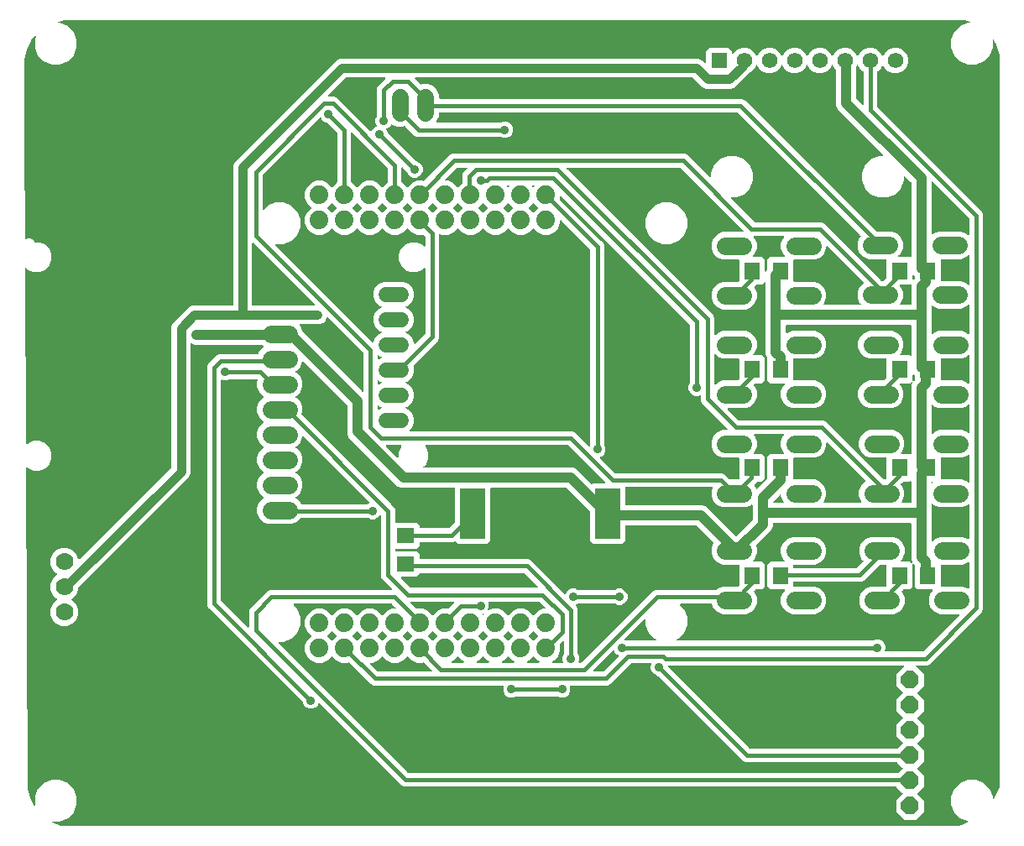
<source format=gbr>
G04 EAGLE Gerber X2 export*
%TF.Part,Single*%
%TF.FileFunction,Copper,L2,Bot,Mixed*%
%TF.FilePolarity,Positive*%
%TF.GenerationSoftware,Autodesk,EAGLE,8.7.0*%
%TF.CreationDate,2018-04-01T16:58:45Z*%
G75*
%MOMM*%
%FSLAX34Y34*%
%LPD*%
%AMOC8*
5,1,8,0,0,1.08239X$1,22.5*%
G01*
%ADD10C,1.778000*%
%ADD11R,1.600000X1.803000*%
%ADD12C,1.676400*%
%ADD13C,1.879600*%
%ADD14C,1.778000*%
%ADD15R,1.562000X1.562000*%
%ADD16C,1.562000*%
%ADD17C,1.562000*%
%ADD18P,1.924489X8X202.500000*%
%ADD19R,2.540000X5.080000*%
%ADD20R,1.803000X1.600000*%
%ADD21C,0.381000*%
%ADD22C,0.889000*%
%ADD23C,1.016000*%
%ADD24C,0.889000*%

G36*
X945150Y31245D02*
X945150Y31245D01*
X945177Y31244D01*
X946405Y31313D01*
X946417Y31316D01*
X946563Y31339D01*
X949719Y32204D01*
X949746Y32217D01*
X949806Y32234D01*
X955497Y34563D01*
X955559Y34601D01*
X955626Y34631D01*
X955663Y34665D01*
X955706Y34691D01*
X955753Y34748D01*
X955807Y34797D01*
X955832Y34841D01*
X955864Y34880D01*
X955890Y34949D01*
X955926Y35013D01*
X955935Y35062D01*
X955953Y35109D01*
X955956Y35183D01*
X955969Y35255D01*
X955962Y35305D01*
X955964Y35355D01*
X955944Y35426D01*
X955934Y35498D01*
X955911Y35543D01*
X955897Y35592D01*
X955855Y35652D01*
X955822Y35717D01*
X955786Y35753D01*
X955758Y35794D01*
X955699Y35838D01*
X955647Y35890D01*
X955586Y35923D01*
X955561Y35942D01*
X955538Y35950D01*
X955500Y35971D01*
X948059Y39053D01*
X942129Y44983D01*
X938919Y52731D01*
X938919Y61117D01*
X942129Y68865D01*
X948059Y74795D01*
X955807Y78005D01*
X964193Y78005D01*
X971941Y74795D01*
X977871Y68865D01*
X981081Y61117D01*
X981081Y59088D01*
X981085Y59061D01*
X981083Y59034D01*
X981105Y58940D01*
X981120Y58845D01*
X981133Y58821D01*
X981139Y58794D01*
X981191Y58712D01*
X981236Y58628D01*
X981255Y58609D01*
X981270Y58586D01*
X981344Y58524D01*
X981414Y58458D01*
X981439Y58447D01*
X981460Y58429D01*
X981550Y58395D01*
X981637Y58355D01*
X981664Y58352D01*
X981689Y58342D01*
X981786Y58338D01*
X981881Y58327D01*
X981908Y58333D01*
X981935Y58332D01*
X982028Y58359D01*
X982122Y58380D01*
X982145Y58394D01*
X982171Y58401D01*
X982250Y58456D01*
X982333Y58506D01*
X982351Y58527D01*
X982373Y58542D01*
X982480Y58672D01*
X983270Y59884D01*
X983283Y59912D01*
X983316Y59963D01*
X986546Y66526D01*
X986554Y66555D01*
X986581Y66611D01*
X987802Y70102D01*
X987806Y70124D01*
X987816Y70145D01*
X987844Y70310D01*
X988058Y74125D01*
X988056Y74142D01*
X988059Y74168D01*
X988059Y804418D01*
X988056Y804437D01*
X988058Y804468D01*
X987725Y809540D01*
X987720Y809563D01*
X987701Y809688D01*
X985075Y819487D01*
X985069Y819501D01*
X985066Y819517D01*
X984999Y819670D01*
X982501Y823997D01*
X982471Y824034D01*
X982448Y824076D01*
X982393Y824129D01*
X982345Y824187D01*
X982305Y824213D01*
X982270Y824246D01*
X982201Y824278D01*
X982137Y824318D01*
X982090Y824329D01*
X982047Y824349D01*
X981972Y824358D01*
X981898Y824375D01*
X981850Y824371D01*
X981803Y824376D01*
X981728Y824360D01*
X981653Y824354D01*
X981609Y824334D01*
X981562Y824324D01*
X981497Y824285D01*
X981428Y824255D01*
X981392Y824223D01*
X981351Y824198D01*
X981302Y824141D01*
X981246Y824089D01*
X981222Y824048D01*
X981191Y824011D01*
X981163Y823941D01*
X981126Y823875D01*
X981117Y823828D01*
X981099Y823783D01*
X981085Y823655D01*
X981081Y823633D01*
X981082Y823626D01*
X981081Y823616D01*
X981081Y815807D01*
X977871Y808059D01*
X971941Y802129D01*
X964193Y798919D01*
X955807Y798919D01*
X948059Y802129D01*
X942129Y808059D01*
X938919Y815807D01*
X938919Y824193D01*
X942129Y831941D01*
X948059Y837871D01*
X955807Y841081D01*
X957635Y841081D01*
X957658Y841085D01*
X957682Y841082D01*
X957779Y841104D01*
X957877Y841120D01*
X957899Y841132D01*
X957922Y841137D01*
X958007Y841189D01*
X958095Y841236D01*
X958111Y841253D01*
X958132Y841266D01*
X958196Y841342D01*
X958264Y841414D01*
X958274Y841436D01*
X958290Y841454D01*
X958326Y841547D01*
X958368Y841637D01*
X958370Y841661D01*
X958379Y841683D01*
X958384Y841783D01*
X958395Y841881D01*
X958390Y841905D01*
X958391Y841929D01*
X958364Y842025D01*
X958343Y842122D01*
X958330Y842142D01*
X958324Y842166D01*
X958267Y842248D01*
X958216Y842333D01*
X958198Y842349D01*
X958184Y842368D01*
X958105Y842428D01*
X958029Y842493D01*
X958007Y842502D01*
X957988Y842516D01*
X957832Y842577D01*
X953706Y843683D01*
X953682Y843685D01*
X953558Y843707D01*
X948486Y844040D01*
X948467Y844038D01*
X948436Y844041D01*
X48768Y844041D01*
X48752Y844039D01*
X48725Y844040D01*
X43834Y843765D01*
X43802Y843758D01*
X43707Y843747D01*
X38610Y842584D01*
X38575Y842570D01*
X38537Y842563D01*
X38461Y842524D01*
X38382Y842491D01*
X38353Y842466D01*
X38319Y842448D01*
X38261Y842386D01*
X38196Y842331D01*
X38176Y842298D01*
X38150Y842270D01*
X38114Y842193D01*
X38070Y842119D01*
X38062Y842082D01*
X38046Y842047D01*
X38037Y841962D01*
X38019Y841879D01*
X38023Y841841D01*
X38019Y841803D01*
X38037Y841719D01*
X38047Y841634D01*
X38063Y841600D01*
X38071Y841562D01*
X38115Y841489D01*
X38152Y841412D01*
X38178Y841384D01*
X38198Y841351D01*
X38263Y841296D01*
X38322Y841234D01*
X38355Y841216D01*
X38385Y841191D01*
X38464Y841159D01*
X38539Y841120D01*
X38577Y841114D01*
X38613Y841099D01*
X38779Y841081D01*
X40193Y841081D01*
X47941Y837871D01*
X53871Y831941D01*
X57081Y824193D01*
X57081Y815807D01*
X53871Y808059D01*
X47941Y802129D01*
X40193Y798919D01*
X31807Y798919D01*
X24059Y802129D01*
X18129Y808059D01*
X14919Y815807D01*
X14919Y824193D01*
X16135Y827127D01*
X16139Y827144D01*
X16147Y827159D01*
X16167Y827263D01*
X16191Y827367D01*
X16189Y827384D01*
X16192Y827400D01*
X16178Y827506D01*
X16168Y827612D01*
X16161Y827627D01*
X16159Y827644D01*
X16111Y827739D01*
X16068Y827837D01*
X16056Y827849D01*
X16049Y827864D01*
X15973Y827939D01*
X15901Y828018D01*
X15886Y828026D01*
X15875Y828038D01*
X15779Y828085D01*
X15686Y828136D01*
X15669Y828139D01*
X15654Y828147D01*
X15549Y828161D01*
X15444Y828180D01*
X15427Y828177D01*
X15410Y828180D01*
X15306Y828160D01*
X15200Y828144D01*
X15185Y828136D01*
X15169Y828133D01*
X15076Y828081D01*
X14981Y828033D01*
X14969Y828021D01*
X14955Y828012D01*
X14836Y827893D01*
X11181Y823310D01*
X11181Y823309D01*
X11179Y823308D01*
X11090Y823166D01*
X6846Y814352D01*
X6845Y814350D01*
X6845Y814349D01*
X6789Y814191D01*
X4613Y804653D01*
X4611Y804621D01*
X4595Y804526D01*
X4320Y799635D01*
X4322Y799618D01*
X4319Y799592D01*
X4319Y720444D01*
X4319Y720442D01*
X4319Y720440D01*
X4844Y624063D01*
X4852Y624020D01*
X4850Y623976D01*
X4872Y623900D01*
X4886Y623821D01*
X4906Y623782D01*
X4918Y623740D01*
X4964Y623675D01*
X5002Y623604D01*
X5034Y623574D01*
X5059Y623538D01*
X5123Y623490D01*
X5181Y623436D01*
X5221Y623417D01*
X5256Y623391D01*
X5332Y623367D01*
X5405Y623333D01*
X5448Y623329D01*
X5490Y623315D01*
X5570Y623316D01*
X5649Y623308D01*
X5692Y623317D01*
X5736Y623317D01*
X5876Y623358D01*
X5889Y623361D01*
X5892Y623363D01*
X5897Y623364D01*
X6620Y623664D01*
X10380Y623664D01*
X12481Y622793D01*
X14088Y621186D01*
X14379Y620484D01*
X14441Y620385D01*
X14500Y620285D01*
X14505Y620281D01*
X14508Y620275D01*
X14598Y620201D01*
X14687Y620125D01*
X14693Y620122D01*
X14698Y620118D01*
X14806Y620077D01*
X14915Y620033D01*
X14923Y620032D01*
X14928Y620030D01*
X14946Y620029D01*
X15082Y620014D01*
X19689Y620014D01*
X25232Y617718D01*
X29474Y613476D01*
X31770Y607933D01*
X31770Y601934D01*
X29474Y596391D01*
X25232Y592149D01*
X19689Y589853D01*
X13690Y589853D01*
X8147Y592149D01*
X6311Y593985D01*
X6251Y594028D01*
X6197Y594078D01*
X6152Y594099D01*
X6111Y594128D01*
X6041Y594150D01*
X5974Y594181D01*
X5924Y594186D01*
X5876Y594201D01*
X5802Y594199D01*
X5729Y594206D01*
X5680Y594195D01*
X5630Y594194D01*
X5561Y594169D01*
X5489Y594153D01*
X5446Y594127D01*
X5399Y594110D01*
X5342Y594064D01*
X5279Y594025D01*
X5246Y593987D01*
X5207Y593956D01*
X5167Y593894D01*
X5120Y593838D01*
X5101Y593791D01*
X5074Y593749D01*
X5056Y593677D01*
X5029Y593609D01*
X5022Y593541D01*
X5014Y593511D01*
X5016Y593486D01*
X5012Y593442D01*
X5972Y417306D01*
X5984Y417237D01*
X5986Y417167D01*
X6004Y417116D01*
X6013Y417063D01*
X6046Y417002D01*
X6070Y416936D01*
X6104Y416894D01*
X6130Y416846D01*
X6180Y416799D01*
X6224Y416744D01*
X6270Y416715D01*
X6309Y416678D01*
X6372Y416649D01*
X6431Y416611D01*
X6483Y416598D01*
X6533Y416576D01*
X6602Y416568D01*
X6669Y416551D01*
X6723Y416555D01*
X6777Y416550D01*
X6845Y416565D01*
X6915Y416570D01*
X6964Y416592D01*
X7017Y416603D01*
X7077Y416639D01*
X7141Y416667D01*
X7200Y416714D01*
X7228Y416731D01*
X7242Y416748D01*
X7272Y416771D01*
X8147Y417646D01*
X13690Y419942D01*
X19689Y419942D01*
X25232Y417646D01*
X29474Y413404D01*
X31770Y407861D01*
X31770Y401862D01*
X29474Y396319D01*
X25232Y392077D01*
X19689Y389781D01*
X13690Y389781D01*
X8147Y392077D01*
X7408Y392815D01*
X7349Y392858D01*
X7295Y392909D01*
X7249Y392930D01*
X7209Y392959D01*
X7138Y392980D01*
X7071Y393011D01*
X7021Y393016D01*
X6974Y393031D01*
X6900Y393029D01*
X6827Y393037D01*
X6778Y393026D01*
X6728Y393025D01*
X6658Y392999D01*
X6586Y392983D01*
X6544Y392957D01*
X6497Y392940D01*
X6439Y392894D01*
X6376Y392856D01*
X6344Y392818D01*
X6305Y392787D01*
X6265Y392725D01*
X6217Y392668D01*
X6199Y392622D01*
X6172Y392580D01*
X6154Y392508D01*
X6127Y392440D01*
X6119Y392372D01*
X6112Y392341D01*
X6114Y392317D01*
X6109Y392273D01*
X7875Y68576D01*
X7879Y68549D01*
X7883Y68505D01*
X7883Y68503D01*
X7889Y68433D01*
X8983Y62875D01*
X8994Y62845D01*
X9009Y62779D01*
X10819Y57412D01*
X10834Y57384D01*
X10857Y57319D01*
X13353Y52234D01*
X13371Y52208D01*
X13402Y52148D01*
X13736Y51646D01*
X13770Y51610D01*
X13796Y51568D01*
X13853Y51521D01*
X13904Y51466D01*
X13947Y51443D01*
X13986Y51411D01*
X14055Y51384D01*
X14120Y51349D01*
X14169Y51341D01*
X14215Y51323D01*
X14289Y51320D01*
X14362Y51307D01*
X14411Y51314D01*
X14461Y51312D01*
X14532Y51333D01*
X14605Y51344D01*
X14649Y51367D01*
X14697Y51381D01*
X14758Y51423D01*
X14824Y51457D01*
X14858Y51493D01*
X14899Y51521D01*
X14943Y51581D01*
X14995Y51634D01*
X15016Y51679D01*
X15046Y51719D01*
X15069Y51789D01*
X15101Y51856D01*
X15107Y51905D01*
X15122Y51952D01*
X15121Y52026D01*
X15130Y52100D01*
X15120Y52149D01*
X15120Y52198D01*
X15086Y52316D01*
X15081Y52341D01*
X15076Y52350D01*
X15073Y52359D01*
X14919Y52731D01*
X14919Y61117D01*
X18129Y68865D01*
X24059Y74795D01*
X31807Y78005D01*
X40193Y78005D01*
X47941Y74795D01*
X53871Y68865D01*
X57081Y61117D01*
X57081Y52731D01*
X53871Y44983D01*
X47941Y39053D01*
X40193Y35843D01*
X33097Y35843D01*
X33026Y35832D01*
X32954Y35830D01*
X32906Y35812D01*
X32854Y35804D01*
X32791Y35770D01*
X32723Y35745D01*
X32683Y35713D01*
X32637Y35688D01*
X32588Y35636D01*
X32531Y35591D01*
X32503Y35548D01*
X32468Y35510D01*
X32437Y35445D01*
X32398Y35384D01*
X32386Y35334D01*
X32364Y35287D01*
X32356Y35216D01*
X32339Y35146D01*
X32343Y35094D01*
X32337Y35043D01*
X32352Y34972D01*
X32358Y34900D01*
X32378Y34853D01*
X32389Y34802D01*
X32426Y34740D01*
X32454Y34674D01*
X32489Y34635D01*
X32515Y34591D01*
X32570Y34544D01*
X32618Y34491D01*
X32678Y34452D01*
X32702Y34431D01*
X32724Y34422D01*
X32759Y34400D01*
X34593Y33491D01*
X34624Y33482D01*
X34685Y33453D01*
X39004Y31977D01*
X39032Y31973D01*
X39081Y31955D01*
X41000Y31517D01*
X41032Y31515D01*
X41127Y31499D01*
X45677Y31244D01*
X45694Y31246D01*
X45720Y31243D01*
X945134Y31243D01*
X945150Y31245D01*
G37*
%LPC*%
G36*
X891907Y37289D02*
X891907Y37289D01*
X883723Y45473D01*
X883723Y57047D01*
X890098Y63422D01*
X890109Y63438D01*
X890125Y63450D01*
X890181Y63537D01*
X890241Y63621D01*
X890247Y63640D01*
X890258Y63657D01*
X890283Y63758D01*
X890313Y63856D01*
X890313Y63876D01*
X890318Y63896D01*
X890310Y63999D01*
X890307Y64102D01*
X890300Y64121D01*
X890299Y64141D01*
X890258Y64236D01*
X890223Y64333D01*
X890210Y64349D01*
X890202Y64367D01*
X890131Y64456D01*
X890124Y64467D01*
X890117Y64474D01*
X890098Y64498D01*
X884017Y70579D01*
X883943Y70632D01*
X883873Y70691D01*
X883843Y70704D01*
X883817Y70722D01*
X883730Y70749D01*
X883645Y70783D01*
X883604Y70788D01*
X883582Y70795D01*
X883550Y70794D01*
X883479Y70802D01*
X387548Y70802D01*
X384980Y71865D01*
X302157Y154688D01*
X302120Y154715D01*
X302089Y154749D01*
X302021Y154787D01*
X301958Y154832D01*
X301914Y154845D01*
X301874Y154868D01*
X301797Y154881D01*
X301723Y154904D01*
X301677Y154903D01*
X301631Y154911D01*
X301554Y154900D01*
X301477Y154898D01*
X301434Y154882D01*
X301388Y154875D01*
X301319Y154840D01*
X301246Y154813D01*
X301210Y154785D01*
X301169Y154764D01*
X301114Y154708D01*
X301054Y154660D01*
X301029Y154621D01*
X300997Y154588D01*
X300931Y154468D01*
X300921Y154453D01*
X300919Y154448D01*
X300916Y154441D01*
X300369Y153121D01*
X298047Y150799D01*
X295012Y149542D01*
X291728Y149542D01*
X288693Y150799D01*
X286371Y153121D01*
X285159Y156047D01*
X285124Y156103D01*
X285099Y156163D01*
X285047Y156228D01*
X285029Y156256D01*
X285014Y156269D01*
X284994Y156294D01*
X189658Y251630D01*
X188594Y254198D01*
X188594Y494785D01*
X189658Y497352D01*
X198290Y505985D01*
X200858Y507048D01*
X239379Y507048D01*
X239494Y507067D01*
X239610Y507084D01*
X239616Y507087D01*
X239622Y507088D01*
X239725Y507142D01*
X239829Y507196D01*
X239834Y507200D01*
X239839Y507203D01*
X239919Y507287D01*
X240002Y507371D01*
X240005Y507378D01*
X240009Y507381D01*
X240016Y507398D01*
X240082Y507518D01*
X241140Y510072D01*
X245070Y514002D01*
X245439Y514155D01*
X245500Y514192D01*
X245566Y514222D01*
X245604Y514257D01*
X245648Y514284D01*
X245694Y514339D01*
X245747Y514388D01*
X245772Y514434D01*
X245805Y514474D01*
X245831Y514541D01*
X245865Y514604D01*
X245875Y514655D01*
X245893Y514703D01*
X245896Y514775D01*
X245909Y514846D01*
X245902Y514897D01*
X245904Y514949D01*
X245884Y515018D01*
X245873Y515089D01*
X245850Y515135D01*
X245835Y515185D01*
X245794Y515244D01*
X245762Y515308D01*
X245725Y515345D01*
X245695Y515387D01*
X245637Y515430D01*
X245586Y515480D01*
X245524Y515515D01*
X245498Y515534D01*
X245475Y515541D01*
X245439Y515561D01*
X245070Y515714D01*
X244436Y516349D01*
X244362Y516402D01*
X244292Y516461D01*
X244262Y516474D01*
X244236Y516492D01*
X244149Y516519D01*
X244064Y516553D01*
X244023Y516558D01*
X244001Y516565D01*
X243969Y516564D01*
X243897Y516572D01*
X175779Y516572D01*
X172821Y517797D01*
X172776Y517808D01*
X172734Y517827D01*
X172657Y517835D01*
X172581Y517853D01*
X172536Y517849D01*
X172490Y517854D01*
X172414Y517837D01*
X172336Y517830D01*
X172295Y517811D01*
X172250Y517802D01*
X172183Y517762D01*
X172112Y517730D01*
X172078Y517699D01*
X172039Y517676D01*
X171988Y517616D01*
X171931Y517564D01*
X171908Y517524D01*
X171879Y517489D01*
X171850Y517416D01*
X171812Y517348D01*
X171804Y517303D01*
X171787Y517260D01*
X171772Y517125D01*
X171768Y517106D01*
X171769Y517101D01*
X171768Y517094D01*
X171768Y387043D01*
X170318Y383542D01*
X58898Y272121D01*
X58845Y272047D01*
X58785Y271978D01*
X58773Y271948D01*
X58754Y271922D01*
X58727Y271835D01*
X58693Y271750D01*
X58689Y271709D01*
X58682Y271686D01*
X58683Y271654D01*
X58675Y271583D01*
X58675Y269509D01*
X56548Y264374D01*
X52618Y260444D01*
X52249Y260291D01*
X52188Y260254D01*
X52122Y260224D01*
X52084Y260189D01*
X52040Y260162D01*
X51994Y260106D01*
X51941Y260058D01*
X51916Y260012D01*
X51883Y259972D01*
X51857Y259905D01*
X51823Y259842D01*
X51813Y259791D01*
X51795Y259743D01*
X51792Y259671D01*
X51779Y259600D01*
X51786Y259549D01*
X51784Y259497D01*
X51804Y259428D01*
X51815Y259357D01*
X51838Y259311D01*
X51853Y259261D01*
X51894Y259202D01*
X51926Y259138D01*
X51963Y259101D01*
X51993Y259059D01*
X52050Y259016D01*
X52102Y258966D01*
X52165Y258931D01*
X52190Y258912D01*
X52213Y258905D01*
X52249Y258885D01*
X52618Y258732D01*
X56548Y254802D01*
X58675Y249667D01*
X58675Y244109D01*
X56548Y238974D01*
X52618Y235044D01*
X47483Y232917D01*
X41925Y232917D01*
X36790Y235044D01*
X32860Y238974D01*
X30733Y244109D01*
X30733Y249667D01*
X32860Y254802D01*
X36790Y258732D01*
X37159Y258885D01*
X37220Y258923D01*
X37286Y258952D01*
X37324Y258987D01*
X37368Y259014D01*
X37414Y259070D01*
X37467Y259118D01*
X37492Y259164D01*
X37525Y259204D01*
X37551Y259271D01*
X37585Y259334D01*
X37595Y259385D01*
X37613Y259433D01*
X37616Y259505D01*
X37629Y259576D01*
X37622Y259627D01*
X37624Y259679D01*
X37604Y259748D01*
X37593Y259819D01*
X37570Y259866D01*
X37555Y259915D01*
X37514Y259974D01*
X37482Y260038D01*
X37445Y260075D01*
X37415Y260117D01*
X37357Y260160D01*
X37306Y260210D01*
X37244Y260245D01*
X37218Y260264D01*
X37195Y260272D01*
X37159Y260291D01*
X36790Y260444D01*
X32860Y264374D01*
X30733Y269509D01*
X30733Y275067D01*
X32860Y280202D01*
X36790Y284132D01*
X37159Y284285D01*
X37220Y284323D01*
X37286Y284352D01*
X37324Y284387D01*
X37368Y284414D01*
X37414Y284470D01*
X37467Y284518D01*
X37492Y284564D01*
X37525Y284604D01*
X37551Y284671D01*
X37585Y284734D01*
X37595Y284785D01*
X37613Y284833D01*
X37616Y284905D01*
X37629Y284976D01*
X37622Y285027D01*
X37624Y285079D01*
X37604Y285148D01*
X37593Y285219D01*
X37570Y285266D01*
X37555Y285315D01*
X37514Y285374D01*
X37482Y285438D01*
X37445Y285475D01*
X37415Y285517D01*
X37357Y285560D01*
X37306Y285610D01*
X37244Y285645D01*
X37218Y285664D01*
X37195Y285672D01*
X37159Y285691D01*
X36790Y285844D01*
X32860Y289774D01*
X30733Y294909D01*
X30733Y300467D01*
X32860Y305602D01*
X36790Y309532D01*
X41925Y311659D01*
X47483Y311659D01*
X52618Y309532D01*
X56548Y305602D01*
X58715Y300370D01*
X58739Y300331D01*
X58755Y300288D01*
X58804Y300227D01*
X58845Y300161D01*
X58880Y300132D01*
X58909Y300096D01*
X58974Y300054D01*
X59034Y300004D01*
X59077Y299988D01*
X59115Y299963D01*
X59191Y299944D01*
X59264Y299916D01*
X59309Y299914D01*
X59354Y299903D01*
X59432Y299909D01*
X59509Y299905D01*
X59554Y299918D01*
X59599Y299922D01*
X59671Y299952D01*
X59746Y299974D01*
X59783Y300000D01*
X59826Y300018D01*
X59932Y300103D01*
X59948Y300114D01*
X59951Y300118D01*
X59957Y300123D01*
X152494Y392660D01*
X152547Y392734D01*
X152606Y392804D01*
X152619Y392834D01*
X152637Y392860D01*
X152664Y392947D01*
X152698Y393032D01*
X152703Y393073D01*
X152710Y393095D01*
X152709Y393127D01*
X152717Y393199D01*
X152717Y535295D01*
X154167Y538796D01*
X170182Y554811D01*
X173683Y556261D01*
X214186Y556261D01*
X214205Y556264D01*
X214225Y556262D01*
X214326Y556284D01*
X214428Y556300D01*
X214446Y556310D01*
X214465Y556314D01*
X214554Y556367D01*
X214646Y556416D01*
X214659Y556430D01*
X214676Y556440D01*
X214744Y556519D01*
X214815Y556594D01*
X214823Y556612D01*
X214836Y556627D01*
X214875Y556723D01*
X214919Y556817D01*
X214921Y556837D01*
X214928Y556855D01*
X214947Y557022D01*
X214947Y697537D01*
X216397Y701038D01*
X316302Y800944D01*
X319089Y803731D01*
X322590Y805181D01*
X684202Y805181D01*
X687703Y803731D01*
X690801Y800633D01*
X690859Y800591D01*
X690911Y800542D01*
X690958Y800520D01*
X691000Y800490D01*
X691069Y800469D01*
X691134Y800438D01*
X691186Y800433D01*
X691235Y800417D01*
X691307Y800419D01*
X691378Y800411D01*
X691429Y800422D01*
X691481Y800424D01*
X691549Y800448D01*
X691619Y800464D01*
X691663Y800490D01*
X691712Y800508D01*
X691768Y800553D01*
X691830Y800590D01*
X691864Y800629D01*
X691904Y800662D01*
X691943Y800722D01*
X691990Y800777D01*
X692009Y800825D01*
X692037Y800869D01*
X692055Y800938D01*
X692082Y801005D01*
X692090Y801076D01*
X692097Y801107D01*
X692096Y801131D01*
X692100Y801172D01*
X692100Y813087D01*
X695076Y816063D01*
X714905Y816063D01*
X717882Y813087D01*
X717882Y810485D01*
X717897Y810389D01*
X717907Y810292D01*
X717917Y810268D01*
X717921Y810242D01*
X717967Y810156D01*
X718007Y810067D01*
X718024Y810048D01*
X718036Y810025D01*
X718107Y809958D01*
X718173Y809886D01*
X718196Y809873D01*
X718215Y809855D01*
X718303Y809814D01*
X718388Y809767D01*
X718414Y809763D01*
X718438Y809752D01*
X718535Y809741D01*
X718631Y809724D01*
X718656Y809727D01*
X718682Y809725D01*
X718777Y809745D01*
X718874Y809759D01*
X718897Y809771D01*
X718923Y809777D01*
X719006Y809827D01*
X719093Y809871D01*
X719111Y809890D01*
X719134Y809903D01*
X719197Y809977D01*
X719265Y810047D01*
X719281Y810075D01*
X719294Y810090D01*
X719306Y810121D01*
X719346Y810193D01*
X719463Y810475D01*
X723089Y814101D01*
X727827Y816063D01*
X732955Y816063D01*
X737693Y814101D01*
X741319Y810475D01*
X742388Y807895D01*
X742425Y807834D01*
X742455Y807769D01*
X742490Y807730D01*
X742517Y807686D01*
X742572Y807640D01*
X742621Y807588D01*
X742667Y807563D01*
X742707Y807529D01*
X742774Y807504D01*
X742836Y807469D01*
X742888Y807460D01*
X742936Y807441D01*
X743008Y807438D01*
X743079Y807425D01*
X743130Y807433D01*
X743182Y807431D01*
X743251Y807451D01*
X743322Y807461D01*
X743368Y807485D01*
X743418Y807499D01*
X743477Y807540D01*
X743541Y807573D01*
X743578Y807610D01*
X743620Y807639D01*
X743663Y807697D01*
X743713Y807748D01*
X743748Y807811D01*
X743767Y807837D01*
X743774Y807859D01*
X743794Y807895D01*
X744863Y810475D01*
X748489Y814101D01*
X753227Y816063D01*
X758355Y816063D01*
X763093Y814101D01*
X766719Y810475D01*
X767788Y807895D01*
X767825Y807834D01*
X767855Y807769D01*
X767890Y807730D01*
X767917Y807686D01*
X767972Y807640D01*
X768021Y807588D01*
X768067Y807563D01*
X768107Y807529D01*
X768174Y807504D01*
X768236Y807469D01*
X768288Y807460D01*
X768336Y807441D01*
X768408Y807438D01*
X768479Y807425D01*
X768530Y807433D01*
X768582Y807431D01*
X768651Y807451D01*
X768722Y807461D01*
X768768Y807485D01*
X768818Y807499D01*
X768877Y807540D01*
X768941Y807573D01*
X768978Y807610D01*
X769020Y807639D01*
X769063Y807697D01*
X769113Y807748D01*
X769148Y807811D01*
X769167Y807837D01*
X769174Y807859D01*
X769194Y807895D01*
X770263Y810475D01*
X773889Y814101D01*
X778627Y816063D01*
X783755Y816063D01*
X788493Y814101D01*
X792119Y810475D01*
X793188Y807895D01*
X793225Y807834D01*
X793255Y807769D01*
X793290Y807730D01*
X793317Y807686D01*
X793372Y807640D01*
X793421Y807588D01*
X793467Y807563D01*
X793507Y807529D01*
X793574Y807504D01*
X793636Y807469D01*
X793688Y807460D01*
X793736Y807441D01*
X793808Y807438D01*
X793879Y807425D01*
X793930Y807433D01*
X793982Y807431D01*
X794051Y807451D01*
X794122Y807461D01*
X794168Y807485D01*
X794218Y807499D01*
X794277Y807540D01*
X794341Y807573D01*
X794378Y807610D01*
X794420Y807639D01*
X794463Y807697D01*
X794513Y807748D01*
X794548Y807811D01*
X794567Y807837D01*
X794574Y807859D01*
X794594Y807895D01*
X795663Y810475D01*
X799289Y814101D01*
X804027Y816063D01*
X809155Y816063D01*
X813893Y814101D01*
X817519Y810475D01*
X818588Y807895D01*
X818625Y807834D01*
X818655Y807769D01*
X818690Y807730D01*
X818717Y807686D01*
X818772Y807640D01*
X818821Y807588D01*
X818867Y807563D01*
X818907Y807529D01*
X818974Y807504D01*
X819036Y807469D01*
X819088Y807460D01*
X819136Y807441D01*
X819208Y807438D01*
X819279Y807425D01*
X819330Y807433D01*
X819382Y807431D01*
X819451Y807451D01*
X819522Y807461D01*
X819568Y807485D01*
X819618Y807499D01*
X819677Y807540D01*
X819741Y807573D01*
X819778Y807610D01*
X819820Y807639D01*
X819863Y807697D01*
X819913Y807748D01*
X819948Y807811D01*
X819967Y807837D01*
X819974Y807859D01*
X819994Y807895D01*
X821063Y810475D01*
X824689Y814101D01*
X829427Y816063D01*
X834555Y816063D01*
X839293Y814101D01*
X842919Y810475D01*
X843988Y807895D01*
X844025Y807834D01*
X844055Y807769D01*
X844090Y807730D01*
X844117Y807686D01*
X844172Y807640D01*
X844221Y807588D01*
X844267Y807563D01*
X844307Y807529D01*
X844374Y807504D01*
X844436Y807469D01*
X844488Y807460D01*
X844536Y807441D01*
X844608Y807438D01*
X844679Y807425D01*
X844730Y807433D01*
X844782Y807431D01*
X844851Y807451D01*
X844922Y807461D01*
X844968Y807485D01*
X845018Y807499D01*
X845077Y807540D01*
X845141Y807573D01*
X845178Y807610D01*
X845220Y807639D01*
X845263Y807697D01*
X845313Y807748D01*
X845348Y807811D01*
X845367Y807837D01*
X845374Y807859D01*
X845394Y807895D01*
X846463Y810475D01*
X850089Y814101D01*
X854827Y816063D01*
X859955Y816063D01*
X864693Y814101D01*
X868319Y810475D01*
X869388Y807895D01*
X869425Y807834D01*
X869455Y807769D01*
X869490Y807730D01*
X869517Y807686D01*
X869572Y807640D01*
X869621Y807588D01*
X869667Y807563D01*
X869707Y807529D01*
X869774Y807504D01*
X869836Y807469D01*
X869888Y807460D01*
X869936Y807441D01*
X870008Y807438D01*
X870079Y807425D01*
X870130Y807433D01*
X870182Y807431D01*
X870251Y807451D01*
X870322Y807461D01*
X870368Y807485D01*
X870418Y807499D01*
X870477Y807540D01*
X870541Y807573D01*
X870578Y807610D01*
X870620Y807639D01*
X870663Y807697D01*
X870713Y807748D01*
X870748Y807811D01*
X870767Y807837D01*
X870774Y807859D01*
X870794Y807895D01*
X871863Y810475D01*
X875489Y814101D01*
X880227Y816063D01*
X885355Y816063D01*
X890093Y814101D01*
X893719Y810475D01*
X895682Y805737D01*
X895682Y800609D01*
X893719Y795871D01*
X890093Y792244D01*
X885355Y790282D01*
X880227Y790282D01*
X875489Y792244D01*
X871863Y795871D01*
X870794Y798450D01*
X870756Y798511D01*
X870727Y798577D01*
X870692Y798615D01*
X870665Y798659D01*
X870609Y798705D01*
X870561Y798758D01*
X870515Y798783D01*
X870475Y798816D01*
X870408Y798842D01*
X870345Y798876D01*
X870294Y798886D01*
X870246Y798904D01*
X870174Y798907D01*
X870103Y798920D01*
X870052Y798912D01*
X870000Y798915D01*
X869931Y798895D01*
X869860Y798884D01*
X869814Y798861D01*
X869764Y798846D01*
X869705Y798805D01*
X869641Y798773D01*
X869604Y798736D01*
X869561Y798706D01*
X869519Y798648D01*
X869468Y798597D01*
X869434Y798534D01*
X869415Y798508D01*
X869407Y798486D01*
X869388Y798450D01*
X868319Y795871D01*
X865094Y792645D01*
X865041Y792571D01*
X864981Y792502D01*
X864969Y792472D01*
X864950Y792445D01*
X864923Y792358D01*
X864889Y792274D01*
X864885Y792233D01*
X864878Y792210D01*
X864879Y792178D01*
X864871Y792107D01*
X864871Y756636D01*
X864885Y756546D01*
X864893Y756455D01*
X864905Y756426D01*
X864910Y756394D01*
X864953Y756313D01*
X864989Y756229D01*
X865015Y756197D01*
X865026Y756176D01*
X865049Y756154D01*
X865094Y756098D01*
X970487Y650705D01*
X971551Y648137D01*
X971551Y249753D01*
X970487Y247185D01*
X917405Y194103D01*
X914837Y193039D01*
X904509Y193039D01*
X904439Y193028D01*
X904367Y193026D01*
X904318Y193008D01*
X904267Y193000D01*
X904203Y192966D01*
X904136Y192941D01*
X904095Y192909D01*
X904049Y192884D01*
X904000Y192832D01*
X903944Y192788D01*
X903916Y192744D01*
X903880Y192706D01*
X903850Y192641D01*
X903811Y192581D01*
X903798Y192530D01*
X903776Y192483D01*
X903768Y192412D01*
X903751Y192342D01*
X903755Y192290D01*
X903749Y192239D01*
X903764Y192168D01*
X903770Y192097D01*
X903790Y192049D01*
X903801Y191998D01*
X903838Y191937D01*
X903866Y191871D01*
X903911Y191815D01*
X903928Y191787D01*
X903945Y191772D01*
X903971Y191740D01*
X911664Y184047D01*
X911664Y172473D01*
X905289Y166098D01*
X905278Y166082D01*
X905262Y166069D01*
X905206Y165982D01*
X905146Y165898D01*
X905140Y165879D01*
X905129Y165863D01*
X905104Y165762D01*
X905073Y165663D01*
X905074Y165643D01*
X905069Y165624D01*
X905077Y165521D01*
X905080Y165417D01*
X905087Y165399D01*
X905088Y165379D01*
X905128Y165284D01*
X905164Y165186D01*
X905177Y165171D01*
X905184Y165153D01*
X905289Y165022D01*
X911664Y158647D01*
X911664Y147073D01*
X905289Y140698D01*
X905278Y140682D01*
X905262Y140669D01*
X905206Y140582D01*
X905146Y140498D01*
X905140Y140479D01*
X905129Y140463D01*
X905104Y140362D01*
X905073Y140263D01*
X905074Y140243D01*
X905069Y140224D01*
X905077Y140121D01*
X905080Y140017D01*
X905087Y139999D01*
X905088Y139979D01*
X905128Y139884D01*
X905164Y139786D01*
X905177Y139771D01*
X905184Y139753D01*
X905289Y139622D01*
X911664Y133247D01*
X911664Y121673D01*
X905289Y115298D01*
X905278Y115282D01*
X905262Y115269D01*
X905206Y115182D01*
X905146Y115098D01*
X905140Y115079D01*
X905129Y115063D01*
X905104Y114962D01*
X905073Y114863D01*
X905074Y114843D01*
X905069Y114824D01*
X905077Y114721D01*
X905080Y114617D01*
X905087Y114599D01*
X905088Y114579D01*
X905128Y114484D01*
X905164Y114386D01*
X905177Y114371D01*
X905184Y114353D01*
X905289Y114222D01*
X911664Y107847D01*
X911664Y96273D01*
X905289Y89898D01*
X905278Y89882D01*
X905262Y89869D01*
X905206Y89782D01*
X905146Y89698D01*
X905140Y89679D01*
X905129Y89663D01*
X905104Y89562D01*
X905073Y89463D01*
X905074Y89443D01*
X905069Y89424D01*
X905077Y89321D01*
X905080Y89217D01*
X905087Y89199D01*
X905088Y89179D01*
X905128Y89084D01*
X905164Y88986D01*
X905177Y88971D01*
X905184Y88953D01*
X905289Y88822D01*
X911664Y82447D01*
X911664Y70873D01*
X905289Y64498D01*
X905278Y64482D01*
X905262Y64469D01*
X905232Y64423D01*
X905215Y64405D01*
X905201Y64376D01*
X905146Y64298D01*
X905140Y64279D01*
X905129Y64263D01*
X905104Y64162D01*
X905073Y64063D01*
X905074Y64043D01*
X905069Y64024D01*
X905077Y63921D01*
X905080Y63817D01*
X905087Y63799D01*
X905088Y63779D01*
X905128Y63684D01*
X905164Y63586D01*
X905177Y63571D01*
X905184Y63553D01*
X905289Y63422D01*
X911664Y57047D01*
X911664Y45473D01*
X903480Y37289D01*
X891907Y37289D01*
G37*
%LPD*%
G36*
X885824Y84788D02*
X885824Y84788D01*
X885915Y84795D01*
X885945Y84808D01*
X885977Y84813D01*
X886057Y84856D01*
X886141Y84891D01*
X886173Y84917D01*
X886194Y84928D01*
X886216Y84951D01*
X886272Y84996D01*
X890098Y88822D01*
X890109Y88838D01*
X890125Y88850D01*
X890181Y88937D01*
X890241Y89021D01*
X890247Y89040D01*
X890258Y89057D01*
X890283Y89158D01*
X890313Y89256D01*
X890313Y89276D01*
X890318Y89296D01*
X890310Y89399D01*
X890307Y89502D01*
X890300Y89521D01*
X890299Y89541D01*
X890258Y89636D01*
X890223Y89733D01*
X890210Y89749D01*
X890202Y89767D01*
X890098Y89898D01*
X884969Y95026D01*
X884895Y95079D01*
X884826Y95139D01*
X884796Y95151D01*
X884770Y95170D01*
X884683Y95197D01*
X884598Y95231D01*
X884557Y95235D01*
X884535Y95242D01*
X884502Y95241D01*
X884431Y95249D01*
X732035Y95249D01*
X729468Y96313D01*
X643022Y182759D01*
X642968Y182797D01*
X642922Y182843D01*
X642849Y182883D01*
X642822Y182903D01*
X642803Y182908D01*
X642775Y182924D01*
X639848Y184136D01*
X637526Y186458D01*
X636269Y189493D01*
X636269Y192777D01*
X636862Y194209D01*
X636873Y194254D01*
X636892Y194296D01*
X636901Y194373D01*
X636919Y194449D01*
X636914Y194494D01*
X636919Y194540D01*
X636903Y194616D01*
X636896Y194694D01*
X636877Y194735D01*
X636867Y194780D01*
X636827Y194847D01*
X636796Y194918D01*
X636764Y194952D01*
X636741Y194991D01*
X636682Y195042D01*
X636629Y195099D01*
X636589Y195122D01*
X636554Y195151D01*
X636482Y195180D01*
X636414Y195218D01*
X636368Y195226D01*
X636326Y195243D01*
X636190Y195258D01*
X636172Y195262D01*
X636167Y195261D01*
X636159Y195262D01*
X616619Y195262D01*
X616529Y195247D01*
X616438Y195240D01*
X616408Y195227D01*
X616376Y195222D01*
X616295Y195179D01*
X616212Y195144D01*
X616179Y195118D01*
X616159Y195107D01*
X616137Y195084D01*
X616081Y195039D01*
X595142Y174100D01*
X592575Y173037D01*
X555101Y173037D01*
X555056Y173029D01*
X555010Y173031D01*
X554935Y173010D01*
X554858Y172997D01*
X554818Y172976D01*
X554773Y172963D01*
X554709Y172918D01*
X554641Y172882D01*
X554609Y172849D01*
X554571Y172822D01*
X554525Y172760D01*
X554471Y172704D01*
X554452Y172662D01*
X554425Y172625D01*
X554401Y172551D01*
X554368Y172481D01*
X554363Y172435D01*
X554348Y172391D01*
X554349Y172313D01*
X554341Y172236D01*
X554350Y172191D01*
X554351Y172145D01*
X554389Y172014D01*
X554393Y171996D01*
X554395Y171991D01*
X554398Y171984D01*
X554991Y170552D01*
X554991Y167268D01*
X553734Y164233D01*
X551412Y161911D01*
X548377Y160654D01*
X545093Y160654D01*
X542167Y161866D01*
X542103Y161881D01*
X542042Y161906D01*
X541959Y161915D01*
X541927Y161922D01*
X541908Y161921D01*
X541875Y161924D01*
X500477Y161924D01*
X500412Y161914D01*
X500347Y161913D01*
X500267Y161890D01*
X500234Y161885D01*
X500217Y161875D01*
X500186Y161866D01*
X497260Y160654D01*
X493975Y160654D01*
X490941Y161911D01*
X488619Y164233D01*
X487362Y167268D01*
X487362Y170552D01*
X487955Y171984D01*
X487965Y172029D01*
X487985Y172071D01*
X487993Y172148D01*
X488011Y172224D01*
X488007Y172269D01*
X488012Y172315D01*
X487995Y172391D01*
X487988Y172469D01*
X487969Y172510D01*
X487960Y172555D01*
X487920Y172622D01*
X487888Y172693D01*
X487857Y172727D01*
X487833Y172766D01*
X487774Y172817D01*
X487722Y172874D01*
X487681Y172897D01*
X487647Y172926D01*
X487574Y172955D01*
X487506Y172993D01*
X487461Y173001D01*
X487418Y173018D01*
X487282Y173033D01*
X487264Y173037D01*
X487259Y173036D01*
X487252Y173037D01*
X356433Y173037D01*
X353865Y174100D01*
X331877Y196089D01*
X331782Y196157D01*
X331688Y196227D01*
X331682Y196229D01*
X331677Y196232D01*
X331566Y196267D01*
X331454Y196303D01*
X331448Y196303D01*
X331442Y196305D01*
X331325Y196302D01*
X331208Y196301D01*
X331201Y196298D01*
X331196Y196298D01*
X331179Y196292D01*
X331047Y196254D01*
X330032Y195833D01*
X324272Y195833D01*
X318950Y198038D01*
X314990Y201998D01*
X314974Y202009D01*
X314962Y202025D01*
X314874Y202081D01*
X314791Y202141D01*
X314772Y202147D01*
X314755Y202158D01*
X314654Y202183D01*
X314555Y202214D01*
X314536Y202213D01*
X314516Y202218D01*
X314413Y202210D01*
X314310Y202207D01*
X314291Y202200D01*
X314271Y202199D01*
X314176Y202159D01*
X314079Y202123D01*
X314063Y202110D01*
X314045Y202103D01*
X313914Y201998D01*
X309954Y198038D01*
X304632Y195833D01*
X298872Y195833D01*
X293550Y198038D01*
X289478Y202110D01*
X287273Y207432D01*
X287273Y213192D01*
X289478Y218514D01*
X293438Y222474D01*
X293449Y222490D01*
X293465Y222502D01*
X293521Y222590D01*
X293581Y222673D01*
X293587Y222692D01*
X293598Y222709D01*
X293623Y222810D01*
X293654Y222909D01*
X293653Y222928D01*
X293658Y222948D01*
X293650Y223051D01*
X293647Y223154D01*
X293640Y223173D01*
X293639Y223193D01*
X293598Y223288D01*
X293563Y223385D01*
X293550Y223401D01*
X293543Y223419D01*
X293438Y223550D01*
X289478Y227510D01*
X287273Y232832D01*
X287273Y238592D01*
X289478Y243914D01*
X293550Y247986D01*
X298872Y250191D01*
X304632Y250191D01*
X309954Y247986D01*
X313914Y244026D01*
X313930Y244015D01*
X313942Y243999D01*
X314030Y243943D01*
X314113Y243883D01*
X314132Y243877D01*
X314149Y243866D01*
X314250Y243841D01*
X314349Y243810D01*
X314368Y243811D01*
X314388Y243806D01*
X314491Y243814D01*
X314594Y243817D01*
X314613Y243824D01*
X314633Y243825D01*
X314728Y243865D01*
X314825Y243901D01*
X314841Y243914D01*
X314859Y243921D01*
X314990Y244026D01*
X318950Y247986D01*
X324272Y250191D01*
X330032Y250191D01*
X335354Y247986D01*
X339314Y244026D01*
X339330Y244015D01*
X339342Y243999D01*
X339430Y243943D01*
X339513Y243883D01*
X339532Y243877D01*
X339549Y243866D01*
X339650Y243841D01*
X339749Y243810D01*
X339768Y243811D01*
X339788Y243806D01*
X339891Y243814D01*
X339994Y243817D01*
X340013Y243824D01*
X340033Y243825D01*
X340128Y243866D01*
X340225Y243901D01*
X340241Y243914D01*
X340259Y243921D01*
X340390Y244026D01*
X344350Y247986D01*
X349672Y250191D01*
X355432Y250191D01*
X360754Y247986D01*
X364714Y244026D01*
X364730Y244015D01*
X364742Y243999D01*
X364830Y243943D01*
X364913Y243883D01*
X364932Y243877D01*
X364949Y243866D01*
X365050Y243841D01*
X365149Y243810D01*
X365168Y243811D01*
X365188Y243806D01*
X365291Y243814D01*
X365394Y243817D01*
X365413Y243824D01*
X365433Y243825D01*
X365528Y243866D01*
X365625Y243901D01*
X365641Y243914D01*
X365659Y243921D01*
X365790Y244026D01*
X369750Y247986D01*
X375072Y250191D01*
X378172Y250191D01*
X378243Y250202D01*
X378315Y250204D01*
X378364Y250222D01*
X378415Y250230D01*
X378478Y250264D01*
X378546Y250289D01*
X378586Y250321D01*
X378632Y250346D01*
X378682Y250398D01*
X378738Y250442D01*
X378766Y250486D01*
X378802Y250524D01*
X378832Y250589D01*
X378871Y250649D01*
X378883Y250700D01*
X378905Y250747D01*
X378913Y250818D01*
X378931Y250888D01*
X378927Y250940D01*
X378932Y250991D01*
X378917Y251062D01*
X378912Y251133D01*
X378891Y251181D01*
X378880Y251232D01*
X378843Y251293D01*
X378815Y251359D01*
X378770Y251415D01*
X378754Y251443D01*
X378736Y251458D01*
X378710Y251490D01*
X375154Y255046D01*
X375080Y255099D01*
X375011Y255159D01*
X374981Y255171D01*
X374955Y255190D01*
X374867Y255217D01*
X374783Y255251D01*
X374742Y255255D01*
X374720Y255262D01*
X374687Y255261D01*
X374616Y255269D01*
X276404Y255269D01*
X276334Y255258D01*
X276262Y255256D01*
X276213Y255238D01*
X276162Y255230D01*
X276098Y255196D01*
X276031Y255171D01*
X275990Y255139D01*
X275944Y255114D01*
X275895Y255062D01*
X275839Y255018D01*
X275811Y254974D01*
X275775Y254936D01*
X275745Y254871D01*
X275706Y254811D01*
X275693Y254760D01*
X275671Y254713D01*
X275663Y254642D01*
X275646Y254572D01*
X275650Y254520D01*
X275644Y254469D01*
X275660Y254398D01*
X275665Y254327D01*
X275685Y254279D01*
X275697Y254228D01*
X275733Y254167D01*
X275761Y254101D01*
X275806Y254045D01*
X275823Y254017D01*
X275840Y254002D01*
X275866Y253970D01*
X279745Y250091D01*
X282955Y242343D01*
X282955Y233956D01*
X279745Y226208D01*
X273815Y220278D01*
X266067Y217069D01*
X261374Y217069D01*
X261303Y217057D01*
X261231Y217055D01*
X261182Y217037D01*
X261131Y217029D01*
X261067Y216995D01*
X261000Y216971D01*
X260959Y216938D01*
X260913Y216914D01*
X260864Y216862D01*
X260808Y216817D01*
X260780Y216773D01*
X260744Y216735D01*
X260714Y216670D01*
X260675Y216610D01*
X260662Y216560D01*
X260640Y216512D01*
X260633Y216441D01*
X260615Y216372D01*
X260619Y216320D01*
X260613Y216268D01*
X260629Y216198D01*
X260634Y216126D01*
X260654Y216079D01*
X260666Y216028D01*
X260702Y215966D01*
X260730Y215900D01*
X260775Y215844D01*
X260792Y215816D01*
X260810Y215801D01*
X260835Y215769D01*
X391608Y84996D01*
X391682Y84943D01*
X391752Y84884D01*
X391782Y84871D01*
X391808Y84853D01*
X391895Y84826D01*
X391980Y84792D01*
X392021Y84787D01*
X392043Y84780D01*
X392075Y84781D01*
X392146Y84773D01*
X885734Y84773D01*
X885824Y84788D01*
G37*
G36*
X574111Y414060D02*
X574111Y414060D01*
X574188Y414062D01*
X574231Y414078D01*
X574277Y414085D01*
X574346Y414120D01*
X574419Y414147D01*
X574455Y414175D01*
X574496Y414196D01*
X574551Y414252D01*
X574611Y414300D01*
X574636Y414339D01*
X574668Y414372D01*
X574734Y414492D01*
X574744Y414507D01*
X574746Y414512D01*
X574749Y414519D01*
X575251Y415731D01*
X575266Y415795D01*
X575291Y415855D01*
X575300Y415938D01*
X575307Y415970D01*
X575306Y415990D01*
X575309Y416022D01*
X575309Y612424D01*
X575295Y612514D01*
X575287Y612605D01*
X575275Y612634D01*
X575270Y612666D01*
X575227Y612747D01*
X575191Y612831D01*
X575165Y612863D01*
X575154Y612884D01*
X575131Y612906D01*
X575086Y612962D01*
X546130Y641918D01*
X546072Y641960D01*
X546020Y642009D01*
X545973Y642031D01*
X545931Y642061D01*
X545862Y642083D01*
X545797Y642113D01*
X545745Y642119D01*
X545695Y642134D01*
X545624Y642132D01*
X545553Y642140D01*
X545502Y642129D01*
X545450Y642127D01*
X545382Y642103D01*
X545312Y642088D01*
X545267Y642061D01*
X545219Y642043D01*
X545163Y641998D01*
X545101Y641961D01*
X545067Y641922D01*
X545027Y641889D01*
X544988Y641829D01*
X544941Y641775D01*
X544922Y641726D01*
X544894Y641682D01*
X544876Y641613D01*
X544849Y641546D01*
X544841Y641475D01*
X544833Y641444D01*
X544835Y641421D01*
X544831Y641380D01*
X544831Y639232D01*
X542626Y633910D01*
X538554Y629838D01*
X533232Y627633D01*
X527472Y627633D01*
X522150Y629838D01*
X518190Y633798D01*
X518174Y633809D01*
X518162Y633825D01*
X518074Y633881D01*
X517991Y633941D01*
X517972Y633947D01*
X517955Y633958D01*
X517854Y633983D01*
X517755Y634014D01*
X517736Y634013D01*
X517716Y634018D01*
X517613Y634010D01*
X517510Y634007D01*
X517491Y634000D01*
X517471Y633999D01*
X517376Y633959D01*
X517279Y633923D01*
X517263Y633910D01*
X517245Y633903D01*
X517114Y633798D01*
X513154Y629838D01*
X507832Y627633D01*
X502072Y627633D01*
X496750Y629838D01*
X492790Y633798D01*
X492774Y633809D01*
X492762Y633825D01*
X492674Y633881D01*
X492591Y633941D01*
X492572Y633947D01*
X492555Y633958D01*
X492454Y633983D01*
X492355Y634014D01*
X492336Y634013D01*
X492316Y634018D01*
X492213Y634010D01*
X492110Y634007D01*
X492091Y634000D01*
X492071Y633999D01*
X491976Y633959D01*
X491879Y633923D01*
X491863Y633910D01*
X491845Y633903D01*
X491714Y633798D01*
X487754Y629838D01*
X482432Y627633D01*
X476672Y627633D01*
X471350Y629838D01*
X467390Y633798D01*
X467374Y633809D01*
X467362Y633825D01*
X467274Y633881D01*
X467191Y633941D01*
X467172Y633947D01*
X467155Y633958D01*
X467054Y633983D01*
X466955Y634014D01*
X466936Y634013D01*
X466916Y634018D01*
X466813Y634010D01*
X466710Y634007D01*
X466691Y634000D01*
X466671Y633999D01*
X466576Y633959D01*
X466479Y633923D01*
X466463Y633910D01*
X466445Y633903D01*
X466314Y633798D01*
X462354Y629838D01*
X457032Y627633D01*
X451272Y627633D01*
X445950Y629838D01*
X441990Y633798D01*
X441974Y633809D01*
X441962Y633825D01*
X441874Y633881D01*
X441791Y633941D01*
X441772Y633947D01*
X441755Y633958D01*
X441654Y633983D01*
X441555Y634014D01*
X441536Y634013D01*
X441516Y634018D01*
X441413Y634010D01*
X441310Y634007D01*
X441291Y634000D01*
X441271Y633999D01*
X441176Y633959D01*
X441079Y633923D01*
X441063Y633910D01*
X441045Y633903D01*
X440914Y633798D01*
X436954Y629838D01*
X431632Y627633D01*
X425872Y627633D01*
X423646Y628555D01*
X423601Y628566D01*
X423559Y628585D01*
X423482Y628594D01*
X423406Y628612D01*
X423361Y628607D01*
X423315Y628612D01*
X423239Y628596D01*
X423161Y628588D01*
X423120Y628570D01*
X423075Y628560D01*
X423008Y628520D01*
X422937Y628488D01*
X422903Y628457D01*
X422864Y628434D01*
X422813Y628375D01*
X422756Y628322D01*
X422733Y628282D01*
X422704Y628247D01*
X422675Y628175D01*
X422637Y628107D01*
X422629Y628061D01*
X422612Y628019D01*
X422597Y627883D01*
X422593Y627865D01*
X422594Y627860D01*
X422593Y627852D01*
X422593Y523120D01*
X421530Y520553D01*
X419458Y518481D01*
X397062Y496085D01*
X396994Y495991D01*
X396924Y495896D01*
X396922Y495890D01*
X396918Y495885D01*
X396884Y495774D01*
X396848Y495663D01*
X396848Y495656D01*
X396846Y495650D01*
X396849Y495533D01*
X396850Y495417D01*
X396852Y495409D01*
X396852Y495404D01*
X396859Y495387D01*
X396897Y495255D01*
X397522Y493746D01*
X397522Y488618D01*
X395560Y483880D01*
X391933Y480253D01*
X389354Y479185D01*
X389293Y479147D01*
X389228Y479118D01*
X389189Y479083D01*
X389145Y479055D01*
X389099Y479000D01*
X389046Y478952D01*
X389021Y478906D01*
X388988Y478866D01*
X388962Y478799D01*
X388928Y478736D01*
X388919Y478685D01*
X388900Y478636D01*
X388897Y478565D01*
X388884Y478494D01*
X388892Y478443D01*
X388889Y478390D01*
X388909Y478322D01*
X388920Y478251D01*
X388944Y478204D01*
X388958Y478154D01*
X388999Y478095D01*
X389031Y478031D01*
X389069Y477995D01*
X389098Y477952D01*
X389156Y477909D01*
X389207Y477859D01*
X389270Y477825D01*
X389296Y477805D01*
X389318Y477798D01*
X389354Y477778D01*
X391933Y476710D01*
X395560Y473084D01*
X397522Y468346D01*
X397522Y463218D01*
X395560Y458480D01*
X391933Y454853D01*
X389354Y453785D01*
X389293Y453747D01*
X389228Y453718D01*
X389189Y453683D01*
X389145Y453655D01*
X389099Y453600D01*
X389046Y453552D01*
X389021Y453506D01*
X388988Y453466D01*
X388962Y453399D01*
X388928Y453336D01*
X388919Y453285D01*
X388900Y453236D01*
X388897Y453165D01*
X388884Y453094D01*
X388892Y453043D01*
X388889Y452990D01*
X388909Y452922D01*
X388920Y452851D01*
X388944Y452804D01*
X388958Y452754D01*
X388999Y452695D01*
X389031Y452631D01*
X389069Y452595D01*
X389098Y452552D01*
X389156Y452509D01*
X389207Y452459D01*
X389270Y452425D01*
X389296Y452405D01*
X389318Y452398D01*
X389354Y452378D01*
X391933Y451310D01*
X395560Y447684D01*
X397522Y442946D01*
X397522Y437818D01*
X395560Y433080D01*
X393040Y430560D01*
X392998Y430502D01*
X392949Y430450D01*
X392927Y430403D01*
X392897Y430361D01*
X392876Y430292D01*
X392845Y430227D01*
X392840Y430175D01*
X392824Y430125D01*
X392826Y430054D01*
X392818Y429983D01*
X392829Y429932D01*
X392831Y429880D01*
X392855Y429812D01*
X392871Y429742D01*
X392897Y429697D01*
X392915Y429649D01*
X392960Y429593D01*
X392997Y429531D01*
X393036Y429497D01*
X393069Y429457D01*
X393129Y429418D01*
X393184Y429371D01*
X393232Y429352D01*
X393276Y429324D01*
X393345Y429306D01*
X393412Y429279D01*
X393483Y429271D01*
X393514Y429263D01*
X393538Y429265D01*
X393579Y429261D01*
X557015Y429261D01*
X559582Y428197D01*
X573508Y414272D01*
X573545Y414245D01*
X573576Y414211D01*
X573644Y414173D01*
X573707Y414128D01*
X573751Y414115D01*
X573791Y414092D01*
X573868Y414079D01*
X573942Y414056D01*
X573988Y414057D01*
X574034Y414049D01*
X574111Y414060D01*
G37*
G36*
X872758Y380592D02*
X872758Y380592D01*
X872849Y380600D01*
X872879Y380612D01*
X872911Y380617D01*
X872991Y380660D01*
X873075Y380696D01*
X873108Y380722D01*
X873128Y380733D01*
X873150Y380756D01*
X873206Y380801D01*
X873879Y381474D01*
X873933Y381548D01*
X873992Y381617D01*
X874004Y381647D01*
X874023Y381673D01*
X874050Y381760D01*
X874084Y381845D01*
X874088Y381886D01*
X874095Y381908D01*
X874094Y381941D01*
X874102Y382012D01*
X874102Y401875D01*
X874099Y401895D01*
X874101Y401914D01*
X874079Y402016D01*
X874063Y402118D01*
X874053Y402135D01*
X874049Y402155D01*
X873996Y402244D01*
X873947Y402335D01*
X873933Y402349D01*
X873923Y402366D01*
X873844Y402433D01*
X873769Y402505D01*
X873751Y402513D01*
X873736Y402526D01*
X873640Y402565D01*
X873546Y402608D01*
X873526Y402610D01*
X873508Y402618D01*
X873341Y402636D01*
X857071Y402636D01*
X851936Y404763D01*
X848006Y408693D01*
X845879Y413828D01*
X845879Y419386D01*
X848006Y424521D01*
X851936Y428451D01*
X857071Y430578D01*
X880409Y430578D01*
X885544Y428451D01*
X889474Y424521D01*
X891601Y419386D01*
X891601Y413828D01*
X889474Y408693D01*
X888663Y407882D01*
X888621Y407824D01*
X888572Y407772D01*
X888550Y407725D01*
X888519Y407683D01*
X888498Y407614D01*
X888468Y407549D01*
X888462Y407497D01*
X888447Y407447D01*
X888449Y407376D01*
X888441Y407305D01*
X888452Y407254D01*
X888453Y407202D01*
X888478Y407134D01*
X888493Y407064D01*
X888520Y407019D01*
X888538Y406971D01*
X888583Y406915D01*
X888619Y406853D01*
X888659Y406819D01*
X888691Y406779D01*
X888752Y406740D01*
X888806Y406693D01*
X888855Y406674D01*
X888898Y406646D01*
X888968Y406628D01*
X889034Y406601D01*
X889106Y406593D01*
X889137Y406585D01*
X889160Y406587D01*
X889201Y406583D01*
X897287Y406583D01*
X897542Y406328D01*
X897601Y406286D01*
X897652Y406237D01*
X897700Y406215D01*
X897742Y406184D01*
X897810Y406163D01*
X897876Y406133D01*
X897927Y406127D01*
X897977Y406112D01*
X898049Y406114D01*
X898120Y406106D01*
X898171Y406117D01*
X898223Y406118D01*
X898290Y406143D01*
X898360Y406158D01*
X898405Y406185D01*
X898454Y406203D01*
X898510Y406248D01*
X898571Y406284D01*
X898605Y406324D01*
X898646Y406357D01*
X898685Y406417D01*
X898731Y406471D01*
X898751Y406520D01*
X898779Y406563D01*
X898796Y406633D01*
X898823Y406700D01*
X898831Y406771D01*
X898839Y406802D01*
X898837Y406825D01*
X898842Y406866D01*
X898842Y475414D01*
X900058Y478349D01*
X900080Y478444D01*
X900109Y478537D01*
X900108Y478563D01*
X900114Y478589D01*
X900105Y478686D01*
X900102Y478783D01*
X900093Y478808D01*
X900091Y478834D01*
X900051Y478923D01*
X900018Y479014D01*
X900002Y479035D01*
X899991Y479058D01*
X899925Y479130D01*
X899864Y479206D01*
X899842Y479220D01*
X899824Y479240D01*
X899739Y479287D01*
X899657Y479339D01*
X899632Y479346D01*
X899609Y479358D01*
X899513Y479376D01*
X899419Y479399D01*
X899393Y479397D01*
X899367Y479402D01*
X899270Y479388D01*
X899174Y479380D01*
X899149Y479370D01*
X899124Y479366D01*
X899037Y479322D01*
X898947Y479284D01*
X898922Y479263D01*
X898904Y479255D01*
X898881Y479231D01*
X898816Y479179D01*
X897288Y477650D01*
X887895Y477650D01*
X887805Y477636D01*
X887714Y477628D01*
X887684Y477616D01*
X887652Y477611D01*
X887571Y477568D01*
X887488Y477532D01*
X887455Y477506D01*
X887435Y477495D01*
X887413Y477472D01*
X887357Y477427D01*
X887316Y477386D01*
X887304Y477370D01*
X887289Y477358D01*
X887232Y477270D01*
X887172Y477187D01*
X887166Y477168D01*
X887156Y477151D01*
X887130Y477050D01*
X887100Y476952D01*
X887100Y476932D01*
X887095Y476912D01*
X887104Y476809D01*
X887106Y476706D01*
X887113Y476687D01*
X887115Y476667D01*
X887155Y476572D01*
X887191Y476475D01*
X887203Y476459D01*
X887211Y476441D01*
X887316Y476310D01*
X888966Y474660D01*
X891093Y469525D01*
X891093Y463967D01*
X888966Y458832D01*
X885036Y454902D01*
X879901Y452775D01*
X856563Y452775D01*
X851428Y454902D01*
X847498Y458832D01*
X845371Y463967D01*
X845371Y469525D01*
X847498Y474660D01*
X851428Y478590D01*
X856563Y480717D01*
X870572Y480717D01*
X870662Y480731D01*
X870753Y480739D01*
X870783Y480751D01*
X870815Y480756D01*
X870895Y480799D01*
X870979Y480835D01*
X871012Y480861D01*
X871032Y480872D01*
X871054Y480895D01*
X871110Y480940D01*
X873879Y483709D01*
X873932Y483783D01*
X873992Y483852D01*
X874004Y483882D01*
X874023Y483908D01*
X874050Y483995D01*
X874084Y484080D01*
X874088Y484121D01*
X874095Y484143D01*
X874094Y484176D01*
X874102Y484247D01*
X874102Y502014D01*
X874099Y502034D01*
X874101Y502053D01*
X874079Y502155D01*
X874063Y502257D01*
X874053Y502274D01*
X874049Y502294D01*
X873996Y502383D01*
X873947Y502474D01*
X873933Y502488D01*
X873923Y502505D01*
X873844Y502572D01*
X873769Y502644D01*
X873751Y502652D01*
X873736Y502665D01*
X873640Y502704D01*
X873546Y502747D01*
X873526Y502749D01*
X873508Y502757D01*
X873341Y502775D01*
X856563Y502775D01*
X851428Y504902D01*
X847498Y508832D01*
X845371Y513967D01*
X845371Y519525D01*
X847498Y524660D01*
X851428Y528590D01*
X856563Y530717D01*
X879901Y530717D01*
X885036Y528590D01*
X888966Y524660D01*
X891093Y519525D01*
X891093Y513967D01*
X888966Y508832D01*
X887275Y507141D01*
X887233Y507083D01*
X887184Y507031D01*
X887162Y506984D01*
X887131Y506942D01*
X887110Y506873D01*
X887080Y506808D01*
X887074Y506756D01*
X887059Y506706D01*
X887061Y506635D01*
X887053Y506564D01*
X887064Y506513D01*
X887065Y506461D01*
X887090Y506393D01*
X887105Y506323D01*
X887132Y506278D01*
X887150Y506230D01*
X887195Y506174D01*
X887231Y506112D01*
X887271Y506078D01*
X887303Y506038D01*
X887364Y505999D01*
X887418Y505952D01*
X887467Y505933D01*
X887510Y505905D01*
X887580Y505887D01*
X887646Y505860D01*
X887718Y505852D01*
X887749Y505844D01*
X887772Y505846D01*
X887813Y505842D01*
X897287Y505842D01*
X897542Y505587D01*
X897601Y505545D01*
X897652Y505496D01*
X897700Y505474D01*
X897742Y505443D01*
X897810Y505422D01*
X897876Y505392D01*
X897927Y505386D01*
X897977Y505371D01*
X898049Y505373D01*
X898120Y505365D01*
X898171Y505376D01*
X898223Y505377D01*
X898290Y505402D01*
X898360Y505417D01*
X898405Y505444D01*
X898454Y505462D01*
X898510Y505507D01*
X898571Y505543D01*
X898605Y505583D01*
X898646Y505616D01*
X898685Y505676D01*
X898731Y505730D01*
X898751Y505779D01*
X898779Y505822D01*
X898796Y505892D01*
X898823Y505959D01*
X898831Y506030D01*
X898839Y506061D01*
X898837Y506084D01*
X898842Y506125D01*
X898842Y535813D01*
X898839Y535833D01*
X898841Y535852D01*
X898819Y535954D01*
X898802Y536056D01*
X898793Y536073D01*
X898788Y536093D01*
X898735Y536182D01*
X898687Y536273D01*
X898673Y536287D01*
X898662Y536304D01*
X898584Y536371D01*
X898509Y536443D01*
X898491Y536451D01*
X898475Y536464D01*
X898379Y536503D01*
X898286Y536546D01*
X898266Y536548D01*
X898247Y536556D01*
X898081Y536574D01*
X773239Y536574D01*
X773220Y536571D01*
X773200Y536573D01*
X773099Y536551D01*
X772997Y536535D01*
X772979Y536525D01*
X772960Y536521D01*
X772871Y536468D01*
X772779Y536419D01*
X772766Y536405D01*
X772749Y536395D01*
X772681Y536316D01*
X772610Y536241D01*
X772602Y536223D01*
X772589Y536208D01*
X772550Y536112D01*
X772506Y536018D01*
X772504Y535998D01*
X772497Y535980D01*
X772478Y535813D01*
X772478Y529283D01*
X772486Y529238D01*
X772484Y529192D01*
X772505Y529117D01*
X772518Y529041D01*
X772539Y529000D01*
X772552Y528956D01*
X772597Y528892D01*
X772633Y528823D01*
X772666Y528792D01*
X772692Y528754D01*
X772755Y528707D01*
X772811Y528654D01*
X772853Y528635D01*
X772890Y528607D01*
X772964Y528583D01*
X773034Y528550D01*
X773080Y528545D01*
X773124Y528531D01*
X773202Y528532D01*
X773279Y528523D01*
X773324Y528533D01*
X773370Y528533D01*
X773501Y528571D01*
X773519Y528575D01*
X773524Y528578D01*
X773531Y528580D01*
X778689Y530717D01*
X802027Y530717D01*
X807162Y528590D01*
X811092Y524660D01*
X813219Y519525D01*
X813219Y513967D01*
X811092Y508832D01*
X807162Y504902D01*
X802027Y502775D01*
X780626Y502775D01*
X780606Y502772D01*
X780587Y502774D01*
X780485Y502752D01*
X780383Y502736D01*
X780366Y502726D01*
X780346Y502722D01*
X780257Y502669D01*
X780166Y502620D01*
X780152Y502606D01*
X780135Y502596D01*
X780068Y502517D01*
X779996Y502442D01*
X779988Y502424D01*
X779975Y502409D01*
X779936Y502313D01*
X779893Y502219D01*
X779891Y502199D01*
X779883Y502181D01*
X779865Y502014D01*
X779865Y481478D01*
X779868Y481458D01*
X779866Y481439D01*
X779888Y481337D01*
X779904Y481235D01*
X779914Y481218D01*
X779918Y481198D01*
X779971Y481109D01*
X780020Y481018D01*
X780034Y481004D01*
X780044Y480987D01*
X780123Y480920D01*
X780198Y480848D01*
X780216Y480840D01*
X780231Y480827D01*
X780327Y480788D01*
X780421Y480745D01*
X780441Y480743D01*
X780459Y480735D01*
X780626Y480717D01*
X802027Y480717D01*
X807162Y478590D01*
X811092Y474660D01*
X813219Y469525D01*
X813219Y463967D01*
X811092Y458832D01*
X807162Y454902D01*
X802027Y452775D01*
X778689Y452775D01*
X773554Y454902D01*
X769624Y458832D01*
X767497Y463967D01*
X767497Y469525D01*
X769624Y474660D01*
X771315Y476351D01*
X771357Y476409D01*
X771406Y476461D01*
X771428Y476508D01*
X771459Y476550D01*
X771480Y476619D01*
X771510Y476684D01*
X771516Y476736D01*
X771531Y476786D01*
X771529Y476857D01*
X771537Y476928D01*
X771526Y476979D01*
X771525Y477031D01*
X771500Y477099D01*
X771485Y477169D01*
X771458Y477214D01*
X771440Y477262D01*
X771395Y477318D01*
X771359Y477380D01*
X771319Y477414D01*
X771287Y477454D01*
X771226Y477493D01*
X771172Y477540D01*
X771123Y477559D01*
X771080Y477587D01*
X771010Y477605D01*
X770944Y477632D01*
X770872Y477640D01*
X770841Y477648D01*
X770818Y477646D01*
X770777Y477650D01*
X756679Y477650D01*
X753703Y480626D01*
X753703Y503046D01*
X753693Y503111D01*
X753692Y503177D01*
X753669Y503257D01*
X753664Y503289D01*
X753654Y503306D01*
X753645Y503338D01*
X752157Y506931D01*
X752157Y579074D01*
X752145Y579144D01*
X752143Y579216D01*
X752125Y579265D01*
X752117Y579316D01*
X752083Y579380D01*
X752059Y579447D01*
X752026Y579488D01*
X752002Y579534D01*
X751950Y579583D01*
X751905Y579639D01*
X751861Y579667D01*
X751824Y579703D01*
X751759Y579733D01*
X751698Y579772D01*
X751648Y579785D01*
X751601Y579807D01*
X751529Y579815D01*
X751460Y579832D01*
X751408Y579828D01*
X751356Y579834D01*
X751286Y579819D01*
X751215Y579813D01*
X751167Y579793D01*
X751116Y579782D01*
X751054Y579745D01*
X750988Y579717D01*
X750932Y579672D01*
X750905Y579656D01*
X750889Y579638D01*
X750857Y579612D01*
X748449Y577203D01*
X742973Y577203D01*
X742883Y577189D01*
X742792Y577181D01*
X742762Y577169D01*
X742730Y577164D01*
X742649Y577121D01*
X742566Y577085D01*
X742533Y577059D01*
X742513Y577048D01*
X742491Y577025D01*
X742435Y576980D01*
X740918Y575463D01*
X740906Y575447D01*
X740891Y575435D01*
X740834Y575347D01*
X740774Y575264D01*
X740768Y575245D01*
X740758Y575228D01*
X740732Y575128D01*
X740702Y575029D01*
X740702Y575009D01*
X740697Y574989D01*
X740706Y574886D01*
X740708Y574783D01*
X740715Y574764D01*
X740717Y574744D01*
X740757Y574649D01*
X740793Y574552D01*
X740805Y574536D01*
X740813Y574518D01*
X740918Y574387D01*
X741092Y574213D01*
X743219Y569078D01*
X743219Y563520D01*
X741092Y558385D01*
X737162Y554455D01*
X732027Y552328D01*
X708689Y552328D01*
X703554Y554455D01*
X699624Y558385D01*
X697497Y563520D01*
X697497Y569078D01*
X699624Y574213D01*
X703554Y578143D01*
X708689Y580270D01*
X724502Y580270D01*
X724522Y580273D01*
X724541Y580271D01*
X724643Y580293D01*
X724745Y580309D01*
X724762Y580319D01*
X724782Y580323D01*
X724871Y580376D01*
X724962Y580425D01*
X724976Y580439D01*
X724993Y580449D01*
X725060Y580528D01*
X725132Y580603D01*
X725140Y580621D01*
X725153Y580636D01*
X725192Y580732D01*
X725235Y580826D01*
X725237Y580846D01*
X725245Y580864D01*
X725263Y581031D01*
X725263Y601567D01*
X725260Y601587D01*
X725262Y601606D01*
X725240Y601708D01*
X725224Y601810D01*
X725214Y601827D01*
X725210Y601847D01*
X725157Y601936D01*
X725108Y602027D01*
X725094Y602041D01*
X725084Y602058D01*
X725005Y602125D01*
X724930Y602197D01*
X724912Y602205D01*
X724897Y602218D01*
X724801Y602257D01*
X724707Y602300D01*
X724687Y602302D01*
X724669Y602310D01*
X724502Y602328D01*
X708689Y602328D01*
X703554Y604455D01*
X699624Y608385D01*
X697497Y613520D01*
X697497Y619078D01*
X699624Y624213D01*
X703554Y628143D01*
X708689Y630270D01*
X729296Y630270D01*
X729366Y630281D01*
X729438Y630283D01*
X729487Y630301D01*
X729538Y630309D01*
X729602Y630343D01*
X729669Y630368D01*
X729710Y630400D01*
X729756Y630425D01*
X729805Y630477D01*
X729861Y630521D01*
X729889Y630565D01*
X729925Y630603D01*
X729955Y630668D01*
X729994Y630728D01*
X730007Y630779D01*
X730029Y630826D01*
X730037Y630897D01*
X730054Y630967D01*
X730050Y631019D01*
X730056Y631070D01*
X730041Y631141D01*
X730035Y631212D01*
X730015Y631260D01*
X730004Y631311D01*
X729967Y631372D01*
X729939Y631438D01*
X729894Y631494D01*
X729877Y631522D01*
X729860Y631537D01*
X729834Y631569D01*
X666302Y695101D01*
X666228Y695154D01*
X666158Y695214D01*
X666128Y695226D01*
X666102Y695245D01*
X666015Y695272D01*
X665930Y695306D01*
X665889Y695310D01*
X665867Y695317D01*
X665835Y695316D01*
X665764Y695324D01*
X552103Y695324D01*
X552032Y695313D01*
X551960Y695311D01*
X551911Y695293D01*
X551860Y695285D01*
X551797Y695251D01*
X551729Y695226D01*
X551689Y695194D01*
X551643Y695169D01*
X551593Y695117D01*
X551537Y695073D01*
X551509Y695029D01*
X551473Y694991D01*
X551443Y694926D01*
X551404Y694866D01*
X551392Y694815D01*
X551370Y694768D01*
X551362Y694697D01*
X551344Y694627D01*
X551348Y694575D01*
X551343Y694524D01*
X551358Y694453D01*
X551363Y694382D01*
X551384Y694334D01*
X551395Y694283D01*
X551432Y694222D01*
X551460Y694156D01*
X551505Y694100D01*
X551521Y694072D01*
X551539Y694057D01*
X551565Y694025D01*
X697270Y548319D01*
X699342Y546247D01*
X700406Y543680D01*
X700406Y527279D01*
X700417Y527208D01*
X700419Y527137D01*
X700437Y527088D01*
X700445Y527036D01*
X700479Y526973D01*
X700504Y526906D01*
X700536Y526865D01*
X700561Y526819D01*
X700613Y526770D01*
X700657Y526714D01*
X700701Y526685D01*
X700739Y526650D01*
X700804Y526619D01*
X700864Y526581D01*
X700915Y526568D01*
X700962Y526546D01*
X701033Y526538D01*
X701103Y526521D01*
X701155Y526525D01*
X701206Y526519D01*
X701277Y526534D01*
X701348Y526540D01*
X701396Y526560D01*
X701447Y526571D01*
X701508Y526608D01*
X701574Y526636D01*
X701630Y526681D01*
X701658Y526697D01*
X701673Y526715D01*
X701705Y526741D01*
X703554Y528590D01*
X708689Y530717D01*
X732027Y530717D01*
X737162Y528590D01*
X741092Y524660D01*
X743219Y519525D01*
X743219Y513967D01*
X741092Y508832D01*
X739401Y507141D01*
X739359Y507083D01*
X739310Y507031D01*
X739288Y506984D01*
X739257Y506942D01*
X739236Y506873D01*
X739206Y506808D01*
X739200Y506756D01*
X739185Y506706D01*
X739187Y506635D01*
X739179Y506564D01*
X739190Y506513D01*
X739191Y506461D01*
X739216Y506393D01*
X739231Y506323D01*
X739258Y506278D01*
X739276Y506230D01*
X739321Y506174D01*
X739357Y506112D01*
X739397Y506078D01*
X739429Y506038D01*
X739490Y505999D01*
X739544Y505952D01*
X739593Y505933D01*
X739636Y505905D01*
X739706Y505887D01*
X739772Y505860D01*
X739844Y505852D01*
X739875Y505844D01*
X739898Y505846D01*
X739939Y505842D01*
X748449Y505842D01*
X751425Y502866D01*
X751425Y480626D01*
X748449Y477650D01*
X741210Y477650D01*
X741120Y477636D01*
X741029Y477628D01*
X740999Y477616D01*
X740967Y477611D01*
X740887Y477568D01*
X740803Y477532D01*
X740770Y477506D01*
X740750Y477495D01*
X740728Y477472D01*
X740672Y477427D01*
X740036Y476792D01*
X740025Y476776D01*
X740009Y476763D01*
X739953Y476676D01*
X739893Y476592D01*
X739887Y476573D01*
X739876Y476556D01*
X739851Y476456D01*
X739820Y476357D01*
X739821Y476337D01*
X739816Y476318D01*
X739824Y476215D01*
X739827Y476111D01*
X739834Y476092D01*
X739835Y476073D01*
X739876Y475978D01*
X739911Y475880D01*
X739924Y475865D01*
X739931Y475846D01*
X740036Y475715D01*
X741092Y474660D01*
X743219Y469525D01*
X743219Y463967D01*
X741092Y458832D01*
X737162Y454902D01*
X732027Y452775D01*
X714642Y452775D01*
X714571Y452764D01*
X714499Y452762D01*
X714450Y452744D01*
X714399Y452736D01*
X714336Y452702D01*
X714268Y452677D01*
X714228Y452645D01*
X714182Y452620D01*
X714132Y452568D01*
X714076Y452524D01*
X714048Y452480D01*
X714012Y452442D01*
X713982Y452377D01*
X713943Y452317D01*
X713931Y452266D01*
X713909Y452219D01*
X713901Y452148D01*
X713883Y452078D01*
X713887Y452026D01*
X713882Y451975D01*
X713897Y451904D01*
X713902Y451833D01*
X713923Y451785D01*
X713934Y451734D01*
X713971Y451673D01*
X713999Y451607D01*
X714044Y451551D01*
X714060Y451523D01*
X714078Y451508D01*
X714104Y451476D01*
X724983Y440596D01*
X725057Y440543D01*
X725127Y440484D01*
X725157Y440471D01*
X725183Y440453D01*
X725270Y440426D01*
X725355Y440392D01*
X725396Y440387D01*
X725418Y440380D01*
X725450Y440381D01*
X725521Y440373D01*
X810380Y440373D01*
X812947Y439310D01*
X871456Y380801D01*
X871530Y380748D01*
X871600Y380688D01*
X871630Y380676D01*
X871656Y380657D01*
X871743Y380630D01*
X871828Y380596D01*
X871869Y380592D01*
X871891Y380585D01*
X871923Y380586D01*
X871994Y380578D01*
X872668Y380578D01*
X872758Y380592D01*
G37*
G36*
X870828Y580909D02*
X870828Y580909D01*
X870919Y580917D01*
X870948Y580929D01*
X870980Y580934D01*
X871061Y580977D01*
X871145Y581013D01*
X871177Y581039D01*
X871198Y581050D01*
X871220Y581073D01*
X871276Y581118D01*
X873879Y583721D01*
X873932Y583795D01*
X873992Y583865D01*
X874004Y583895D01*
X874023Y583921D01*
X874050Y584008D01*
X874084Y584093D01*
X874088Y584134D01*
X874095Y584156D01*
X874094Y584188D01*
X874102Y584259D01*
X874102Y602192D01*
X874100Y602207D01*
X874101Y602220D01*
X874100Y602224D01*
X874101Y602231D01*
X874079Y602333D01*
X874063Y602435D01*
X874053Y602452D01*
X874049Y602472D01*
X873996Y602561D01*
X873947Y602652D01*
X873933Y602666D01*
X873923Y602683D01*
X873844Y602750D01*
X873769Y602822D01*
X873751Y602830D01*
X873736Y602843D01*
X873640Y602882D01*
X873546Y602925D01*
X873526Y602927D01*
X873508Y602935D01*
X873341Y602953D01*
X856055Y602953D01*
X850920Y605080D01*
X846990Y609010D01*
X844863Y614145D01*
X844863Y619703D01*
X846990Y624838D01*
X847913Y625761D01*
X847925Y625777D01*
X847940Y625789D01*
X847997Y625877D01*
X848057Y625961D01*
X848063Y625980D01*
X848073Y625996D01*
X848099Y626097D01*
X848129Y626196D01*
X848129Y626216D01*
X848134Y626235D01*
X848125Y626338D01*
X848123Y626442D01*
X848116Y626460D01*
X848114Y626480D01*
X848074Y626575D01*
X848038Y626673D01*
X848026Y626688D01*
X848018Y626706D01*
X847913Y626837D01*
X724087Y750664D01*
X724013Y750717D01*
X723943Y750776D01*
X723913Y750789D01*
X723887Y750807D01*
X723800Y750834D01*
X723715Y750868D01*
X723674Y750873D01*
X723652Y750880D01*
X723620Y750879D01*
X723549Y750887D01*
X423126Y750887D01*
X423106Y750884D01*
X423087Y750886D01*
X422985Y750864D01*
X422883Y750847D01*
X422866Y750838D01*
X422846Y750833D01*
X422757Y750780D01*
X422666Y750732D01*
X422652Y750718D01*
X422635Y750707D01*
X422568Y750629D01*
X422496Y750554D01*
X422488Y750536D01*
X422475Y750520D01*
X422436Y750424D01*
X422393Y750331D01*
X422391Y750311D01*
X422383Y750292D01*
X422365Y750126D01*
X422365Y746973D01*
X420315Y742025D01*
X420000Y741710D01*
X419959Y741652D01*
X419909Y741600D01*
X419887Y741553D01*
X419857Y741511D01*
X419836Y741442D01*
X419806Y741377D01*
X419800Y741325D01*
X419785Y741275D01*
X419786Y741204D01*
X419778Y741133D01*
X419790Y741082D01*
X419791Y741030D01*
X419815Y740962D01*
X419831Y740892D01*
X419857Y740847D01*
X419875Y740799D01*
X419920Y740743D01*
X419957Y740681D01*
X419996Y740647D01*
X420029Y740607D01*
X420089Y740568D01*
X420144Y740521D01*
X420192Y740502D01*
X420236Y740474D01*
X420305Y740456D01*
X420372Y740429D01*
X420443Y740421D01*
X420474Y740413D01*
X420498Y740415D01*
X420539Y740411D01*
X484090Y740411D01*
X484155Y740421D01*
X484221Y740422D01*
X484301Y740445D01*
X484333Y740450D01*
X484350Y740460D01*
X484382Y740469D01*
X487308Y741681D01*
X490592Y741681D01*
X493627Y740424D01*
X495949Y738102D01*
X497206Y735067D01*
X497206Y731783D01*
X495949Y728748D01*
X493627Y726426D01*
X490592Y725169D01*
X487308Y725169D01*
X484382Y726381D01*
X484318Y726396D01*
X484257Y726421D01*
X484174Y726430D01*
X484142Y726437D01*
X484123Y726436D01*
X484090Y726439D01*
X400883Y726439D01*
X398315Y727503D01*
X388979Y736839D01*
X388885Y736907D01*
X388790Y736977D01*
X388784Y736979D01*
X388779Y736983D01*
X388669Y737017D01*
X388557Y737053D01*
X388550Y737053D01*
X388544Y737055D01*
X388427Y737052D01*
X388311Y737051D01*
X388303Y737049D01*
X388298Y737049D01*
X388281Y737042D01*
X388149Y737004D01*
X386180Y736188D01*
X380824Y736188D01*
X375876Y738238D01*
X375327Y738787D01*
X375289Y738814D01*
X375258Y738848D01*
X375190Y738885D01*
X375127Y738931D01*
X375083Y738944D01*
X375043Y738967D01*
X374966Y738980D01*
X374892Y739003D01*
X374846Y739002D01*
X374801Y739010D01*
X374724Y738999D01*
X374646Y738997D01*
X374603Y738981D01*
X374557Y738974D01*
X374488Y738939D01*
X374415Y738912D01*
X374379Y738884D01*
X374338Y738863D01*
X374284Y738807D01*
X374223Y738759D01*
X374198Y738720D01*
X374166Y738687D01*
X374100Y738567D01*
X374090Y738552D01*
X374089Y738547D01*
X374085Y738540D01*
X373711Y737638D01*
X371389Y735316D01*
X369694Y734614D01*
X369677Y734603D01*
X369658Y734598D01*
X369573Y734539D01*
X369485Y734484D01*
X369472Y734469D01*
X369456Y734458D01*
X369394Y734375D01*
X369328Y734295D01*
X369321Y734276D01*
X369309Y734260D01*
X369277Y734162D01*
X369240Y734065D01*
X369239Y734045D01*
X369233Y734026D01*
X369234Y733923D01*
X369229Y733819D01*
X369235Y733800D01*
X369235Y733780D01*
X369282Y733619D01*
X370478Y730730D01*
X370513Y730675D01*
X370539Y730614D01*
X370591Y730549D01*
X370608Y730521D01*
X370623Y730509D01*
X370643Y730483D01*
X399331Y701796D01*
X399384Y701758D01*
X399431Y701712D01*
X399504Y701672D01*
X399531Y701652D01*
X399549Y701647D01*
X399578Y701631D01*
X402504Y700419D01*
X404826Y698097D01*
X406083Y695062D01*
X406083Y691778D01*
X404826Y688743D01*
X402504Y686421D01*
X399470Y685164D01*
X396185Y685164D01*
X393151Y686421D01*
X390829Y688743D01*
X389617Y691670D01*
X389582Y691725D01*
X389556Y691786D01*
X389504Y691851D01*
X389487Y691879D01*
X389472Y691891D01*
X389452Y691917D01*
X386110Y695258D01*
X386052Y695300D01*
X386000Y695349D01*
X385953Y695371D01*
X385911Y695401D01*
X385842Y695423D01*
X385777Y695453D01*
X385725Y695458D01*
X385675Y695474D01*
X385604Y695472D01*
X385533Y695480D01*
X385482Y695469D01*
X385430Y695467D01*
X385362Y695443D01*
X385292Y695428D01*
X385247Y695401D01*
X385199Y695383D01*
X385143Y695338D01*
X385081Y695301D01*
X385047Y695262D01*
X385007Y695229D01*
X384968Y695169D01*
X384921Y695115D01*
X384902Y695066D01*
X384874Y695022D01*
X384856Y694953D01*
X384829Y694886D01*
X384821Y694815D01*
X384813Y694784D01*
X384815Y694761D01*
X384811Y694720D01*
X384811Y680851D01*
X384830Y680737D01*
X384847Y680620D01*
X384849Y680615D01*
X384850Y680609D01*
X384905Y680506D01*
X384958Y680401D01*
X384963Y680397D01*
X384966Y680391D01*
X385050Y680311D01*
X385134Y680229D01*
X385140Y680225D01*
X385144Y680222D01*
X385161Y680214D01*
X385281Y680148D01*
X386154Y679786D01*
X390114Y675826D01*
X390130Y675815D01*
X390142Y675799D01*
X390230Y675743D01*
X390313Y675683D01*
X390332Y675677D01*
X390349Y675666D01*
X390450Y675641D01*
X390549Y675610D01*
X390568Y675611D01*
X390588Y675606D01*
X390691Y675614D01*
X390794Y675617D01*
X390813Y675624D01*
X390833Y675625D01*
X390928Y675666D01*
X391025Y675701D01*
X391041Y675714D01*
X391059Y675721D01*
X391190Y675826D01*
X395150Y679786D01*
X400472Y681991D01*
X406232Y681991D01*
X406753Y681775D01*
X406866Y681748D01*
X406980Y681720D01*
X406987Y681720D01*
X406993Y681719D01*
X407109Y681730D01*
X407226Y681739D01*
X407231Y681741D01*
X407238Y681742D01*
X407345Y681790D01*
X407452Y681835D01*
X407458Y681840D01*
X407462Y681842D01*
X407476Y681854D01*
X407583Y681940D01*
X431803Y706160D01*
X433875Y708232D01*
X436443Y709296D01*
X670362Y709296D01*
X672930Y708232D01*
X695311Y685851D01*
X695369Y685809D01*
X695421Y685760D01*
X695468Y685738D01*
X695510Y685708D01*
X695579Y685687D01*
X695644Y685656D01*
X695696Y685651D01*
X695745Y685635D01*
X695817Y685637D01*
X695888Y685629D01*
X695939Y685640D01*
X695991Y685642D01*
X696059Y685666D01*
X696129Y685681D01*
X696173Y685708D01*
X696222Y685726D01*
X696278Y685771D01*
X696340Y685808D01*
X696374Y685847D01*
X696414Y685880D01*
X696453Y685940D01*
X696500Y685995D01*
X696519Y686043D01*
X696547Y686087D01*
X696565Y686156D01*
X696592Y686223D01*
X696600Y686294D01*
X696607Y686325D01*
X696606Y686348D01*
X696610Y686389D01*
X696610Y690366D01*
X699820Y698114D01*
X705750Y704044D01*
X713498Y707253D01*
X721884Y707253D01*
X729632Y704044D01*
X735562Y698114D01*
X738772Y690366D01*
X738772Y681979D01*
X735562Y674231D01*
X729632Y668301D01*
X721884Y665092D01*
X717908Y665092D01*
X717837Y665080D01*
X717765Y665078D01*
X717716Y665061D01*
X717665Y665052D01*
X717602Y665019D01*
X717534Y664994D01*
X717494Y664961D01*
X717448Y664937D01*
X717398Y664885D01*
X717342Y664840D01*
X717314Y664796D01*
X717278Y664759D01*
X717248Y664694D01*
X717209Y664633D01*
X717197Y664583D01*
X717175Y664536D01*
X717167Y664464D01*
X717149Y664395D01*
X717153Y664343D01*
X717147Y664291D01*
X717163Y664221D01*
X717168Y664150D01*
X717189Y664102D01*
X717200Y664051D01*
X717237Y663989D01*
X717265Y663923D01*
X717309Y663867D01*
X717326Y663840D01*
X717344Y663825D01*
X717369Y663792D01*
X740541Y640621D01*
X740615Y640568D01*
X740684Y640509D01*
X740714Y640496D01*
X740740Y640478D01*
X740827Y640451D01*
X740912Y640417D01*
X740953Y640412D01*
X740975Y640405D01*
X741008Y640406D01*
X741079Y640398D01*
X808157Y640398D01*
X810725Y639335D01*
X868942Y581118D01*
X869016Y581065D01*
X869085Y581005D01*
X869115Y580993D01*
X869141Y580974D01*
X869228Y580947D01*
X869313Y580913D01*
X869354Y580909D01*
X869376Y580902D01*
X869409Y580903D01*
X869480Y580895D01*
X870738Y580895D01*
X870828Y580909D01*
G37*
G36*
X565841Y195913D02*
X565841Y195913D01*
X565932Y195920D01*
X565962Y195933D01*
X565994Y195938D01*
X566075Y195981D01*
X566158Y196016D01*
X566191Y196042D01*
X566211Y196053D01*
X566233Y196076D01*
X566289Y196121D01*
X638345Y268177D01*
X640913Y269241D01*
X701862Y269241D01*
X701952Y269255D01*
X702043Y269263D01*
X702073Y269275D01*
X702105Y269280D01*
X702185Y269323D01*
X702269Y269359D01*
X702301Y269385D01*
X702322Y269396D01*
X702344Y269419D01*
X702400Y269464D01*
X703554Y270618D01*
X708689Y272745D01*
X724502Y272745D01*
X724522Y272748D01*
X724541Y272746D01*
X724643Y272768D01*
X724745Y272784D01*
X724762Y272794D01*
X724782Y272798D01*
X724871Y272851D01*
X724962Y272900D01*
X724976Y272914D01*
X724993Y272924D01*
X725060Y273003D01*
X725132Y273078D01*
X725140Y273096D01*
X725153Y273111D01*
X725192Y273207D01*
X725235Y273301D01*
X725237Y273321D01*
X725245Y273339D01*
X725263Y273506D01*
X725263Y294042D01*
X725260Y294062D01*
X725262Y294081D01*
X725240Y294183D01*
X725224Y294285D01*
X725214Y294302D01*
X725210Y294322D01*
X725157Y294411D01*
X725108Y294502D01*
X725094Y294516D01*
X725084Y294533D01*
X725005Y294600D01*
X724930Y294672D01*
X724912Y294680D01*
X724897Y294693D01*
X724801Y294732D01*
X724707Y294775D01*
X724687Y294777D01*
X724669Y294785D01*
X724502Y294803D01*
X708689Y294803D01*
X703554Y296930D01*
X699624Y300860D01*
X697497Y305995D01*
X697497Y311553D01*
X699593Y316613D01*
X699620Y316726D01*
X699648Y316840D01*
X699648Y316846D01*
X699649Y316852D01*
X699638Y316969D01*
X699629Y317085D01*
X699627Y317091D01*
X699626Y317097D01*
X699578Y317205D01*
X699533Y317311D01*
X699528Y317317D01*
X699526Y317322D01*
X699514Y317336D01*
X699428Y317442D01*
X682767Y334104D01*
X682693Y334157D01*
X682623Y334216D01*
X682593Y334229D01*
X682567Y334247D01*
X682480Y334274D01*
X682395Y334308D01*
X682354Y334313D01*
X682332Y334320D01*
X682300Y334319D01*
X682228Y334327D01*
X611052Y334327D01*
X611032Y334324D01*
X611013Y334326D01*
X610911Y334304D01*
X610809Y334287D01*
X610792Y334278D01*
X610772Y334273D01*
X610683Y334220D01*
X610592Y334172D01*
X610578Y334158D01*
X610561Y334147D01*
X610494Y334069D01*
X610422Y333994D01*
X610414Y333976D01*
X610401Y333960D01*
X610362Y333864D01*
X610319Y333771D01*
X610317Y333751D01*
X610309Y333732D01*
X610291Y333566D01*
X610291Y318697D01*
X607315Y315721D01*
X577705Y315721D01*
X574729Y318697D01*
X574729Y348481D01*
X574715Y348571D01*
X574707Y348662D01*
X574695Y348692D01*
X574690Y348724D01*
X574647Y348804D01*
X574611Y348888D01*
X574585Y348920D01*
X574574Y348941D01*
X574551Y348963D01*
X574506Y349019D01*
X551639Y371886D01*
X551565Y371939D01*
X551496Y371999D01*
X551466Y372011D01*
X551439Y372030D01*
X551353Y372057D01*
X551268Y372091D01*
X551227Y372095D01*
X551204Y372102D01*
X551172Y372101D01*
X551101Y372109D01*
X475052Y372109D01*
X475032Y372106D01*
X475013Y372108D01*
X474911Y372086D01*
X474809Y372070D01*
X474792Y372060D01*
X474772Y372056D01*
X474683Y372003D01*
X474592Y371954D01*
X474578Y371940D01*
X474561Y371930D01*
X474494Y371851D01*
X474422Y371776D01*
X474414Y371758D01*
X474401Y371743D01*
X474362Y371647D01*
X474319Y371553D01*
X474317Y371533D01*
X474309Y371515D01*
X474291Y371348D01*
X474291Y318697D01*
X471315Y315721D01*
X441705Y315721D01*
X439430Y317997D01*
X439335Y318065D01*
X439241Y318135D01*
X439235Y318137D01*
X439230Y318141D01*
X439119Y318175D01*
X439007Y318211D01*
X439001Y318211D01*
X438995Y318213D01*
X438878Y318210D01*
X438761Y318209D01*
X438754Y318207D01*
X438749Y318207D01*
X438731Y318200D01*
X438600Y318162D01*
X437000Y317499D01*
X403477Y317499D01*
X403457Y317496D01*
X403438Y317498D01*
X403336Y317476D01*
X403234Y317460D01*
X403217Y317450D01*
X403197Y317446D01*
X403108Y317393D01*
X403017Y317344D01*
X403003Y317330D01*
X402986Y317320D01*
X402919Y317241D01*
X402847Y317166D01*
X402839Y317148D01*
X402826Y317133D01*
X402787Y317037D01*
X402744Y316943D01*
X402742Y316923D01*
X402734Y316905D01*
X402716Y316738D01*
X402716Y313741D01*
X399740Y310765D01*
X378904Y310765D01*
X378885Y310762D01*
X378865Y310764D01*
X378764Y310742D01*
X378662Y310726D01*
X378644Y310716D01*
X378625Y310712D01*
X378536Y310659D01*
X378444Y310610D01*
X378431Y310596D01*
X378414Y310586D01*
X378346Y310507D01*
X378275Y310432D01*
X378267Y310414D01*
X378254Y310399D01*
X378215Y310303D01*
X378171Y310209D01*
X378169Y310189D01*
X378162Y310171D01*
X378143Y310004D01*
X378143Y309248D01*
X378146Y309228D01*
X378144Y309209D01*
X378166Y309107D01*
X378183Y309005D01*
X378192Y308988D01*
X378197Y308968D01*
X378250Y308879D01*
X378298Y308788D01*
X378312Y308774D01*
X378323Y308757D01*
X378401Y308690D01*
X378476Y308618D01*
X378494Y308610D01*
X378510Y308597D01*
X378606Y308558D01*
X378699Y308515D01*
X378719Y308513D01*
X378738Y308505D01*
X378904Y308487D01*
X399740Y308487D01*
X402716Y305511D01*
X402716Y301117D01*
X402719Y301097D01*
X402717Y301078D01*
X402739Y300976D01*
X402755Y300874D01*
X402765Y300857D01*
X402769Y300837D01*
X402822Y300748D01*
X402871Y300657D01*
X402885Y300643D01*
X402895Y300626D01*
X402974Y300559D01*
X403049Y300487D01*
X403067Y300479D01*
X403082Y300466D01*
X403178Y300427D01*
X403272Y300384D01*
X403292Y300382D01*
X403310Y300374D01*
X403477Y300356D01*
X512565Y300356D01*
X515132Y299292D01*
X549060Y265364D01*
X549097Y265337D01*
X549128Y265304D01*
X549197Y265266D01*
X549260Y265221D01*
X549304Y265207D01*
X549344Y265185D01*
X549421Y265171D01*
X549495Y265148D01*
X549541Y265149D01*
X549586Y265141D01*
X549663Y265153D01*
X549741Y265155D01*
X549784Y265170D01*
X549829Y265177D01*
X549899Y265212D01*
X549972Y265239D01*
X550008Y265268D01*
X550049Y265289D01*
X550103Y265344D01*
X550164Y265393D01*
X550189Y265431D01*
X550221Y265464D01*
X550287Y265584D01*
X550297Y265600D01*
X550298Y265605D01*
X550302Y265611D01*
X550849Y266932D01*
X553171Y269254D01*
X556205Y270511D01*
X559490Y270511D01*
X562416Y269299D01*
X562480Y269284D01*
X562540Y269259D01*
X562623Y269250D01*
X562655Y269243D01*
X562675Y269244D01*
X562707Y269241D01*
X599660Y269241D01*
X599725Y269251D01*
X599791Y269252D01*
X599871Y269275D01*
X599903Y269280D01*
X599920Y269290D01*
X599952Y269299D01*
X602878Y270511D01*
X606162Y270511D01*
X609197Y269254D01*
X611519Y266932D01*
X612776Y263897D01*
X612776Y260613D01*
X611519Y257578D01*
X609197Y255256D01*
X606162Y253999D01*
X602878Y253999D01*
X599952Y255211D01*
X599888Y255226D01*
X599827Y255251D01*
X599744Y255260D01*
X599712Y255267D01*
X599693Y255266D01*
X599660Y255269D01*
X562707Y255269D01*
X562642Y255259D01*
X562577Y255258D01*
X562497Y255235D01*
X562464Y255230D01*
X562447Y255220D01*
X562416Y255211D01*
X561204Y254709D01*
X561165Y254685D01*
X561122Y254669D01*
X561061Y254621D01*
X560995Y254580D01*
X560965Y254544D01*
X560929Y254516D01*
X560887Y254450D01*
X560838Y254390D01*
X560821Y254347D01*
X560796Y254309D01*
X560777Y254233D01*
X560750Y254161D01*
X560748Y254115D01*
X560736Y254070D01*
X560742Y253993D01*
X560739Y253915D01*
X560752Y253871D01*
X560756Y253825D01*
X560786Y253753D01*
X560808Y253679D01*
X560834Y253641D01*
X560852Y253599D01*
X560937Y253492D01*
X560948Y253476D01*
X560952Y253474D01*
X560957Y253468D01*
X561547Y252877D01*
X562611Y250310D01*
X562611Y204885D01*
X562621Y204820D01*
X562622Y204754D01*
X562645Y204674D01*
X562650Y204642D01*
X562660Y204625D01*
X562669Y204593D01*
X563881Y201667D01*
X563881Y198383D01*
X563288Y196951D01*
X563277Y196906D01*
X563258Y196864D01*
X563249Y196787D01*
X563231Y196711D01*
X563236Y196666D01*
X563231Y196620D01*
X563247Y196544D01*
X563254Y196466D01*
X563273Y196425D01*
X563283Y196380D01*
X563323Y196313D01*
X563354Y196242D01*
X563386Y196208D01*
X563409Y196169D01*
X563468Y196118D01*
X563521Y196061D01*
X563561Y196038D01*
X563596Y196009D01*
X563668Y195980D01*
X563736Y195942D01*
X563782Y195934D01*
X563824Y195917D01*
X563960Y195902D01*
X563978Y195898D01*
X563983Y195899D01*
X563991Y195898D01*
X565751Y195898D01*
X565841Y195913D01*
G37*
G36*
X724522Y380581D02*
X724522Y380581D01*
X724541Y380579D01*
X724643Y380601D01*
X724745Y380617D01*
X724762Y380627D01*
X724782Y380631D01*
X724871Y380684D01*
X724962Y380733D01*
X724976Y380747D01*
X724993Y380757D01*
X725060Y380836D01*
X725132Y380911D01*
X725140Y380929D01*
X725153Y380944D01*
X725192Y381040D01*
X725235Y381134D01*
X725237Y381154D01*
X725245Y381172D01*
X725263Y381339D01*
X725263Y401875D01*
X725260Y401895D01*
X725262Y401914D01*
X725240Y402016D01*
X725224Y402118D01*
X725214Y402135D01*
X725210Y402155D01*
X725157Y402244D01*
X725108Y402335D01*
X725094Y402349D01*
X725084Y402366D01*
X725005Y402433D01*
X724930Y402505D01*
X724912Y402513D01*
X724897Y402526D01*
X724801Y402565D01*
X724707Y402608D01*
X724687Y402610D01*
X724669Y402618D01*
X724502Y402636D01*
X708689Y402636D01*
X703554Y404763D01*
X699624Y408693D01*
X697497Y413828D01*
X697497Y419386D01*
X699624Y424521D01*
X703554Y428451D01*
X708689Y430578D01*
X713405Y430578D01*
X713476Y430589D01*
X713548Y430591D01*
X713597Y430609D01*
X713648Y430617D01*
X713711Y430651D01*
X713779Y430676D01*
X713819Y430708D01*
X713865Y430733D01*
X713915Y430785D01*
X713971Y430829D01*
X713999Y430873D01*
X714035Y430911D01*
X714065Y430976D01*
X714104Y431036D01*
X714116Y431087D01*
X714138Y431134D01*
X714146Y431205D01*
X714164Y431275D01*
X714160Y431327D01*
X714165Y431378D01*
X714150Y431449D01*
X714145Y431520D01*
X714124Y431568D01*
X714113Y431619D01*
X714076Y431680D01*
X714048Y431746D01*
X714003Y431802D01*
X713987Y431830D01*
X713969Y431845D01*
X713943Y431877D01*
X687498Y458323D01*
X686434Y460890D01*
X686434Y465027D01*
X686427Y465072D01*
X686429Y465118D01*
X686407Y465193D01*
X686395Y465269D01*
X686373Y465310D01*
X686360Y465354D01*
X686316Y465418D01*
X686279Y465487D01*
X686246Y465518D01*
X686220Y465556D01*
X686158Y465602D01*
X686101Y465656D01*
X686059Y465676D01*
X686023Y465703D01*
X685949Y465727D01*
X685878Y465760D01*
X685832Y465765D01*
X685789Y465779D01*
X685711Y465778D01*
X685634Y465787D01*
X685589Y465777D01*
X685543Y465777D01*
X685411Y465739D01*
X685393Y465735D01*
X685389Y465732D01*
X685382Y465730D01*
X683950Y465137D01*
X680665Y465137D01*
X677631Y466394D01*
X675309Y468716D01*
X674052Y471750D01*
X674052Y475035D01*
X675264Y477961D01*
X675279Y478025D01*
X675303Y478085D01*
X675312Y478168D01*
X675320Y478200D01*
X675318Y478220D01*
X675322Y478252D01*
X675322Y536859D01*
X675307Y536949D01*
X675300Y537040D01*
X675287Y537069D01*
X675282Y537101D01*
X675239Y537182D01*
X675204Y537266D01*
X675178Y537298D01*
X675167Y537319D01*
X675144Y537341D01*
X675099Y537397D01*
X546130Y666365D01*
X546072Y666407D01*
X546020Y666457D01*
X545973Y666479D01*
X545931Y666509D01*
X545862Y666530D01*
X545797Y666560D01*
X545745Y666566D01*
X545695Y666581D01*
X545624Y666579D01*
X545553Y666587D01*
X545502Y666576D01*
X545450Y666575D01*
X545382Y666550D01*
X545312Y666535D01*
X545268Y666508D01*
X545219Y666491D01*
X545163Y666446D01*
X545101Y666409D01*
X545067Y666369D01*
X545027Y666337D01*
X544988Y666277D01*
X544941Y666222D01*
X544922Y666174D01*
X544894Y666130D01*
X544876Y666060D01*
X544849Y665994D01*
X544841Y665923D01*
X544833Y665891D01*
X544835Y665868D01*
X544831Y665827D01*
X544831Y664632D01*
X544540Y663931D01*
X544514Y663817D01*
X544485Y663704D01*
X544486Y663698D01*
X544484Y663692D01*
X544495Y663575D01*
X544504Y663459D01*
X544507Y663453D01*
X544507Y663447D01*
X544555Y663339D01*
X544601Y663232D01*
X544605Y663227D01*
X544607Y663222D01*
X544620Y663208D01*
X544705Y663101D01*
X586145Y621662D01*
X588217Y619590D01*
X589281Y617022D01*
X589281Y416022D01*
X589291Y415957D01*
X589292Y415892D01*
X589315Y415812D01*
X589320Y415779D01*
X589330Y415762D01*
X589339Y415731D01*
X590551Y412805D01*
X590551Y409520D01*
X589294Y406486D01*
X586972Y404164D01*
X585651Y403617D01*
X585612Y403593D01*
X585569Y403577D01*
X585508Y403528D01*
X585442Y403487D01*
X585413Y403452D01*
X585377Y403423D01*
X585335Y403358D01*
X585285Y403298D01*
X585269Y403255D01*
X585244Y403216D01*
X585225Y403141D01*
X585197Y403068D01*
X585195Y403022D01*
X585184Y402978D01*
X585190Y402900D01*
X585187Y402822D01*
X585199Y402778D01*
X585203Y402732D01*
X585233Y402661D01*
X585255Y402586D01*
X585281Y402548D01*
X585299Y402506D01*
X585385Y402399D01*
X585395Y402384D01*
X585400Y402381D01*
X585404Y402375D01*
X600523Y387256D01*
X600597Y387203D01*
X600667Y387144D01*
X600697Y387131D01*
X600723Y387113D01*
X600810Y387086D01*
X600895Y387052D01*
X600936Y387047D01*
X600958Y387040D01*
X600990Y387041D01*
X601061Y387033D01*
X708145Y387033D01*
X710712Y385970D01*
X715881Y380801D01*
X715955Y380748D01*
X716025Y380688D01*
X716055Y380676D01*
X716081Y380657D01*
X716168Y380630D01*
X716253Y380596D01*
X716294Y380592D01*
X716316Y380585D01*
X716348Y380586D01*
X716419Y380578D01*
X724502Y380578D01*
X724522Y380581D01*
G37*
G36*
X898171Y604929D02*
X898171Y604929D01*
X898223Y604930D01*
X898290Y604955D01*
X898360Y604970D01*
X898405Y604997D01*
X898454Y605015D01*
X898510Y605060D01*
X898571Y605096D01*
X898605Y605136D01*
X898646Y605169D01*
X898685Y605229D01*
X898731Y605283D01*
X898751Y605332D01*
X898779Y605375D01*
X898796Y605445D01*
X898823Y605512D01*
X898831Y605583D01*
X898839Y605614D01*
X898837Y605637D01*
X898842Y605678D01*
X898842Y680006D01*
X898827Y680096D01*
X898820Y680187D01*
X898807Y680217D01*
X898802Y680249D01*
X898759Y680329D01*
X898724Y680413D01*
X898698Y680445D01*
X898687Y680466D01*
X898664Y680488D01*
X898619Y680544D01*
X892471Y686692D01*
X892413Y686734D01*
X892361Y686783D01*
X892314Y686805D01*
X892271Y686835D01*
X892203Y686856D01*
X892138Y686887D01*
X892086Y686892D01*
X892036Y686908D01*
X891965Y686906D01*
X891893Y686914D01*
X891843Y686903D01*
X891791Y686901D01*
X891723Y686877D01*
X891653Y686862D01*
X891608Y686835D01*
X891559Y686817D01*
X891503Y686772D01*
X891442Y686735D01*
X891408Y686696D01*
X891367Y686663D01*
X891329Y686603D01*
X891282Y686548D01*
X891263Y686500D01*
X891234Y686456D01*
X891217Y686387D01*
X891190Y686320D01*
X891182Y686249D01*
X891174Y686218D01*
X891176Y686195D01*
X891172Y686154D01*
X891172Y681979D01*
X887962Y674231D01*
X882032Y668301D01*
X874284Y665092D01*
X865898Y665092D01*
X858150Y668301D01*
X852220Y674231D01*
X849010Y681979D01*
X849010Y690366D01*
X852220Y698114D01*
X858150Y704044D01*
X865898Y707253D01*
X870072Y707253D01*
X870143Y707265D01*
X870214Y707267D01*
X870263Y707285D01*
X870315Y707293D01*
X870378Y707327D01*
X870445Y707351D01*
X870486Y707384D01*
X870532Y707408D01*
X870581Y707460D01*
X870637Y707505D01*
X870666Y707549D01*
X870701Y707587D01*
X870732Y707652D01*
X870770Y707712D01*
X870783Y707762D01*
X870805Y707810D01*
X870813Y707881D01*
X870830Y707950D01*
X870826Y708002D01*
X870832Y708054D01*
X870817Y708124D01*
X870811Y708196D01*
X870791Y708243D01*
X870780Y708294D01*
X870743Y708356D01*
X870715Y708422D01*
X870670Y708478D01*
X870654Y708506D01*
X870636Y708521D01*
X870610Y708553D01*
X824824Y754339D01*
X823277Y758074D01*
X823277Y793341D01*
X823262Y793431D01*
X823255Y793522D01*
X823242Y793552D01*
X823237Y793584D01*
X823194Y793665D01*
X823159Y793749D01*
X823133Y793781D01*
X823122Y793801D01*
X823099Y793824D01*
X823054Y793880D01*
X821063Y795871D01*
X819994Y798450D01*
X819956Y798511D01*
X819927Y798577D01*
X819892Y798615D01*
X819865Y798659D01*
X819809Y798705D01*
X819761Y798758D01*
X819715Y798783D01*
X819675Y798816D01*
X819608Y798842D01*
X819545Y798876D01*
X819494Y798886D01*
X819446Y798904D01*
X819374Y798907D01*
X819303Y798920D01*
X819252Y798912D01*
X819200Y798915D01*
X819131Y798895D01*
X819060Y798884D01*
X819014Y798861D01*
X818964Y798846D01*
X818905Y798805D01*
X818841Y798773D01*
X818804Y798736D01*
X818761Y798706D01*
X818719Y798648D01*
X818668Y798597D01*
X818634Y798534D01*
X818615Y798508D01*
X818607Y798486D01*
X818588Y798450D01*
X817519Y795871D01*
X813893Y792244D01*
X809155Y790282D01*
X804027Y790282D01*
X799289Y792244D01*
X795663Y795871D01*
X794594Y798450D01*
X794556Y798511D01*
X794527Y798577D01*
X794492Y798615D01*
X794465Y798659D01*
X794409Y798705D01*
X794361Y798758D01*
X794315Y798783D01*
X794275Y798816D01*
X794208Y798842D01*
X794145Y798876D01*
X794094Y798886D01*
X794046Y798904D01*
X793974Y798907D01*
X793903Y798920D01*
X793852Y798912D01*
X793800Y798915D01*
X793731Y798895D01*
X793660Y798884D01*
X793614Y798861D01*
X793564Y798846D01*
X793505Y798805D01*
X793441Y798773D01*
X793404Y798736D01*
X793361Y798706D01*
X793319Y798648D01*
X793268Y798597D01*
X793234Y798534D01*
X793215Y798508D01*
X793207Y798486D01*
X793188Y798450D01*
X792119Y795871D01*
X788493Y792244D01*
X783755Y790282D01*
X778627Y790282D01*
X773889Y792244D01*
X770263Y795871D01*
X769194Y798450D01*
X769156Y798511D01*
X769127Y798577D01*
X769092Y798615D01*
X769065Y798659D01*
X769009Y798705D01*
X768961Y798758D01*
X768915Y798783D01*
X768875Y798816D01*
X768808Y798842D01*
X768745Y798876D01*
X768694Y798886D01*
X768646Y798904D01*
X768574Y798907D01*
X768503Y798920D01*
X768452Y798912D01*
X768400Y798915D01*
X768331Y798895D01*
X768260Y798884D01*
X768214Y798861D01*
X768164Y798846D01*
X768105Y798805D01*
X768041Y798773D01*
X768004Y798736D01*
X767961Y798706D01*
X767919Y798648D01*
X767868Y798597D01*
X767834Y798534D01*
X767815Y798508D01*
X767807Y798486D01*
X767788Y798450D01*
X766719Y795871D01*
X763093Y792244D01*
X758355Y790282D01*
X753227Y790282D01*
X748489Y792244D01*
X744863Y795871D01*
X743794Y798450D01*
X743756Y798511D01*
X743727Y798577D01*
X743692Y798615D01*
X743665Y798659D01*
X743609Y798705D01*
X743561Y798758D01*
X743515Y798783D01*
X743475Y798816D01*
X743408Y798842D01*
X743345Y798876D01*
X743294Y798886D01*
X743246Y798904D01*
X743174Y798907D01*
X743103Y798920D01*
X743052Y798912D01*
X743000Y798915D01*
X742931Y798895D01*
X742860Y798884D01*
X742814Y798861D01*
X742764Y798846D01*
X742705Y798805D01*
X742641Y798773D01*
X742604Y798736D01*
X742561Y798706D01*
X742519Y798648D01*
X742468Y798597D01*
X742434Y798534D01*
X742415Y798508D01*
X742407Y798486D01*
X742388Y798450D01*
X741319Y795871D01*
X737693Y792244D01*
X736340Y791684D01*
X736284Y791649D01*
X736224Y791624D01*
X736174Y791584D01*
X736161Y791577D01*
X736152Y791567D01*
X736131Y791554D01*
X736118Y791539D01*
X736093Y791519D01*
X734269Y789695D01*
X721041Y776467D01*
X717540Y775017D01*
X691525Y775017D01*
X688024Y776467D01*
X678585Y785906D01*
X678511Y785959D01*
X678441Y786019D01*
X678411Y786031D01*
X678385Y786050D01*
X678298Y786077D01*
X678213Y786111D01*
X678172Y786115D01*
X678150Y786122D01*
X678118Y786121D01*
X678046Y786129D01*
X399068Y786129D01*
X398997Y786118D01*
X398925Y786116D01*
X398876Y786098D01*
X398825Y786090D01*
X398762Y786056D01*
X398694Y786031D01*
X398654Y785999D01*
X398608Y785974D01*
X398558Y785922D01*
X398502Y785878D01*
X398474Y785834D01*
X398438Y785796D01*
X398408Y785731D01*
X398369Y785671D01*
X398357Y785620D01*
X398335Y785573D01*
X398327Y785502D01*
X398309Y785432D01*
X398313Y785380D01*
X398308Y785329D01*
X398323Y785258D01*
X398328Y785187D01*
X398349Y785139D01*
X398360Y785088D01*
X398397Y785027D01*
X398425Y784961D01*
X398470Y784905D01*
X398486Y784877D01*
X398504Y784862D01*
X398530Y784830D01*
X403925Y779434D01*
X404020Y779366D01*
X404114Y779296D01*
X404120Y779294D01*
X404125Y779291D01*
X404236Y779256D01*
X404348Y779220D01*
X404354Y779220D01*
X404360Y779218D01*
X404477Y779221D01*
X404594Y779222D01*
X404601Y779224D01*
X404606Y779225D01*
X404623Y779231D01*
X404755Y779269D01*
X406224Y779878D01*
X411580Y779878D01*
X416528Y777828D01*
X420315Y774041D01*
X422365Y769093D01*
X422365Y765619D01*
X422368Y765600D01*
X422366Y765580D01*
X422388Y765479D01*
X422404Y765377D01*
X422414Y765359D01*
X422418Y765340D01*
X422471Y765251D01*
X422520Y765159D01*
X422534Y765146D01*
X422544Y765129D01*
X422623Y765061D01*
X422698Y764990D01*
X422716Y764982D01*
X422731Y764969D01*
X422827Y764930D01*
X422921Y764886D01*
X422941Y764884D01*
X422959Y764877D01*
X423126Y764858D01*
X728147Y764858D01*
X730715Y763795D01*
X863392Y631118D01*
X863466Y631065D01*
X863535Y631005D01*
X863565Y630993D01*
X863591Y630974D01*
X863678Y630947D01*
X863763Y630913D01*
X863804Y630909D01*
X863826Y630902D01*
X863859Y630903D01*
X863930Y630895D01*
X879393Y630895D01*
X884528Y628768D01*
X888458Y624838D01*
X890585Y619703D01*
X890585Y614145D01*
X888458Y609010D01*
X886142Y606694D01*
X886100Y606636D01*
X886051Y606584D01*
X886029Y606537D01*
X885998Y606495D01*
X885977Y606426D01*
X885947Y606361D01*
X885941Y606309D01*
X885926Y606259D01*
X885928Y606188D01*
X885920Y606117D01*
X885931Y606066D01*
X885932Y606014D01*
X885957Y605946D01*
X885972Y605876D01*
X885999Y605831D01*
X886017Y605783D01*
X886062Y605727D01*
X886098Y605665D01*
X886138Y605631D01*
X886170Y605591D01*
X886231Y605552D01*
X886285Y605505D01*
X886334Y605486D01*
X886377Y605458D01*
X886447Y605440D01*
X886513Y605413D01*
X886585Y605405D01*
X886616Y605397D01*
X886639Y605399D01*
X886680Y605395D01*
X897287Y605395D01*
X897542Y605140D01*
X897601Y605098D01*
X897652Y605049D01*
X897700Y605027D01*
X897742Y604996D01*
X897810Y604975D01*
X897876Y604945D01*
X897927Y604939D01*
X897977Y604924D01*
X898049Y604926D01*
X898120Y604918D01*
X898171Y604929D01*
G37*
G36*
X230151Y231314D02*
X230151Y231314D01*
X230203Y231315D01*
X230270Y231340D01*
X230340Y231355D01*
X230385Y231382D01*
X230434Y231399D01*
X230490Y231444D01*
X230551Y231481D01*
X230585Y231521D01*
X230626Y231553D01*
X230665Y231613D01*
X230711Y231668D01*
X230731Y231716D01*
X230759Y231760D01*
X230776Y231830D01*
X230803Y231896D01*
X230811Y231967D01*
X230819Y231999D01*
X230817Y232022D01*
X230822Y232063D01*
X230822Y248087D01*
X231885Y250655D01*
X249408Y268177D01*
X251975Y269241D01*
X374680Y269241D01*
X374750Y269252D01*
X374822Y269254D01*
X374871Y269272D01*
X374922Y269280D01*
X374986Y269314D01*
X375053Y269339D01*
X375094Y269371D01*
X375140Y269396D01*
X375189Y269448D01*
X375245Y269492D01*
X375273Y269536D01*
X375309Y269574D01*
X375339Y269639D01*
X375378Y269699D01*
X375391Y269750D01*
X375413Y269797D01*
X375421Y269868D01*
X375438Y269938D01*
X375434Y269990D01*
X375440Y270041D01*
X375425Y270112D01*
X375419Y270183D01*
X375399Y270231D01*
X375388Y270282D01*
X375351Y270343D01*
X375323Y270409D01*
X375278Y270465D01*
X375261Y270493D01*
X375244Y270508D01*
X375218Y270540D01*
X365235Y280523D01*
X364172Y283090D01*
X364172Y344226D01*
X364156Y344322D01*
X364147Y344419D01*
X364136Y344443D01*
X364132Y344469D01*
X364087Y344555D01*
X364047Y344644D01*
X364029Y344663D01*
X364017Y344686D01*
X363947Y344753D01*
X363880Y344825D01*
X363857Y344838D01*
X363839Y344856D01*
X363750Y344897D01*
X363665Y344944D01*
X363639Y344948D01*
X363616Y344959D01*
X363519Y344970D01*
X363423Y344987D01*
X363397Y344984D01*
X363371Y344987D01*
X363276Y344966D01*
X363180Y344952D01*
X363156Y344940D01*
X363131Y344934D01*
X363047Y344884D01*
X362960Y344840D01*
X362942Y344821D01*
X362920Y344808D01*
X362856Y344734D01*
X362788Y344665D01*
X362772Y344636D01*
X362760Y344621D01*
X362747Y344590D01*
X362707Y344518D01*
X362599Y344256D01*
X360277Y341934D01*
X357242Y340677D01*
X353958Y340677D01*
X351032Y341889D01*
X350968Y341904D01*
X350907Y341928D01*
X350824Y341937D01*
X350792Y341945D01*
X350773Y341943D01*
X350740Y341947D01*
X283026Y341947D01*
X282936Y341932D01*
X282845Y341925D01*
X282815Y341912D01*
X282783Y341907D01*
X282702Y341864D01*
X282618Y341829D01*
X282586Y341803D01*
X282566Y341792D01*
X282543Y341769D01*
X282487Y341724D01*
X278678Y337914D01*
X273543Y335787D01*
X250205Y335787D01*
X245070Y337914D01*
X241140Y341844D01*
X239013Y346979D01*
X239013Y352537D01*
X241140Y357672D01*
X245070Y361602D01*
X245439Y361755D01*
X245500Y361792D01*
X245566Y361822D01*
X245604Y361857D01*
X245648Y361884D01*
X245694Y361940D01*
X245747Y361988D01*
X245772Y362034D01*
X245805Y362074D01*
X245831Y362141D01*
X245865Y362204D01*
X245875Y362255D01*
X245893Y362303D01*
X245896Y362375D01*
X245909Y362446D01*
X245902Y362497D01*
X245904Y362549D01*
X245884Y362618D01*
X245873Y362689D01*
X245850Y362735D01*
X245835Y362785D01*
X245794Y362844D01*
X245762Y362908D01*
X245725Y362945D01*
X245695Y362987D01*
X245638Y363030D01*
X245586Y363080D01*
X245523Y363115D01*
X245498Y363134D01*
X245475Y363141D01*
X245439Y363161D01*
X245070Y363314D01*
X241140Y367244D01*
X239013Y372379D01*
X239013Y377937D01*
X241140Y383072D01*
X245070Y387002D01*
X245439Y387155D01*
X245500Y387192D01*
X245566Y387222D01*
X245604Y387257D01*
X245648Y387284D01*
X245694Y387340D01*
X245747Y387388D01*
X245772Y387434D01*
X245805Y387474D01*
X245831Y387541D01*
X245865Y387604D01*
X245875Y387655D01*
X245893Y387703D01*
X245896Y387775D01*
X245909Y387846D01*
X245902Y387897D01*
X245904Y387949D01*
X245884Y388018D01*
X245873Y388089D01*
X245850Y388135D01*
X245835Y388185D01*
X245794Y388244D01*
X245762Y388308D01*
X245725Y388345D01*
X245695Y388387D01*
X245638Y388430D01*
X245586Y388480D01*
X245523Y388515D01*
X245498Y388534D01*
X245475Y388541D01*
X245439Y388561D01*
X245070Y388714D01*
X241140Y392644D01*
X239013Y397779D01*
X239013Y403337D01*
X241140Y408472D01*
X245070Y412402D01*
X245439Y412555D01*
X245500Y412592D01*
X245566Y412622D01*
X245604Y412657D01*
X245648Y412684D01*
X245694Y412740D01*
X245747Y412788D01*
X245772Y412834D01*
X245805Y412874D01*
X245831Y412941D01*
X245865Y413004D01*
X245875Y413055D01*
X245893Y413103D01*
X245896Y413175D01*
X245909Y413246D01*
X245902Y413297D01*
X245904Y413349D01*
X245884Y413418D01*
X245873Y413489D01*
X245850Y413535D01*
X245835Y413585D01*
X245794Y413644D01*
X245762Y413708D01*
X245725Y413745D01*
X245695Y413787D01*
X245638Y413830D01*
X245586Y413880D01*
X245523Y413915D01*
X245498Y413934D01*
X245475Y413941D01*
X245439Y413961D01*
X245070Y414114D01*
X241140Y418044D01*
X239013Y423179D01*
X239013Y428737D01*
X241140Y433872D01*
X245070Y437802D01*
X245439Y437955D01*
X245500Y437992D01*
X245566Y438022D01*
X245604Y438057D01*
X245648Y438084D01*
X245694Y438140D01*
X245747Y438188D01*
X245772Y438234D01*
X245805Y438274D01*
X245831Y438341D01*
X245865Y438404D01*
X245875Y438455D01*
X245893Y438503D01*
X245896Y438575D01*
X245909Y438646D01*
X245902Y438697D01*
X245904Y438749D01*
X245884Y438818D01*
X245873Y438889D01*
X245850Y438935D01*
X245835Y438985D01*
X245794Y439044D01*
X245762Y439108D01*
X245725Y439145D01*
X245695Y439187D01*
X245638Y439230D01*
X245586Y439280D01*
X245523Y439315D01*
X245498Y439334D01*
X245475Y439341D01*
X245439Y439361D01*
X245070Y439514D01*
X241140Y443444D01*
X239013Y448579D01*
X239013Y454137D01*
X241140Y459272D01*
X245070Y463202D01*
X245439Y463355D01*
X245500Y463392D01*
X245566Y463422D01*
X245604Y463457D01*
X245648Y463484D01*
X245694Y463540D01*
X245747Y463588D01*
X245772Y463634D01*
X245805Y463674D01*
X245831Y463741D01*
X245865Y463804D01*
X245875Y463855D01*
X245893Y463903D01*
X245896Y463975D01*
X245909Y464046D01*
X245902Y464097D01*
X245904Y464149D01*
X245884Y464218D01*
X245873Y464289D01*
X245850Y464335D01*
X245835Y464385D01*
X245794Y464444D01*
X245762Y464508D01*
X245725Y464545D01*
X245695Y464587D01*
X245638Y464630D01*
X245586Y464680D01*
X245523Y464715D01*
X245498Y464734D01*
X245475Y464741D01*
X245439Y464761D01*
X245070Y464914D01*
X241140Y468844D01*
X239013Y473979D01*
X239013Y479537D01*
X239583Y480912D01*
X239593Y480956D01*
X239613Y480998D01*
X239621Y481075D01*
X239639Y481151D01*
X239635Y481197D01*
X239640Y481242D01*
X239623Y481319D01*
X239616Y481396D01*
X239597Y481438D01*
X239587Y481483D01*
X239547Y481550D01*
X239516Y481621D01*
X239485Y481655D01*
X239461Y481694D01*
X239402Y481745D01*
X239349Y481802D01*
X239309Y481824D01*
X239274Y481854D01*
X239202Y481883D01*
X239134Y481920D01*
X239089Y481929D01*
X239046Y481946D01*
X238910Y481961D01*
X238892Y481964D01*
X238887Y481963D01*
X238879Y481964D01*
X211552Y481964D01*
X211487Y481954D01*
X211422Y481953D01*
X211342Y481930D01*
X211309Y481925D01*
X211292Y481915D01*
X211261Y481906D01*
X208335Y480694D01*
X205050Y480694D01*
X203618Y481287D01*
X203574Y481298D01*
X203532Y481317D01*
X203455Y481326D01*
X203379Y481344D01*
X203333Y481339D01*
X203288Y481344D01*
X203211Y481328D01*
X203134Y481321D01*
X203092Y481302D01*
X203047Y481292D01*
X202980Y481252D01*
X202909Y481221D01*
X202875Y481189D01*
X202836Y481166D01*
X202785Y481107D01*
X202728Y481054D01*
X202706Y481014D01*
X202676Y480979D01*
X202647Y480907D01*
X202610Y480839D01*
X202601Y480793D01*
X202584Y480751D01*
X202569Y480615D01*
X202566Y480597D01*
X202567Y480592D01*
X202566Y480584D01*
X202566Y258796D01*
X202580Y258706D01*
X202588Y258615D01*
X202600Y258586D01*
X202605Y258554D01*
X202648Y258473D01*
X202684Y258389D01*
X202710Y258357D01*
X202721Y258336D01*
X202744Y258314D01*
X202789Y258258D01*
X229522Y231525D01*
X229580Y231483D01*
X229632Y231433D01*
X229680Y231411D01*
X229722Y231381D01*
X229790Y231360D01*
X229856Y231330D01*
X229907Y231324D01*
X229957Y231309D01*
X230029Y231311D01*
X230100Y231303D01*
X230151Y231314D01*
G37*
G36*
X884871Y109235D02*
X884871Y109235D01*
X884962Y109243D01*
X884992Y109255D01*
X885024Y109260D01*
X885105Y109303D01*
X885189Y109339D01*
X885221Y109365D01*
X885242Y109376D01*
X885264Y109399D01*
X885320Y109444D01*
X890098Y114222D01*
X890109Y114238D01*
X890125Y114250D01*
X890181Y114337D01*
X890241Y114421D01*
X890247Y114440D01*
X890258Y114457D01*
X890283Y114558D01*
X890313Y114656D01*
X890313Y114676D01*
X890318Y114696D01*
X890310Y114799D01*
X890307Y114902D01*
X890300Y114921D01*
X890299Y114941D01*
X890258Y115036D01*
X890223Y115133D01*
X890210Y115149D01*
X890202Y115167D01*
X890098Y115298D01*
X883723Y121673D01*
X883723Y133247D01*
X890098Y139622D01*
X890109Y139638D01*
X890125Y139650D01*
X890181Y139737D01*
X890241Y139821D01*
X890247Y139840D01*
X890258Y139857D01*
X890283Y139958D01*
X890313Y140056D01*
X890313Y140076D01*
X890318Y140096D01*
X890310Y140199D01*
X890307Y140302D01*
X890300Y140321D01*
X890299Y140341D01*
X890258Y140436D01*
X890223Y140533D01*
X890210Y140549D01*
X890202Y140567D01*
X890098Y140698D01*
X883723Y147073D01*
X883723Y158647D01*
X890098Y165022D01*
X890109Y165038D01*
X890125Y165050D01*
X890181Y165137D01*
X890241Y165221D01*
X890247Y165240D01*
X890258Y165257D01*
X890283Y165358D01*
X890313Y165456D01*
X890313Y165476D01*
X890318Y165496D01*
X890310Y165599D01*
X890307Y165702D01*
X890300Y165721D01*
X890299Y165741D01*
X890258Y165836D01*
X890223Y165933D01*
X890210Y165949D01*
X890202Y165967D01*
X890098Y166098D01*
X883723Y172473D01*
X883723Y184047D01*
X891416Y191740D01*
X891458Y191798D01*
X891507Y191850D01*
X891529Y191897D01*
X891559Y191939D01*
X891580Y192008D01*
X891611Y192073D01*
X891616Y192125D01*
X891632Y192175D01*
X891630Y192246D01*
X891638Y192317D01*
X891627Y192368D01*
X891625Y192420D01*
X891601Y192488D01*
X891585Y192558D01*
X891559Y192603D01*
X891541Y192651D01*
X891496Y192707D01*
X891459Y192769D01*
X891420Y192803D01*
X891387Y192843D01*
X891327Y192882D01*
X891272Y192929D01*
X891224Y192948D01*
X891180Y192976D01*
X891111Y192994D01*
X891044Y193021D01*
X890973Y193029D01*
X890942Y193037D01*
X890918Y193035D01*
X890877Y193039D01*
X654338Y193039D01*
X654267Y193028D01*
X654195Y193026D01*
X654146Y193008D01*
X654095Y193000D01*
X654032Y192966D01*
X653964Y192941D01*
X653924Y192909D01*
X653878Y192884D01*
X653828Y192832D01*
X653772Y192788D01*
X653744Y192744D01*
X653708Y192706D01*
X653678Y192641D01*
X653639Y192581D01*
X653627Y192530D01*
X653605Y192483D01*
X653597Y192412D01*
X653579Y192342D01*
X653583Y192290D01*
X653578Y192239D01*
X653593Y192168D01*
X653598Y192097D01*
X653619Y192049D01*
X653630Y191998D01*
X653667Y191937D01*
X653695Y191871D01*
X653740Y191815D01*
X653756Y191787D01*
X653774Y191772D01*
X653800Y191740D01*
X736096Y109444D01*
X736170Y109391D01*
X736239Y109331D01*
X736269Y109319D01*
X736295Y109300D01*
X736382Y109273D01*
X736467Y109239D01*
X736508Y109235D01*
X736530Y109228D01*
X736563Y109229D01*
X736634Y109221D01*
X884781Y109221D01*
X884871Y109235D01*
G37*
G36*
X910329Y207025D02*
X910329Y207025D01*
X910420Y207033D01*
X910449Y207045D01*
X910481Y207050D01*
X910562Y207093D01*
X910646Y207129D01*
X910678Y207155D01*
X910699Y207166D01*
X910721Y207189D01*
X910777Y207234D01*
X947047Y243504D01*
X947089Y243562D01*
X947138Y243614D01*
X947160Y243661D01*
X947190Y243703D01*
X947212Y243772D01*
X947242Y243837D01*
X947248Y243889D01*
X947263Y243939D01*
X947261Y244010D01*
X947269Y244081D01*
X947258Y244132D01*
X947256Y244184D01*
X947232Y244252D01*
X947217Y244322D01*
X947190Y244367D01*
X947172Y244415D01*
X947127Y244471D01*
X947090Y244533D01*
X947051Y244567D01*
X947018Y244607D01*
X946958Y244646D01*
X946904Y244693D01*
X946855Y244712D01*
X946811Y244740D01*
X946742Y244758D01*
X946675Y244785D01*
X946604Y244793D01*
X946573Y244801D01*
X946550Y244799D01*
X946509Y244803D01*
X927833Y244803D01*
X922698Y246930D01*
X918768Y250860D01*
X916641Y255995D01*
X916641Y261553D01*
X918768Y266688D01*
X920459Y268379D01*
X920501Y268437D01*
X920550Y268489D01*
X920572Y268536D01*
X920603Y268578D01*
X920624Y268647D01*
X920654Y268712D01*
X920660Y268764D01*
X920675Y268814D01*
X920673Y268885D01*
X920681Y268956D01*
X920670Y269007D01*
X920669Y269059D01*
X920644Y269127D01*
X920629Y269197D01*
X920602Y269242D01*
X920584Y269290D01*
X920539Y269346D01*
X920503Y269408D01*
X920463Y269442D01*
X920431Y269482D01*
X920370Y269521D01*
X920316Y269568D01*
X920267Y269587D01*
X920224Y269615D01*
X920154Y269633D01*
X920088Y269660D01*
X920016Y269668D01*
X919985Y269676D01*
X919962Y269674D01*
X919921Y269678D01*
X905518Y269678D01*
X902542Y272654D01*
X902542Y294035D01*
X902528Y294125D01*
X902520Y294216D01*
X902508Y294246D01*
X902503Y294278D01*
X902460Y294359D01*
X902424Y294443D01*
X902398Y294475D01*
X902387Y294496D01*
X902364Y294518D01*
X902319Y294574D01*
X901563Y295330D01*
X901505Y295372D01*
X901453Y295421D01*
X901406Y295443D01*
X901364Y295473D01*
X901295Y295494D01*
X901230Y295525D01*
X901178Y295530D01*
X901128Y295546D01*
X901057Y295544D01*
X900986Y295552D01*
X900935Y295541D01*
X900883Y295539D01*
X900815Y295515D01*
X900745Y295499D01*
X900700Y295473D01*
X900652Y295455D01*
X900596Y295410D01*
X900534Y295373D01*
X900500Y295334D01*
X900460Y295301D01*
X900421Y295241D01*
X900374Y295186D01*
X900355Y295138D01*
X900327Y295094D01*
X900309Y295025D01*
X900282Y294958D01*
X900274Y294887D01*
X900266Y294856D01*
X900268Y294832D01*
X900264Y294792D01*
X900264Y272654D01*
X897288Y269678D01*
X891060Y269678D01*
X890971Y269664D01*
X890879Y269656D01*
X890850Y269644D01*
X890818Y269639D01*
X890737Y269596D01*
X890653Y269560D01*
X890621Y269534D01*
X890600Y269523D01*
X890578Y269500D01*
X890522Y269455D01*
X889533Y268467D01*
X889522Y268451D01*
X889506Y268438D01*
X889450Y268351D01*
X889390Y268267D01*
X889384Y268248D01*
X889373Y268231D01*
X889348Y268131D01*
X889318Y268032D01*
X889318Y268012D01*
X889313Y267993D01*
X889321Y267890D01*
X889324Y267786D01*
X889331Y267767D01*
X889332Y267747D01*
X889373Y267652D01*
X889408Y267555D01*
X889421Y267539D01*
X889429Y267521D01*
X889533Y267390D01*
X890236Y266688D01*
X892363Y261553D01*
X892363Y255995D01*
X890236Y250860D01*
X886306Y246930D01*
X881171Y244803D01*
X857833Y244803D01*
X852698Y246930D01*
X848768Y250860D01*
X846641Y255995D01*
X846641Y261553D01*
X848768Y266688D01*
X852698Y270618D01*
X857833Y272745D01*
X873341Y272745D01*
X873361Y272748D01*
X873380Y272746D01*
X873482Y272768D01*
X873584Y272784D01*
X873601Y272794D01*
X873621Y272798D01*
X873710Y272851D01*
X873801Y272900D01*
X873815Y272914D01*
X873832Y272924D01*
X873899Y273003D01*
X873971Y273078D01*
X873979Y273096D01*
X873992Y273111D01*
X874031Y273207D01*
X874074Y273301D01*
X874076Y273321D01*
X874084Y273339D01*
X874102Y273506D01*
X874102Y294042D01*
X874099Y294062D01*
X874101Y294081D01*
X874079Y294183D01*
X874063Y294285D01*
X874053Y294302D01*
X874049Y294322D01*
X873996Y294411D01*
X873947Y294502D01*
X873933Y294516D01*
X873923Y294533D01*
X873844Y294600D01*
X873769Y294672D01*
X873751Y294680D01*
X873736Y294693D01*
X873640Y294732D01*
X873546Y294775D01*
X873526Y294777D01*
X873508Y294785D01*
X873341Y294803D01*
X867290Y294803D01*
X867200Y294789D01*
X867109Y294781D01*
X867080Y294769D01*
X867048Y294764D01*
X866967Y294721D01*
X866883Y294685D01*
X866851Y294659D01*
X866830Y294648D01*
X866808Y294625D01*
X866752Y294580D01*
X850730Y278558D01*
X848162Y277494D01*
X780626Y277494D01*
X780606Y277491D01*
X780587Y277493D01*
X780485Y277471D01*
X780383Y277455D01*
X780366Y277445D01*
X780346Y277441D01*
X780257Y277388D01*
X780166Y277339D01*
X780152Y277325D01*
X780135Y277315D01*
X780068Y277236D01*
X779996Y277161D01*
X779988Y277143D01*
X779975Y277128D01*
X779936Y277032D01*
X779893Y276938D01*
X779891Y276918D01*
X779883Y276900D01*
X779865Y276733D01*
X779865Y273506D01*
X779868Y273486D01*
X779866Y273467D01*
X779888Y273365D01*
X779904Y273263D01*
X779914Y273246D01*
X779918Y273226D01*
X779971Y273137D01*
X780020Y273046D01*
X780034Y273032D01*
X780044Y273015D01*
X780123Y272948D01*
X780198Y272876D01*
X780216Y272868D01*
X780231Y272855D01*
X780327Y272816D01*
X780421Y272773D01*
X780441Y272771D01*
X780459Y272763D01*
X780626Y272745D01*
X802027Y272745D01*
X807162Y270618D01*
X811092Y266688D01*
X813219Y261553D01*
X813219Y255995D01*
X811092Y250860D01*
X807162Y246930D01*
X802027Y244803D01*
X778689Y244803D01*
X773554Y246930D01*
X769624Y250860D01*
X767497Y255995D01*
X767497Y261553D01*
X769624Y266688D01*
X771315Y268379D01*
X771357Y268437D01*
X771406Y268489D01*
X771428Y268536D01*
X771459Y268578D01*
X771480Y268647D01*
X771510Y268712D01*
X771516Y268764D01*
X771531Y268814D01*
X771529Y268885D01*
X771537Y268956D01*
X771526Y269007D01*
X771525Y269059D01*
X771500Y269127D01*
X771485Y269197D01*
X771458Y269242D01*
X771440Y269290D01*
X771395Y269346D01*
X771359Y269408D01*
X771319Y269442D01*
X771287Y269482D01*
X771226Y269521D01*
X771172Y269568D01*
X771123Y269587D01*
X771080Y269615D01*
X771010Y269633D01*
X770944Y269660D01*
X770872Y269668D01*
X770841Y269676D01*
X770818Y269674D01*
X770777Y269678D01*
X756679Y269678D01*
X753703Y272654D01*
X753703Y294894D01*
X756679Y297870D01*
X770777Y297870D01*
X770848Y297881D01*
X770919Y297883D01*
X770968Y297901D01*
X771020Y297909D01*
X771083Y297943D01*
X771150Y297968D01*
X771191Y298000D01*
X771237Y298025D01*
X771286Y298077D01*
X771342Y298121D01*
X771371Y298165D01*
X771406Y298203D01*
X771437Y298268D01*
X771475Y298328D01*
X771488Y298379D01*
X771510Y298426D01*
X771518Y298497D01*
X771535Y298567D01*
X771531Y298619D01*
X771537Y298670D01*
X771522Y298741D01*
X771516Y298812D01*
X771496Y298860D01*
X771485Y298911D01*
X771448Y298972D01*
X771420Y299038D01*
X771375Y299094D01*
X771359Y299122D01*
X771341Y299137D01*
X771315Y299169D01*
X769624Y300860D01*
X767497Y305995D01*
X767497Y311553D01*
X769624Y316688D01*
X773554Y320618D01*
X778689Y322745D01*
X802027Y322745D01*
X807162Y320618D01*
X811092Y316688D01*
X813219Y311553D01*
X813219Y305995D01*
X811092Y300860D01*
X807162Y296930D01*
X802027Y294803D01*
X780626Y294803D01*
X780606Y294800D01*
X780587Y294802D01*
X780485Y294780D01*
X780383Y294764D01*
X780366Y294754D01*
X780346Y294750D01*
X780257Y294697D01*
X780166Y294648D01*
X780152Y294634D01*
X780135Y294624D01*
X780068Y294545D01*
X779996Y294470D01*
X779988Y294452D01*
X779975Y294437D01*
X779936Y294341D01*
X779893Y294247D01*
X779891Y294227D01*
X779883Y294209D01*
X779865Y294042D01*
X779865Y292227D01*
X779868Y292207D01*
X779866Y292188D01*
X779888Y292086D01*
X779904Y291984D01*
X779914Y291967D01*
X779918Y291947D01*
X779971Y291858D01*
X780020Y291767D01*
X780034Y291753D01*
X780044Y291736D01*
X780123Y291669D01*
X780198Y291597D01*
X780216Y291589D01*
X780231Y291576D01*
X780327Y291537D01*
X780421Y291494D01*
X780441Y291492D01*
X780459Y291484D01*
X780626Y291466D01*
X843564Y291466D01*
X843654Y291480D01*
X843745Y291488D01*
X843774Y291500D01*
X843806Y291505D01*
X843887Y291548D01*
X843971Y291584D01*
X844003Y291610D01*
X844024Y291621D01*
X844046Y291644D01*
X844102Y291689D01*
X850483Y298069D01*
X850494Y298085D01*
X850510Y298098D01*
X850566Y298185D01*
X850626Y298269D01*
X850632Y298288D01*
X850643Y298305D01*
X850668Y298405D01*
X850698Y298504D01*
X850698Y298524D01*
X850703Y298543D01*
X850695Y298646D01*
X850692Y298750D01*
X850685Y298769D01*
X850684Y298789D01*
X850643Y298884D01*
X850608Y298981D01*
X850595Y298997D01*
X850587Y299015D01*
X850483Y299146D01*
X848768Y300860D01*
X846641Y305995D01*
X846641Y311553D01*
X848768Y316688D01*
X852698Y320618D01*
X857833Y322745D01*
X881171Y322745D01*
X886306Y320618D01*
X890236Y316688D01*
X892363Y311553D01*
X892363Y305995D01*
X890236Y300860D01*
X888545Y299169D01*
X888503Y299111D01*
X888454Y299059D01*
X888432Y299012D01*
X888401Y298970D01*
X888380Y298901D01*
X888350Y298836D01*
X888344Y298784D01*
X888329Y298734D01*
X888331Y298663D01*
X888323Y298592D01*
X888334Y298541D01*
X888335Y298489D01*
X888360Y298421D01*
X888375Y298351D01*
X888402Y298306D01*
X888420Y298258D01*
X888465Y298202D01*
X888501Y298140D01*
X888541Y298106D01*
X888573Y298066D01*
X888634Y298027D01*
X888688Y297980D01*
X888737Y297961D01*
X888780Y297933D01*
X888850Y297915D01*
X888916Y297888D01*
X888988Y297880D01*
X889019Y297872D01*
X889042Y297874D01*
X889083Y297870D01*
X897288Y297870D01*
X898910Y296247D01*
X898989Y296190D01*
X899064Y296128D01*
X899088Y296119D01*
X899110Y296104D01*
X899203Y296075D01*
X899294Y296040D01*
X899320Y296039D01*
X899345Y296031D01*
X899442Y296034D01*
X899539Y296030D01*
X899565Y296037D01*
X899591Y296038D01*
X899682Y296071D01*
X899776Y296098D01*
X899797Y296113D01*
X899822Y296122D01*
X899898Y296183D01*
X899978Y296239D01*
X899993Y296260D01*
X900014Y296276D01*
X900066Y296358D01*
X900124Y296436D01*
X900133Y296461D01*
X900147Y296483D01*
X900170Y296577D01*
X900201Y296670D01*
X900200Y296696D01*
X900207Y296721D01*
X900199Y296818D01*
X900198Y296916D01*
X900189Y296947D01*
X900188Y296967D01*
X900175Y296997D01*
X900152Y297077D01*
X898842Y300239D01*
X898842Y335788D01*
X898839Y335808D01*
X898841Y335827D01*
X898819Y335929D01*
X898802Y336031D01*
X898793Y336048D01*
X898788Y336068D01*
X898735Y336157D01*
X898687Y336248D01*
X898673Y336262D01*
X898662Y336279D01*
X898584Y336346D01*
X898509Y336418D01*
X898491Y336426D01*
X898475Y336439D01*
X898379Y336478D01*
X898286Y336521D01*
X898266Y336523D01*
X898247Y336531D01*
X898081Y336549D01*
X759904Y336549D01*
X759885Y336546D01*
X759865Y336548D01*
X759764Y336526D01*
X759662Y336510D01*
X759644Y336500D01*
X759625Y336496D01*
X759536Y336443D01*
X759444Y336394D01*
X759431Y336380D01*
X759414Y336370D01*
X759346Y336291D01*
X759275Y336216D01*
X759267Y336198D01*
X759254Y336183D01*
X759215Y336087D01*
X759171Y335993D01*
X759169Y335973D01*
X759162Y335955D01*
X759143Y335788D01*
X759143Y333576D01*
X757596Y329842D01*
X742433Y314678D01*
X742365Y314584D01*
X742295Y314490D01*
X742293Y314484D01*
X742289Y314479D01*
X742255Y314368D01*
X742219Y314256D01*
X742219Y314250D01*
X742217Y314244D01*
X742220Y314127D01*
X742221Y314010D01*
X742223Y314003D01*
X742223Y313998D01*
X742230Y313980D01*
X742268Y313849D01*
X743219Y311553D01*
X743219Y305995D01*
X741092Y300860D01*
X739401Y299169D01*
X739359Y299111D01*
X739310Y299059D01*
X739288Y299012D01*
X739257Y298970D01*
X739236Y298901D01*
X739206Y298836D01*
X739200Y298784D01*
X739185Y298734D01*
X739187Y298663D01*
X739179Y298592D01*
X739190Y298541D01*
X739191Y298489D01*
X739216Y298421D01*
X739231Y298351D01*
X739258Y298306D01*
X739276Y298258D01*
X739321Y298202D01*
X739357Y298140D01*
X739397Y298106D01*
X739429Y298066D01*
X739490Y298027D01*
X739544Y297980D01*
X739593Y297961D01*
X739636Y297933D01*
X739706Y297915D01*
X739772Y297888D01*
X739844Y297880D01*
X739875Y297872D01*
X739898Y297874D01*
X739939Y297870D01*
X748449Y297870D01*
X751425Y294894D01*
X751425Y272654D01*
X748449Y269678D01*
X742153Y269678D01*
X742063Y269664D01*
X741972Y269656D01*
X741942Y269644D01*
X741910Y269639D01*
X741830Y269596D01*
X741746Y269560D01*
X741713Y269534D01*
X741693Y269523D01*
X741671Y269500D01*
X741615Y269455D01*
X740508Y268348D01*
X740496Y268332D01*
X740481Y268320D01*
X740425Y268233D01*
X740364Y268149D01*
X740358Y268130D01*
X740348Y268113D01*
X740322Y268013D01*
X740292Y267914D01*
X740292Y267894D01*
X740287Y267874D01*
X740296Y267771D01*
X740298Y267668D01*
X740305Y267649D01*
X740307Y267629D01*
X740347Y267534D01*
X740383Y267437D01*
X740395Y267421D01*
X740403Y267403D01*
X740508Y267272D01*
X741092Y266688D01*
X743219Y261553D01*
X743219Y255995D01*
X741092Y250860D01*
X737162Y246930D01*
X732027Y244803D01*
X708689Y244803D01*
X703554Y246930D01*
X699624Y250860D01*
X697993Y254799D01*
X697931Y254899D01*
X697871Y254999D01*
X697866Y255003D01*
X697863Y255008D01*
X697773Y255083D01*
X697684Y255159D01*
X697678Y255161D01*
X697673Y255165D01*
X697565Y255207D01*
X697456Y255251D01*
X697448Y255252D01*
X697444Y255253D01*
X697426Y255254D01*
X697289Y255269D01*
X666442Y255269D01*
X666371Y255258D01*
X666300Y255256D01*
X666251Y255238D01*
X666199Y255230D01*
X666136Y255196D01*
X666069Y255171D01*
X666028Y255139D01*
X665982Y255114D01*
X665932Y255062D01*
X665876Y255018D01*
X665848Y254974D01*
X665812Y254936D01*
X665782Y254871D01*
X665743Y254811D01*
X665731Y254760D01*
X665709Y254713D01*
X665701Y254642D01*
X665683Y254572D01*
X665687Y254520D01*
X665682Y254469D01*
X665697Y254398D01*
X665703Y254327D01*
X665723Y254279D01*
X665734Y254228D01*
X665771Y254167D01*
X665799Y254101D01*
X665844Y254045D01*
X665860Y254017D01*
X665878Y254002D01*
X665904Y253970D01*
X669783Y250091D01*
X672992Y242343D01*
X672992Y233956D01*
X669783Y226208D01*
X663853Y220278D01*
X662186Y219588D01*
X662104Y219536D01*
X662018Y219491D01*
X662000Y219472D01*
X661977Y219458D01*
X661915Y219383D01*
X661848Y219313D01*
X661837Y219289D01*
X661821Y219269D01*
X661786Y219178D01*
X661745Y219089D01*
X661742Y219063D01*
X661732Y219039D01*
X661728Y218942D01*
X661718Y218845D01*
X661723Y218820D01*
X661722Y218793D01*
X661749Y218700D01*
X661770Y218605D01*
X661783Y218582D01*
X661791Y218557D01*
X661846Y218477D01*
X661896Y218394D01*
X661916Y218377D01*
X661931Y218355D01*
X662009Y218297D01*
X662083Y218234D01*
X662107Y218224D01*
X662128Y218208D01*
X662221Y218178D01*
X662311Y218142D01*
X662344Y218138D01*
X662362Y218132D01*
X662395Y218132D01*
X662478Y218123D01*
X859693Y218123D01*
X859758Y218134D01*
X859823Y218134D01*
X859903Y218158D01*
X859936Y218163D01*
X859953Y218172D01*
X859984Y218181D01*
X862910Y219393D01*
X866195Y219393D01*
X869229Y218136D01*
X871551Y215814D01*
X872808Y212780D01*
X872808Y209495D01*
X872215Y208063D01*
X872205Y208019D01*
X872185Y207977D01*
X872177Y207900D01*
X872159Y207824D01*
X872163Y207778D01*
X872158Y207733D01*
X872175Y207656D01*
X872182Y207579D01*
X872201Y207537D01*
X872210Y207492D01*
X872250Y207425D01*
X872282Y207354D01*
X872313Y207320D01*
X872337Y207281D01*
X872396Y207230D01*
X872448Y207173D01*
X872489Y207151D01*
X872523Y207121D01*
X872596Y207092D01*
X872664Y207055D01*
X872709Y207046D01*
X872752Y207029D01*
X872888Y207014D01*
X872906Y207011D01*
X872911Y207012D01*
X872918Y207011D01*
X910239Y207011D01*
X910329Y207025D01*
G37*
G36*
X398393Y517397D02*
X398393Y517397D01*
X398464Y517402D01*
X398512Y517423D01*
X398563Y517434D01*
X398625Y517471D01*
X398691Y517499D01*
X398747Y517543D01*
X398774Y517560D01*
X398790Y517578D01*
X398822Y517604D01*
X408399Y527181D01*
X408452Y527255D01*
X408511Y527324D01*
X408524Y527354D01*
X408542Y527380D01*
X408569Y527467D01*
X408603Y527552D01*
X408608Y527593D01*
X408615Y527615D01*
X408614Y527648D01*
X408622Y527719D01*
X408622Y593569D01*
X408610Y593639D01*
X408608Y593711D01*
X408590Y593760D01*
X408582Y593812D01*
X408548Y593875D01*
X408524Y593942D01*
X408491Y593983D01*
X408467Y594029D01*
X408415Y594078D01*
X408370Y594134D01*
X408326Y594162D01*
X408289Y594198D01*
X408224Y594228D01*
X408163Y594267D01*
X408113Y594280D01*
X408066Y594302D01*
X407994Y594310D01*
X407925Y594327D01*
X407873Y594323D01*
X407821Y594329D01*
X407751Y594314D01*
X407680Y594308D01*
X407632Y594288D01*
X407581Y594277D01*
X407519Y594240D01*
X407453Y594212D01*
X407397Y594167D01*
X407370Y594151D01*
X407354Y594133D01*
X407322Y594107D01*
X405364Y592149D01*
X399821Y589853D01*
X393822Y589853D01*
X388279Y592149D01*
X384037Y596391D01*
X381741Y601934D01*
X381741Y607933D01*
X384037Y613476D01*
X388279Y617718D01*
X393822Y620014D01*
X399821Y620014D01*
X405364Y617718D01*
X407322Y615760D01*
X407380Y615718D01*
X407432Y615669D01*
X407480Y615647D01*
X407522Y615617D01*
X407590Y615596D01*
X407656Y615565D01*
X407707Y615560D01*
X407757Y615544D01*
X407829Y615546D01*
X407900Y615538D01*
X407951Y615549D01*
X408003Y615551D01*
X408070Y615575D01*
X408140Y615591D01*
X408185Y615617D01*
X408234Y615635D01*
X408290Y615680D01*
X408351Y615717D01*
X408385Y615756D01*
X408426Y615789D01*
X408465Y615849D01*
X408511Y615904D01*
X408531Y615952D01*
X408559Y615996D01*
X408576Y616065D01*
X408603Y616132D01*
X408611Y616203D01*
X408619Y616234D01*
X408617Y616258D01*
X408622Y616298D01*
X408622Y625759D01*
X408607Y625849D01*
X408600Y625940D01*
X408587Y625969D01*
X408582Y626001D01*
X408539Y626082D01*
X408504Y626166D01*
X408478Y626198D01*
X408467Y626219D01*
X408444Y626241D01*
X408426Y626262D01*
X408422Y626270D01*
X408417Y626274D01*
X408399Y626297D01*
X407179Y627517D01*
X407084Y627585D01*
X406990Y627655D01*
X406984Y627657D01*
X406979Y627660D01*
X406867Y627695D01*
X406756Y627731D01*
X406750Y627731D01*
X406744Y627733D01*
X406627Y627730D01*
X406510Y627729D01*
X406503Y627726D01*
X406498Y627726D01*
X406481Y627720D01*
X406349Y627682D01*
X406232Y627633D01*
X400472Y627633D01*
X395150Y629838D01*
X391190Y633798D01*
X391174Y633809D01*
X391162Y633825D01*
X391074Y633881D01*
X390991Y633941D01*
X390972Y633947D01*
X390955Y633958D01*
X390854Y633983D01*
X390755Y634014D01*
X390736Y634013D01*
X390716Y634018D01*
X390613Y634010D01*
X390510Y634007D01*
X390491Y634000D01*
X390471Y633999D01*
X390376Y633959D01*
X390279Y633923D01*
X390263Y633910D01*
X390245Y633903D01*
X390114Y633798D01*
X386154Y629838D01*
X380832Y627633D01*
X375072Y627633D01*
X369750Y629838D01*
X365790Y633798D01*
X365774Y633809D01*
X365762Y633825D01*
X365674Y633881D01*
X365591Y633941D01*
X365572Y633947D01*
X365555Y633958D01*
X365454Y633983D01*
X365355Y634014D01*
X365336Y634013D01*
X365316Y634018D01*
X365213Y634010D01*
X365110Y634007D01*
X365091Y634000D01*
X365071Y633999D01*
X364976Y633959D01*
X364879Y633923D01*
X364863Y633910D01*
X364845Y633903D01*
X364714Y633798D01*
X360754Y629838D01*
X355432Y627633D01*
X349672Y627633D01*
X344350Y629838D01*
X340390Y633798D01*
X340374Y633809D01*
X340362Y633825D01*
X340274Y633881D01*
X340191Y633941D01*
X340172Y633947D01*
X340155Y633958D01*
X340054Y633983D01*
X339955Y634014D01*
X339936Y634013D01*
X339916Y634018D01*
X339813Y634010D01*
X339710Y634007D01*
X339691Y634000D01*
X339671Y633999D01*
X339576Y633958D01*
X339479Y633923D01*
X339463Y633910D01*
X339445Y633903D01*
X339314Y633798D01*
X335354Y629838D01*
X330032Y627633D01*
X324272Y627633D01*
X318950Y629838D01*
X314990Y633798D01*
X314974Y633809D01*
X314962Y633825D01*
X314874Y633881D01*
X314791Y633941D01*
X314772Y633947D01*
X314755Y633958D01*
X314654Y633983D01*
X314555Y634014D01*
X314536Y634013D01*
X314516Y634018D01*
X314413Y634010D01*
X314310Y634007D01*
X314291Y634000D01*
X314271Y633999D01*
X314176Y633959D01*
X314079Y633923D01*
X314063Y633910D01*
X314045Y633903D01*
X313914Y633798D01*
X309954Y629838D01*
X304632Y627633D01*
X298872Y627633D01*
X293550Y629838D01*
X289478Y633910D01*
X287273Y639232D01*
X287273Y644992D01*
X289478Y650314D01*
X293438Y654274D01*
X293449Y654290D01*
X293465Y654302D01*
X293521Y654390D01*
X293581Y654473D01*
X293587Y654492D01*
X293598Y654509D01*
X293623Y654610D01*
X293654Y654709D01*
X293653Y654728D01*
X293658Y654748D01*
X293650Y654851D01*
X293647Y654954D01*
X293640Y654973D01*
X293639Y654993D01*
X293599Y655088D01*
X293563Y655185D01*
X293550Y655201D01*
X293543Y655219D01*
X293438Y655350D01*
X289478Y659310D01*
X287273Y664632D01*
X287273Y670392D01*
X289478Y675714D01*
X293550Y679786D01*
X298872Y681991D01*
X304632Y681991D01*
X309954Y679786D01*
X313914Y675826D01*
X313930Y675815D01*
X313942Y675799D01*
X314030Y675743D01*
X314113Y675683D01*
X314132Y675677D01*
X314149Y675666D01*
X314250Y675641D01*
X314349Y675610D01*
X314368Y675611D01*
X314388Y675606D01*
X314491Y675614D01*
X314594Y675617D01*
X314613Y675624D01*
X314633Y675625D01*
X314728Y675666D01*
X314825Y675701D01*
X314841Y675714D01*
X314859Y675721D01*
X314990Y675826D01*
X318950Y679786D01*
X319252Y679911D01*
X319351Y679973D01*
X319451Y680033D01*
X319456Y680038D01*
X319461Y680041D01*
X319535Y680131D01*
X319611Y680220D01*
X319614Y680226D01*
X319618Y680230D01*
X319659Y680339D01*
X319703Y680448D01*
X319704Y680455D01*
X319706Y680460D01*
X319707Y680478D01*
X319722Y680615D01*
X319722Y730216D01*
X319707Y730306D01*
X319700Y730397D01*
X319687Y730427D01*
X319682Y730459D01*
X319639Y730540D01*
X319604Y730623D01*
X319578Y730656D01*
X319567Y730676D01*
X319544Y730698D01*
X319499Y730754D01*
X309647Y740607D01*
X309593Y740645D01*
X309547Y740691D01*
X309474Y740731D01*
X309447Y740750D01*
X309428Y740756D01*
X309400Y740772D01*
X306473Y741984D01*
X304151Y744306D01*
X303604Y745626D01*
X303580Y745665D01*
X303564Y745708D01*
X303516Y745769D01*
X303475Y745835D01*
X303439Y745865D01*
X303411Y745901D01*
X303345Y745943D01*
X303285Y745992D01*
X303242Y746009D01*
X303204Y746034D01*
X303128Y746053D01*
X303056Y746080D01*
X303010Y746082D01*
X302965Y746094D01*
X302888Y746088D01*
X302810Y746091D01*
X302766Y746078D01*
X302720Y746074D01*
X302648Y746044D01*
X302574Y746022D01*
X302536Y745996D01*
X302494Y745978D01*
X302387Y745893D01*
X302371Y745882D01*
X302368Y745878D01*
X302363Y745873D01*
X245016Y688527D01*
X244963Y688453D01*
X244904Y688383D01*
X244891Y688353D01*
X244873Y688327D01*
X244846Y688240D01*
X244812Y688155D01*
X244807Y688114D01*
X244800Y688092D01*
X244801Y688060D01*
X244793Y687989D01*
X244793Y653736D01*
X244805Y653666D01*
X244807Y653594D01*
X244825Y653545D01*
X244833Y653494D01*
X244867Y653430D01*
X244891Y653363D01*
X244924Y653322D01*
X244948Y653276D01*
X245000Y653227D01*
X245045Y653171D01*
X245089Y653143D01*
X245126Y653107D01*
X245191Y653077D01*
X245252Y653038D01*
X245302Y653025D01*
X245349Y653003D01*
X245421Y652995D01*
X245490Y652978D01*
X245542Y652982D01*
X245594Y652976D01*
X245664Y652991D01*
X245735Y652997D01*
X245783Y653017D01*
X245834Y653028D01*
X245896Y653065D01*
X245962Y653093D01*
X246018Y653138D01*
X246045Y653155D01*
X246061Y653172D01*
X246093Y653198D01*
X249933Y657038D01*
X257681Y660247D01*
X266067Y660247D01*
X273815Y657038D01*
X279745Y651108D01*
X282955Y643360D01*
X282955Y634973D01*
X279745Y627225D01*
X273815Y621295D01*
X266067Y618086D01*
X258184Y618086D01*
X258113Y618074D01*
X258041Y618073D01*
X257992Y618055D01*
X257941Y618046D01*
X257878Y618013D01*
X257810Y617988D01*
X257770Y617956D01*
X257724Y617931D01*
X257674Y617879D01*
X257618Y617834D01*
X257590Y617791D01*
X257554Y617753D01*
X257524Y617688D01*
X257485Y617627D01*
X257472Y617577D01*
X257451Y617530D01*
X257443Y617458D01*
X257425Y617389D01*
X257429Y617337D01*
X257423Y617285D01*
X257439Y617215D01*
X257444Y617144D01*
X257465Y617096D01*
X257476Y617045D01*
X257513Y616983D01*
X257541Y616917D01*
X257585Y616861D01*
X257602Y616834D01*
X257620Y616819D01*
X257645Y616786D01*
X355071Y519361D01*
X355108Y519334D01*
X355139Y519301D01*
X355207Y519263D01*
X355270Y519218D01*
X355314Y519204D01*
X355354Y519182D01*
X355431Y519168D01*
X355505Y519145D01*
X355551Y519146D01*
X355597Y519138D01*
X355674Y519150D01*
X355751Y519152D01*
X355794Y519167D01*
X355840Y519174D01*
X355909Y519209D01*
X355982Y519236D01*
X356018Y519265D01*
X356059Y519286D01*
X356114Y519341D01*
X356174Y519390D01*
X356199Y519428D01*
X356231Y519461D01*
X356297Y519581D01*
X356307Y519597D01*
X356309Y519602D01*
X356312Y519608D01*
X358083Y523884D01*
X361709Y527510D01*
X364289Y528578D01*
X364350Y528616D01*
X364415Y528645D01*
X364454Y528680D01*
X364498Y528708D01*
X364544Y528763D01*
X364596Y528812D01*
X364622Y528857D01*
X364655Y528897D01*
X364680Y528964D01*
X364715Y529027D01*
X364724Y529079D01*
X364743Y529127D01*
X364746Y529199D01*
X364759Y529269D01*
X364751Y529321D01*
X364753Y529373D01*
X364733Y529442D01*
X364723Y529513D01*
X364699Y529559D01*
X364685Y529609D01*
X364644Y529668D01*
X364611Y529732D01*
X364574Y529768D01*
X364545Y529811D01*
X364487Y529854D01*
X364436Y529904D01*
X364373Y529939D01*
X364347Y529958D01*
X364325Y529965D01*
X364289Y529985D01*
X361709Y531053D01*
X358083Y534680D01*
X356121Y539418D01*
X356121Y544546D01*
X358083Y549284D01*
X361709Y552910D01*
X364289Y553978D01*
X364350Y554016D01*
X364415Y554045D01*
X364454Y554080D01*
X364498Y554108D01*
X364544Y554163D01*
X364596Y554212D01*
X364622Y554257D01*
X364655Y554297D01*
X364680Y554364D01*
X364715Y554427D01*
X364724Y554479D01*
X364743Y554527D01*
X364746Y554599D01*
X364759Y554669D01*
X364751Y554721D01*
X364753Y554773D01*
X364733Y554842D01*
X364723Y554913D01*
X364699Y554959D01*
X364685Y555009D01*
X364644Y555068D01*
X364611Y555132D01*
X364574Y555168D01*
X364545Y555211D01*
X364487Y555254D01*
X364436Y555304D01*
X364373Y555339D01*
X364347Y555358D01*
X364325Y555365D01*
X364289Y555385D01*
X361709Y556453D01*
X358083Y560080D01*
X356121Y564818D01*
X356121Y569946D01*
X358083Y574684D01*
X361709Y578310D01*
X366447Y580272D01*
X387196Y580272D01*
X391933Y578310D01*
X395560Y574684D01*
X397522Y569946D01*
X397522Y564818D01*
X395560Y560080D01*
X391933Y556453D01*
X389354Y555385D01*
X389293Y555347D01*
X389228Y555318D01*
X389189Y555283D01*
X389145Y555255D01*
X389099Y555200D01*
X389046Y555152D01*
X389021Y555106D01*
X388988Y555066D01*
X388962Y554999D01*
X388928Y554936D01*
X388919Y554885D01*
X388900Y554836D01*
X388897Y554765D01*
X388884Y554694D01*
X388892Y554643D01*
X388889Y554590D01*
X388909Y554522D01*
X388920Y554451D01*
X388944Y554404D01*
X388958Y554354D01*
X388999Y554295D01*
X389031Y554231D01*
X389069Y554195D01*
X389098Y554152D01*
X389156Y554109D01*
X389207Y554059D01*
X389270Y554025D01*
X389296Y554005D01*
X389318Y553998D01*
X389354Y553978D01*
X391933Y552910D01*
X395560Y549284D01*
X397522Y544546D01*
X397522Y539418D01*
X395560Y534680D01*
X391933Y531053D01*
X389354Y529985D01*
X389293Y529947D01*
X389228Y529918D01*
X389189Y529883D01*
X389145Y529855D01*
X389099Y529800D01*
X389046Y529752D01*
X389021Y529706D01*
X388988Y529666D01*
X388962Y529599D01*
X388928Y529536D01*
X388919Y529485D01*
X388900Y529436D01*
X388897Y529365D01*
X388884Y529294D01*
X388892Y529243D01*
X388889Y529190D01*
X388909Y529122D01*
X388920Y529051D01*
X388944Y529004D01*
X388958Y528954D01*
X388999Y528895D01*
X389031Y528831D01*
X389069Y528795D01*
X389098Y528752D01*
X389156Y528709D01*
X389207Y528659D01*
X389270Y528625D01*
X389296Y528605D01*
X389318Y528598D01*
X389354Y528578D01*
X391933Y527510D01*
X395560Y523884D01*
X397522Y519146D01*
X397522Y518142D01*
X397534Y518071D01*
X397536Y517999D01*
X397554Y517950D01*
X397562Y517899D01*
X397595Y517836D01*
X397620Y517768D01*
X397653Y517728D01*
X397677Y517682D01*
X397729Y517632D01*
X397774Y517576D01*
X397818Y517548D01*
X397855Y517512D01*
X397920Y517482D01*
X397981Y517443D01*
X398031Y517431D01*
X398078Y517409D01*
X398150Y517401D01*
X398219Y517383D01*
X398271Y517387D01*
X398323Y517382D01*
X398393Y517397D01*
G37*
G36*
X432491Y331485D02*
X432491Y331485D01*
X432582Y331493D01*
X432612Y331505D01*
X432644Y331510D01*
X432725Y331553D01*
X432808Y331589D01*
X432841Y331615D01*
X432861Y331626D01*
X432883Y331649D01*
X432939Y331694D01*
X438506Y337261D01*
X438559Y337335D01*
X438619Y337404D01*
X438631Y337434D01*
X438650Y337460D01*
X438677Y337547D01*
X438711Y337632D01*
X438715Y337673D01*
X438722Y337695D01*
X438721Y337727D01*
X438729Y337799D01*
X438729Y371348D01*
X438726Y371368D01*
X438728Y371387D01*
X438706Y371489D01*
X438690Y371591D01*
X438680Y371608D01*
X438676Y371628D01*
X438623Y371717D01*
X438574Y371808D01*
X438560Y371822D01*
X438550Y371839D01*
X438471Y371906D01*
X438396Y371978D01*
X438378Y371986D01*
X438363Y371999D01*
X438267Y372038D01*
X438173Y372081D01*
X438153Y372083D01*
X438135Y372091D01*
X437968Y372109D01*
X384694Y372109D01*
X380959Y373656D01*
X331429Y423187D01*
X329882Y426921D01*
X329882Y455533D01*
X329867Y455624D01*
X329860Y455714D01*
X329847Y455744D01*
X329842Y455776D01*
X329799Y455857D01*
X329764Y455941D01*
X329738Y455973D01*
X329727Y455994D01*
X329704Y456016D01*
X329659Y456072D01*
X286014Y499717D01*
X285977Y499743D01*
X285946Y499777D01*
X285877Y499815D01*
X285814Y499860D01*
X285770Y499874D01*
X285730Y499896D01*
X285653Y499910D01*
X285579Y499933D01*
X285533Y499931D01*
X285488Y499940D01*
X285411Y499928D01*
X285333Y499926D01*
X285290Y499910D01*
X285245Y499904D01*
X285175Y499869D01*
X285102Y499842D01*
X285066Y499813D01*
X285025Y499792D01*
X284971Y499737D01*
X284910Y499688D01*
X284885Y499649D01*
X284853Y499617D01*
X284787Y499497D01*
X284777Y499481D01*
X284776Y499476D01*
X284772Y499470D01*
X282608Y494244D01*
X278678Y490314D01*
X278309Y490161D01*
X278248Y490123D01*
X278182Y490094D01*
X278144Y490059D01*
X278100Y490032D01*
X278054Y489976D01*
X278001Y489928D01*
X277976Y489882D01*
X277943Y489842D01*
X277917Y489775D01*
X277883Y489712D01*
X277873Y489661D01*
X277855Y489613D01*
X277852Y489541D01*
X277839Y489470D01*
X277846Y489419D01*
X277844Y489367D01*
X277864Y489298D01*
X277875Y489227D01*
X277898Y489180D01*
X277913Y489131D01*
X277954Y489072D01*
X277986Y489008D01*
X278023Y488971D01*
X278053Y488929D01*
X278111Y488886D01*
X278162Y488836D01*
X278224Y488801D01*
X278250Y488782D01*
X278273Y488774D01*
X278309Y488755D01*
X278678Y488602D01*
X282608Y484672D01*
X284735Y479537D01*
X284735Y473979D01*
X282608Y468844D01*
X278678Y464914D01*
X278309Y464761D01*
X278248Y464723D01*
X278182Y464694D01*
X278144Y464659D01*
X278100Y464632D01*
X278054Y464576D01*
X278001Y464528D01*
X277976Y464482D01*
X277943Y464442D01*
X277917Y464375D01*
X277883Y464312D01*
X277873Y464261D01*
X277855Y464213D01*
X277852Y464141D01*
X277839Y464070D01*
X277846Y464019D01*
X277844Y463967D01*
X277864Y463898D01*
X277875Y463827D01*
X277898Y463780D01*
X277913Y463731D01*
X277954Y463672D01*
X277986Y463608D01*
X278023Y463571D01*
X278053Y463529D01*
X278111Y463486D01*
X278162Y463436D01*
X278224Y463401D01*
X278250Y463382D01*
X278273Y463374D01*
X278309Y463355D01*
X278678Y463202D01*
X282608Y459272D01*
X284735Y454137D01*
X284735Y448579D01*
X283950Y446684D01*
X283923Y446571D01*
X283895Y446457D01*
X283895Y446451D01*
X283894Y446445D01*
X283905Y446328D01*
X283914Y446212D01*
X283916Y446206D01*
X283917Y446200D01*
X283965Y446092D01*
X284010Y445985D01*
X284015Y445980D01*
X284017Y445975D01*
X284029Y445961D01*
X284115Y445854D01*
X375008Y354962D01*
X377080Y352890D01*
X378143Y350322D01*
X378143Y337688D01*
X378146Y337668D01*
X378144Y337649D01*
X378166Y337547D01*
X378183Y337445D01*
X378192Y337428D01*
X378197Y337408D01*
X378250Y337319D01*
X378298Y337228D01*
X378312Y337214D01*
X378323Y337197D01*
X378401Y337130D01*
X378476Y337058D01*
X378494Y337050D01*
X378510Y337037D01*
X378606Y336998D01*
X378699Y336955D01*
X378719Y336953D01*
X378738Y336945D01*
X378904Y336927D01*
X399740Y336927D01*
X402716Y333951D01*
X402716Y332232D01*
X402719Y332212D01*
X402717Y332193D01*
X402739Y332091D01*
X402755Y331989D01*
X402765Y331972D01*
X402769Y331952D01*
X402822Y331863D01*
X402871Y331772D01*
X402885Y331758D01*
X402895Y331741D01*
X402974Y331674D01*
X403049Y331602D01*
X403067Y331594D01*
X403082Y331581D01*
X403178Y331542D01*
X403272Y331499D01*
X403292Y331497D01*
X403310Y331489D01*
X403477Y331471D01*
X432401Y331471D01*
X432491Y331485D01*
G37*
G36*
X576682Y375947D02*
X576682Y375947D01*
X576786Y375950D01*
X576805Y375956D01*
X576825Y375958D01*
X576920Y375998D01*
X577017Y376034D01*
X577033Y376047D01*
X577051Y376054D01*
X577182Y376159D01*
X577705Y376683D01*
X589500Y376683D01*
X589571Y376694D01*
X589643Y376696D01*
X589692Y376714D01*
X589743Y376722D01*
X589806Y376756D01*
X589874Y376781D01*
X589914Y376813D01*
X589960Y376838D01*
X590010Y376890D01*
X590066Y376934D01*
X590094Y376978D01*
X590130Y377016D01*
X590160Y377081D01*
X590199Y377141D01*
X590211Y377192D01*
X590233Y377239D01*
X590241Y377310D01*
X590259Y377380D01*
X590255Y377432D01*
X590260Y377483D01*
X590245Y377554D01*
X590240Y377625D01*
X590219Y377673D01*
X590208Y377724D01*
X590171Y377785D01*
X590143Y377851D01*
X590098Y377907D01*
X590082Y377935D01*
X590064Y377950D01*
X590038Y377982D01*
X552954Y415066D01*
X552880Y415119D01*
X552811Y415179D01*
X552781Y415191D01*
X552755Y415210D01*
X552668Y415237D01*
X552583Y415271D01*
X552542Y415275D01*
X552520Y415282D01*
X552487Y415281D01*
X552416Y415289D01*
X409559Y415289D01*
X409488Y415278D01*
X409417Y415276D01*
X409368Y415258D01*
X409316Y415250D01*
X409253Y415216D01*
X409186Y415191D01*
X409145Y415159D01*
X409099Y415134D01*
X409050Y415082D01*
X408994Y415038D01*
X408965Y414994D01*
X408929Y414956D01*
X408899Y414891D01*
X408861Y414831D01*
X408848Y414780D01*
X408826Y414733D01*
X408818Y414662D01*
X408800Y414592D01*
X408805Y414540D01*
X408799Y414489D01*
X408814Y414418D01*
X408820Y414347D01*
X408840Y414299D01*
X408851Y414248D01*
X408888Y414187D01*
X408916Y414121D01*
X408961Y414065D01*
X408977Y414037D01*
X408995Y414022D01*
X409021Y413990D01*
X409606Y413404D01*
X411902Y407861D01*
X411902Y401862D01*
X409606Y396319D01*
X407017Y393730D01*
X406976Y393672D01*
X406926Y393620D01*
X406904Y393573D01*
X406874Y393531D01*
X406853Y393462D01*
X406823Y393397D01*
X406817Y393345D01*
X406802Y393295D01*
X406803Y393224D01*
X406796Y393153D01*
X406807Y393102D01*
X406808Y393050D01*
X406833Y392982D01*
X406848Y392912D01*
X406874Y392867D01*
X406892Y392819D01*
X406937Y392763D01*
X406974Y392701D01*
X407014Y392667D01*
X407046Y392627D01*
X407106Y392588D01*
X407161Y392541D01*
X407209Y392522D01*
X407253Y392494D01*
X407322Y392476D01*
X407389Y392449D01*
X407460Y392441D01*
X407492Y392433D01*
X407515Y392435D01*
X407556Y392431D01*
X557646Y392431D01*
X561381Y390884D01*
X576105Y376159D01*
X576121Y376147D01*
X576134Y376132D01*
X576221Y376076D01*
X576305Y376016D01*
X576324Y376010D01*
X576341Y375999D01*
X576441Y375974D01*
X576540Y375943D01*
X576560Y375944D01*
X576579Y375939D01*
X576682Y375947D01*
G37*
G36*
X350805Y355929D02*
X350805Y355929D01*
X350871Y355929D01*
X350951Y355953D01*
X350983Y355958D01*
X351000Y355967D01*
X351032Y355976D01*
X352244Y356478D01*
X352283Y356502D01*
X352326Y356518D01*
X352387Y356567D01*
X352453Y356608D01*
X352482Y356643D01*
X352518Y356672D01*
X352560Y356737D01*
X352610Y356797D01*
X352626Y356840D01*
X352651Y356879D01*
X352670Y356954D01*
X352698Y357027D01*
X352700Y357073D01*
X352711Y357117D01*
X352705Y357195D01*
X352708Y357273D01*
X352696Y357317D01*
X352692Y357363D01*
X352662Y357434D01*
X352640Y357509D01*
X352614Y357547D01*
X352596Y357589D01*
X352510Y357696D01*
X352500Y357711D01*
X352495Y357714D01*
X352491Y357720D01*
X286034Y424176D01*
X285976Y424218D01*
X285924Y424268D01*
X285877Y424290D01*
X285835Y424320D01*
X285766Y424341D01*
X285701Y424371D01*
X285649Y424377D01*
X285599Y424392D01*
X285528Y424390D01*
X285457Y424398D01*
X285406Y424387D01*
X285354Y424386D01*
X285286Y424361D01*
X285216Y424346D01*
X285172Y424319D01*
X285123Y424302D01*
X285067Y424257D01*
X285005Y424220D01*
X284971Y424180D01*
X284931Y424148D01*
X284892Y424087D01*
X284845Y424033D01*
X284826Y423985D01*
X284798Y423941D01*
X284780Y423871D01*
X284753Y423805D01*
X284745Y423734D01*
X284737Y423702D01*
X284739Y423679D01*
X284735Y423638D01*
X284735Y423179D01*
X282608Y418044D01*
X278678Y414114D01*
X278309Y413961D01*
X278248Y413923D01*
X278182Y413894D01*
X278144Y413859D01*
X278100Y413832D01*
X278054Y413776D01*
X278001Y413728D01*
X277976Y413682D01*
X277943Y413642D01*
X277917Y413575D01*
X277883Y413512D01*
X277873Y413461D01*
X277855Y413413D01*
X277852Y413341D01*
X277839Y413270D01*
X277846Y413219D01*
X277844Y413167D01*
X277864Y413098D01*
X277875Y413027D01*
X277898Y412980D01*
X277913Y412931D01*
X277954Y412872D01*
X277986Y412808D01*
X278023Y412771D01*
X278053Y412729D01*
X278111Y412686D01*
X278162Y412636D01*
X278224Y412601D01*
X278250Y412582D01*
X278273Y412574D01*
X278309Y412555D01*
X278678Y412402D01*
X282608Y408472D01*
X284735Y403337D01*
X284735Y397779D01*
X282608Y392644D01*
X278678Y388714D01*
X278309Y388561D01*
X278248Y388523D01*
X278182Y388494D01*
X278144Y388459D01*
X278100Y388432D01*
X278054Y388376D01*
X278001Y388328D01*
X277976Y388282D01*
X277943Y388242D01*
X277917Y388175D01*
X277883Y388112D01*
X277873Y388061D01*
X277855Y388013D01*
X277852Y387941D01*
X277839Y387870D01*
X277846Y387819D01*
X277844Y387767D01*
X277864Y387698D01*
X277875Y387627D01*
X277898Y387580D01*
X277913Y387531D01*
X277954Y387472D01*
X277986Y387408D01*
X278023Y387371D01*
X278053Y387329D01*
X278111Y387286D01*
X278162Y387236D01*
X278224Y387201D01*
X278250Y387182D01*
X278273Y387174D01*
X278309Y387155D01*
X278678Y387002D01*
X282608Y383072D01*
X284735Y377937D01*
X284735Y372379D01*
X282608Y367244D01*
X278678Y363314D01*
X278309Y363161D01*
X278248Y363123D01*
X278182Y363094D01*
X278144Y363059D01*
X278100Y363032D01*
X278054Y362976D01*
X278001Y362928D01*
X277976Y362882D01*
X277943Y362842D01*
X277917Y362775D01*
X277883Y362712D01*
X277873Y362661D01*
X277855Y362613D01*
X277852Y362541D01*
X277839Y362470D01*
X277846Y362419D01*
X277844Y362367D01*
X277864Y362298D01*
X277875Y362227D01*
X277898Y362180D01*
X277913Y362131D01*
X277954Y362072D01*
X277986Y362008D01*
X278023Y361971D01*
X278053Y361929D01*
X278111Y361886D01*
X278162Y361836D01*
X278224Y361801D01*
X278250Y361782D01*
X278273Y361774D01*
X278309Y361755D01*
X278678Y361602D01*
X282608Y357672D01*
X283139Y356388D01*
X283201Y356288D01*
X283261Y356189D01*
X283266Y356185D01*
X283269Y356179D01*
X283360Y356104D01*
X283448Y356029D01*
X283454Y356026D01*
X283459Y356022D01*
X283567Y355981D01*
X283676Y355937D01*
X283684Y355936D01*
X283688Y355934D01*
X283706Y355933D01*
X283843Y355918D01*
X350740Y355918D01*
X350805Y355929D01*
G37*
G36*
X722351Y323623D02*
X722351Y323623D01*
X722455Y323626D01*
X722474Y323633D01*
X722494Y323634D01*
X722588Y323674D01*
X722686Y323710D01*
X722702Y323723D01*
X722720Y323730D01*
X722851Y323835D01*
X738599Y339583D01*
X738652Y339657D01*
X738711Y339727D01*
X738724Y339757D01*
X738742Y339783D01*
X738769Y339870D01*
X738803Y339955D01*
X738808Y339996D01*
X738815Y340018D01*
X738814Y340050D01*
X738822Y340122D01*
X738822Y354585D01*
X738810Y354656D01*
X738808Y354728D01*
X738790Y354777D01*
X738782Y354828D01*
X738749Y354891D01*
X738724Y354959D01*
X738691Y355000D01*
X738667Y355045D01*
X738615Y355095D01*
X738570Y355151D01*
X738526Y355179D01*
X738489Y355215D01*
X738423Y355245D01*
X738363Y355284D01*
X738313Y355297D01*
X738266Y355318D01*
X738194Y355326D01*
X738125Y355344D01*
X738073Y355340D01*
X738021Y355346D01*
X737951Y355330D01*
X737879Y355325D01*
X737832Y355304D01*
X737781Y355293D01*
X737719Y355257D01*
X737653Y355228D01*
X737597Y355184D01*
X737570Y355167D01*
X737554Y355149D01*
X737522Y355124D01*
X737162Y354763D01*
X732027Y352636D01*
X708689Y352636D01*
X703554Y354763D01*
X699624Y358693D01*
X697497Y363828D01*
X697497Y369386D01*
X698584Y372009D01*
X698593Y372050D01*
X698606Y372078D01*
X698607Y372080D01*
X698614Y372096D01*
X698622Y372173D01*
X698640Y372249D01*
X698636Y372294D01*
X698641Y372340D01*
X698624Y372416D01*
X698617Y372494D01*
X698598Y372535D01*
X698589Y372580D01*
X698549Y372647D01*
X698517Y372718D01*
X698486Y372752D01*
X698462Y372791D01*
X698403Y372842D01*
X698351Y372899D01*
X698310Y372922D01*
X698275Y372951D01*
X698203Y372980D01*
X698135Y373018D01*
X698090Y373026D01*
X698047Y373043D01*
X697911Y373058D01*
X697893Y373062D01*
X697888Y373061D01*
X697881Y373062D01*
X611052Y373062D01*
X611032Y373059D01*
X611013Y373061D01*
X610911Y373039D01*
X610809Y373022D01*
X610792Y373013D01*
X610772Y373008D01*
X610683Y372955D01*
X610592Y372907D01*
X610578Y372893D01*
X610561Y372882D01*
X610494Y372804D01*
X610422Y372729D01*
X610414Y372711D01*
X610401Y372695D01*
X610362Y372599D01*
X610319Y372506D01*
X610317Y372486D01*
X610309Y372467D01*
X610291Y372301D01*
X610291Y355409D01*
X610294Y355390D01*
X610292Y355370D01*
X610314Y355269D01*
X610330Y355167D01*
X610340Y355149D01*
X610344Y355130D01*
X610397Y355041D01*
X610446Y354949D01*
X610460Y354936D01*
X610470Y354919D01*
X610549Y354851D01*
X610624Y354780D01*
X610642Y354772D01*
X610657Y354759D01*
X610753Y354720D01*
X610847Y354676D01*
X610867Y354674D01*
X610885Y354667D01*
X611052Y354648D01*
X688774Y354648D01*
X692508Y353101D01*
X721774Y323835D01*
X721790Y323824D01*
X721803Y323808D01*
X721890Y323752D01*
X721974Y323692D01*
X721993Y323686D01*
X722010Y323675D01*
X722110Y323650D01*
X722209Y323619D01*
X722229Y323620D01*
X722248Y323615D01*
X722351Y323623D01*
G37*
G36*
X848062Y356882D02*
X848062Y356882D01*
X848133Y356884D01*
X848182Y356902D01*
X848234Y356910D01*
X848297Y356944D01*
X848364Y356969D01*
X848405Y357001D01*
X848451Y357026D01*
X848500Y357077D01*
X848556Y357122D01*
X848584Y357166D01*
X848620Y357204D01*
X848651Y357269D01*
X848689Y357329D01*
X848702Y357380D01*
X848724Y357427D01*
X848732Y357498D01*
X848749Y357568D01*
X848745Y357620D01*
X848751Y357671D01*
X848736Y357742D01*
X848730Y357813D01*
X848710Y357861D01*
X848699Y357912D01*
X848662Y357973D01*
X848634Y358039D01*
X848589Y358095D01*
X848573Y358123D01*
X848555Y358138D01*
X848529Y358170D01*
X848006Y358693D01*
X845879Y363828D01*
X845879Y369386D01*
X848006Y374521D01*
X851936Y378451D01*
X852376Y378633D01*
X852415Y378657D01*
X852459Y378673D01*
X852519Y378722D01*
X852585Y378763D01*
X852615Y378798D01*
X852651Y378827D01*
X852693Y378892D01*
X852742Y378952D01*
X852759Y378995D01*
X852784Y379034D01*
X852803Y379109D01*
X852831Y379182D01*
X852832Y379228D01*
X852844Y379272D01*
X852838Y379350D01*
X852841Y379428D01*
X852828Y379472D01*
X852825Y379517D01*
X852794Y379589D01*
X852772Y379664D01*
X852746Y379702D01*
X852728Y379744D01*
X852643Y379851D01*
X852632Y379866D01*
X852628Y379869D01*
X852623Y379875D01*
X814518Y417980D01*
X814460Y418022D01*
X814408Y418071D01*
X814361Y418093D01*
X814319Y418123D01*
X814250Y418145D01*
X814185Y418175D01*
X814133Y418181D01*
X814083Y418196D01*
X814012Y418194D01*
X813941Y418202D01*
X813890Y418191D01*
X813838Y418189D01*
X813770Y418165D01*
X813700Y418150D01*
X813655Y418123D01*
X813607Y418105D01*
X813551Y418060D01*
X813489Y418023D01*
X813455Y417984D01*
X813415Y417951D01*
X813376Y417891D01*
X813329Y417837D01*
X813310Y417788D01*
X813282Y417744D01*
X813264Y417675D01*
X813237Y417608D01*
X813229Y417537D01*
X813221Y417506D01*
X813223Y417483D01*
X813219Y417442D01*
X813219Y413828D01*
X811092Y408693D01*
X807162Y404763D01*
X802027Y402636D01*
X780626Y402636D01*
X780606Y402633D01*
X780587Y402635D01*
X780485Y402613D01*
X780383Y402597D01*
X780366Y402587D01*
X780346Y402583D01*
X780257Y402530D01*
X780166Y402481D01*
X780152Y402467D01*
X780135Y402457D01*
X780068Y402378D01*
X779996Y402303D01*
X779988Y402285D01*
X779975Y402270D01*
X779936Y402174D01*
X779893Y402080D01*
X779891Y402060D01*
X779883Y402042D01*
X779865Y401875D01*
X779865Y381339D01*
X779868Y381319D01*
X779866Y381300D01*
X779888Y381198D01*
X779904Y381096D01*
X779914Y381079D01*
X779918Y381059D01*
X779971Y380970D01*
X780020Y380879D01*
X780034Y380865D01*
X780044Y380848D01*
X780123Y380781D01*
X780198Y380709D01*
X780216Y380701D01*
X780231Y380688D01*
X780327Y380649D01*
X780421Y380606D01*
X780441Y380604D01*
X780459Y380596D01*
X780626Y380578D01*
X802027Y380578D01*
X807162Y378451D01*
X811092Y374521D01*
X813219Y369386D01*
X813219Y363828D01*
X811092Y358693D01*
X810569Y358170D01*
X810527Y358112D01*
X810478Y358060D01*
X810456Y358013D01*
X810425Y357971D01*
X810404Y357902D01*
X810374Y357837D01*
X810368Y357785D01*
X810353Y357735D01*
X810355Y357664D01*
X810347Y357593D01*
X810358Y357542D01*
X810359Y357490D01*
X810384Y357422D01*
X810399Y357352D01*
X810426Y357307D01*
X810444Y357259D01*
X810489Y357203D01*
X810525Y357141D01*
X810565Y357107D01*
X810597Y357067D01*
X810658Y357028D01*
X810712Y356981D01*
X810761Y356962D01*
X810804Y356934D01*
X810874Y356916D01*
X810940Y356889D01*
X811012Y356881D01*
X811043Y356873D01*
X811066Y356875D01*
X811107Y356871D01*
X847991Y356871D01*
X848062Y356882D01*
G37*
G36*
X847338Y556907D02*
X847338Y556907D01*
X847409Y556909D01*
X847458Y556927D01*
X847510Y556935D01*
X847573Y556969D01*
X847640Y556994D01*
X847681Y557026D01*
X847727Y557051D01*
X847776Y557103D01*
X847832Y557147D01*
X847860Y557191D01*
X847896Y557229D01*
X847927Y557294D01*
X847965Y557354D01*
X847978Y557405D01*
X848000Y557452D01*
X848008Y557523D01*
X848025Y557593D01*
X848021Y557645D01*
X848027Y557696D01*
X848012Y557767D01*
X848006Y557838D01*
X847986Y557886D01*
X847975Y557937D01*
X847938Y557998D01*
X847910Y558064D01*
X847865Y558120D01*
X847849Y558148D01*
X847831Y558163D01*
X847805Y558195D01*
X846990Y559010D01*
X844863Y564145D01*
X844863Y569703D01*
X846990Y574838D01*
X850688Y578536D01*
X850700Y578552D01*
X850715Y578564D01*
X850772Y578652D01*
X850832Y578736D01*
X850838Y578755D01*
X850848Y578771D01*
X850874Y578872D01*
X850904Y578971D01*
X850904Y578991D01*
X850909Y579010D01*
X850900Y579113D01*
X850898Y579217D01*
X850891Y579235D01*
X850889Y579255D01*
X850849Y579350D01*
X850813Y579448D01*
X850801Y579463D01*
X850793Y579481D01*
X850688Y579612D01*
X814518Y615782D01*
X814460Y615824D01*
X814408Y615874D01*
X814361Y615896D01*
X814319Y615926D01*
X814250Y615947D01*
X814185Y615977D01*
X814133Y615983D01*
X814083Y615998D01*
X814012Y615996D01*
X813941Y616004D01*
X813890Y615993D01*
X813838Y615992D01*
X813770Y615967D01*
X813700Y615952D01*
X813656Y615925D01*
X813607Y615908D01*
X813551Y615863D01*
X813489Y615826D01*
X813455Y615786D01*
X813415Y615754D01*
X813376Y615694D01*
X813329Y615639D01*
X813310Y615591D01*
X813282Y615547D01*
X813264Y615477D01*
X813237Y615411D01*
X813229Y615340D01*
X813221Y615308D01*
X813223Y615285D01*
X813219Y615244D01*
X813219Y613520D01*
X811092Y608385D01*
X807162Y604455D01*
X802027Y602328D01*
X780626Y602328D01*
X780606Y602325D01*
X780587Y602327D01*
X780485Y602305D01*
X780383Y602289D01*
X780366Y602279D01*
X780346Y602275D01*
X780257Y602222D01*
X780166Y602173D01*
X780152Y602159D01*
X780135Y602149D01*
X780068Y602070D01*
X779996Y601995D01*
X779988Y601977D01*
X779975Y601962D01*
X779936Y601866D01*
X779893Y601772D01*
X779891Y601752D01*
X779883Y601734D01*
X779865Y601567D01*
X779865Y581031D01*
X779868Y581011D01*
X779866Y580992D01*
X779888Y580890D01*
X779904Y580788D01*
X779914Y580771D01*
X779918Y580751D01*
X779971Y580662D01*
X780020Y580571D01*
X780034Y580557D01*
X780044Y580540D01*
X780123Y580473D01*
X780198Y580401D01*
X780216Y580393D01*
X780231Y580380D01*
X780327Y580341D01*
X780421Y580298D01*
X780441Y580296D01*
X780459Y580288D01*
X780626Y580270D01*
X802027Y580270D01*
X807162Y578143D01*
X811092Y574213D01*
X813219Y569078D01*
X813219Y563520D01*
X811092Y558385D01*
X810902Y558195D01*
X810860Y558137D01*
X810811Y558085D01*
X810789Y558038D01*
X810758Y557996D01*
X810737Y557927D01*
X810707Y557862D01*
X810701Y557810D01*
X810686Y557760D01*
X810688Y557689D01*
X810680Y557618D01*
X810691Y557567D01*
X810692Y557515D01*
X810717Y557447D01*
X810732Y557377D01*
X810759Y557332D01*
X810777Y557284D01*
X810822Y557228D01*
X810858Y557166D01*
X810898Y557132D01*
X810930Y557092D01*
X810991Y557053D01*
X811045Y557006D01*
X811094Y556987D01*
X811137Y556959D01*
X811207Y556941D01*
X811273Y556914D01*
X811345Y556906D01*
X811376Y556898D01*
X811399Y556900D01*
X811440Y556896D01*
X847267Y556896D01*
X847338Y556907D01*
G37*
G36*
X296645Y556272D02*
X296645Y556272D01*
X296717Y556274D01*
X296766Y556292D01*
X296817Y556300D01*
X296881Y556334D01*
X296948Y556359D01*
X296989Y556391D01*
X297035Y556416D01*
X297084Y556467D01*
X297140Y556512D01*
X297168Y556556D01*
X297204Y556594D01*
X297234Y556659D01*
X297273Y556719D01*
X297286Y556770D01*
X297308Y556817D01*
X297316Y556888D01*
X297333Y556958D01*
X297329Y557010D01*
X297335Y557061D01*
X297320Y557132D01*
X297314Y557203D01*
X297294Y557251D01*
X297283Y557302D01*
X297246Y557363D01*
X297218Y557429D01*
X297173Y557485D01*
X297156Y557513D01*
X297139Y557528D01*
X297113Y557560D01*
X235298Y619375D01*
X235240Y619417D01*
X235188Y619467D01*
X235140Y619489D01*
X235098Y619519D01*
X235030Y619540D01*
X234964Y619570D01*
X234913Y619576D01*
X234863Y619591D01*
X234791Y619589D01*
X234720Y619597D01*
X234669Y619586D01*
X234617Y619585D01*
X234550Y619560D01*
X234480Y619545D01*
X234435Y619518D01*
X234386Y619501D01*
X234330Y619456D01*
X234269Y619419D01*
X234235Y619379D01*
X234194Y619347D01*
X234155Y619287D01*
X234109Y619232D01*
X234089Y619184D01*
X234061Y619140D01*
X234044Y619070D01*
X234017Y619004D01*
X234009Y618933D01*
X234001Y618901D01*
X234003Y618878D01*
X233998Y618837D01*
X233998Y557022D01*
X234001Y557002D01*
X233999Y556983D01*
X234021Y556881D01*
X234038Y556779D01*
X234047Y556762D01*
X234052Y556742D01*
X234105Y556653D01*
X234153Y556562D01*
X234167Y556548D01*
X234178Y556531D01*
X234256Y556464D01*
X234331Y556392D01*
X234349Y556384D01*
X234365Y556371D01*
X234461Y556332D01*
X234554Y556289D01*
X234574Y556287D01*
X234593Y556279D01*
X234759Y556261D01*
X296575Y556261D01*
X296645Y556272D01*
G37*
G36*
X345721Y469166D02*
X345721Y469166D01*
X345773Y469168D01*
X345840Y469192D01*
X345910Y469208D01*
X345955Y469234D01*
X346004Y469252D01*
X346060Y469297D01*
X346121Y469334D01*
X346155Y469373D01*
X346196Y469406D01*
X346235Y469466D01*
X346281Y469521D01*
X346301Y469569D01*
X346329Y469613D01*
X346346Y469682D01*
X346373Y469749D01*
X346381Y469820D01*
X346389Y469851D01*
X346387Y469875D01*
X346392Y469915D01*
X346392Y507966D01*
X346377Y508056D01*
X346370Y508147D01*
X346357Y508177D01*
X346352Y508209D01*
X346309Y508290D01*
X346274Y508373D01*
X346248Y508406D01*
X346237Y508426D01*
X346214Y508448D01*
X346169Y508504D01*
X310448Y544225D01*
X310411Y544252D01*
X310380Y544286D01*
X310311Y544324D01*
X310248Y544369D01*
X310204Y544382D01*
X310164Y544405D01*
X310087Y544418D01*
X310013Y544441D01*
X309967Y544440D01*
X309922Y544448D01*
X309845Y544437D01*
X309767Y544435D01*
X309724Y544419D01*
X309679Y544412D01*
X309609Y544377D01*
X309536Y544350D01*
X309500Y544322D01*
X309459Y544301D01*
X309405Y544245D01*
X309344Y544197D01*
X309319Y544158D01*
X309287Y544125D01*
X309221Y544005D01*
X309211Y543990D01*
X309210Y543985D01*
X309206Y543978D01*
X308113Y541339D01*
X305433Y538659D01*
X301932Y537209D01*
X282708Y537209D01*
X282637Y537198D01*
X282566Y537196D01*
X282517Y537178D01*
X282465Y537170D01*
X282402Y537136D01*
X282335Y537111D01*
X282294Y537079D01*
X282248Y537054D01*
X282199Y537002D01*
X282143Y536958D01*
X282115Y536914D01*
X282079Y536876D01*
X282048Y536811D01*
X282010Y536751D01*
X281997Y536700D01*
X281975Y536653D01*
X281967Y536582D01*
X281950Y536512D01*
X281954Y536460D01*
X281948Y536409D01*
X281963Y536338D01*
X281969Y536267D01*
X281989Y536219D01*
X282000Y536168D01*
X282037Y536107D01*
X282065Y536041D01*
X282110Y535985D01*
X282126Y535957D01*
X282144Y535942D01*
X282170Y535910D01*
X282608Y535472D01*
X284735Y530337D01*
X284735Y530050D01*
X284749Y529960D01*
X284757Y529869D01*
X284769Y529839D01*
X284774Y529807D01*
X284817Y529727D01*
X284853Y529643D01*
X284879Y529611D01*
X284890Y529590D01*
X284913Y529568D01*
X284958Y529512D01*
X345092Y469377D01*
X345150Y469335D01*
X345202Y469286D01*
X345250Y469264D01*
X345292Y469234D01*
X345360Y469213D01*
X345426Y469182D01*
X345477Y469177D01*
X345527Y469161D01*
X345599Y469163D01*
X345670Y469155D01*
X345721Y469166D01*
G37*
G36*
X521435Y271475D02*
X521435Y271475D01*
X521507Y271477D01*
X521556Y271495D01*
X521607Y271503D01*
X521671Y271537D01*
X521738Y271561D01*
X521779Y271594D01*
X521825Y271618D01*
X521874Y271670D01*
X521930Y271715D01*
X521958Y271759D01*
X521994Y271796D01*
X522024Y271861D01*
X522063Y271922D01*
X522076Y271972D01*
X522098Y272019D01*
X522106Y272091D01*
X522123Y272160D01*
X522119Y272212D01*
X522125Y272264D01*
X522110Y272334D01*
X522104Y272405D01*
X522084Y272453D01*
X522073Y272504D01*
X522036Y272566D01*
X522008Y272632D01*
X521963Y272688D01*
X521946Y272715D01*
X521929Y272731D01*
X521903Y272763D01*
X508504Y286161D01*
X508430Y286214D01*
X508361Y286274D01*
X508331Y286286D01*
X508305Y286305D01*
X508218Y286332D01*
X508133Y286366D01*
X508092Y286370D01*
X508070Y286377D01*
X508037Y286376D01*
X507966Y286384D01*
X403477Y286384D01*
X403457Y286381D01*
X403438Y286383D01*
X403336Y286361D01*
X403234Y286345D01*
X403217Y286335D01*
X403197Y286331D01*
X403108Y286278D01*
X403017Y286229D01*
X403003Y286215D01*
X402986Y286205D01*
X402919Y286126D01*
X402847Y286051D01*
X402839Y286033D01*
X402826Y286018D01*
X402787Y285922D01*
X402744Y285828D01*
X402742Y285808D01*
X402734Y285790D01*
X402716Y285623D01*
X402716Y285301D01*
X399740Y282325D01*
X385029Y282325D01*
X384959Y282314D01*
X384887Y282312D01*
X384838Y282294D01*
X384787Y282286D01*
X384723Y282252D01*
X384656Y282227D01*
X384615Y282195D01*
X384569Y282170D01*
X384520Y282118D01*
X384464Y282074D01*
X384436Y282030D01*
X384400Y281992D01*
X384370Y281927D01*
X384331Y281867D01*
X384318Y281816D01*
X384296Y281769D01*
X384288Y281698D01*
X384271Y281628D01*
X384275Y281576D01*
X384269Y281525D01*
X384284Y281454D01*
X384290Y281383D01*
X384310Y281335D01*
X384321Y281284D01*
X384358Y281223D01*
X384386Y281157D01*
X384431Y281101D01*
X384448Y281073D01*
X384465Y281058D01*
X384491Y281026D01*
X393831Y271686D01*
X393905Y271633D01*
X393974Y271574D01*
X394004Y271561D01*
X394030Y271543D01*
X394117Y271516D01*
X394202Y271482D01*
X394243Y271477D01*
X394265Y271470D01*
X394298Y271471D01*
X394369Y271463D01*
X521365Y271463D01*
X521435Y271475D01*
G37*
G36*
X354083Y731878D02*
X354083Y731878D01*
X354161Y731880D01*
X354204Y731895D01*
X354249Y731902D01*
X354319Y731937D01*
X354392Y731964D01*
X354428Y731993D01*
X354469Y732014D01*
X354523Y732069D01*
X354584Y732118D01*
X354609Y732156D01*
X354641Y732189D01*
X354707Y732309D01*
X354717Y732325D01*
X354718Y732330D01*
X354722Y732336D01*
X355269Y733657D01*
X357591Y735979D01*
X359286Y736681D01*
X359303Y736692D01*
X359322Y736697D01*
X359407Y736756D01*
X359495Y736811D01*
X359508Y736826D01*
X359524Y736837D01*
X359586Y736920D01*
X359652Y737000D01*
X359659Y737019D01*
X359671Y737035D01*
X359703Y737133D01*
X359740Y737230D01*
X359741Y737250D01*
X359747Y737269D01*
X359746Y737372D01*
X359751Y737476D01*
X359745Y737495D01*
X359745Y737515D01*
X359698Y737676D01*
X358457Y740673D01*
X358457Y743957D01*
X359669Y746883D01*
X359684Y746947D01*
X359708Y747008D01*
X359717Y747091D01*
X359725Y747123D01*
X359723Y747142D01*
X359727Y747175D01*
X359727Y774820D01*
X360790Y777387D01*
X362862Y779459D01*
X368233Y784830D01*
X368275Y784888D01*
X368324Y784940D01*
X368346Y784987D01*
X368376Y785029D01*
X368398Y785098D01*
X368428Y785163D01*
X368433Y785215D01*
X368449Y785265D01*
X368447Y785336D01*
X368455Y785407D01*
X368444Y785458D01*
X368442Y785510D01*
X368418Y785578D01*
X368403Y785648D01*
X368376Y785693D01*
X368358Y785741D01*
X368313Y785797D01*
X368276Y785859D01*
X368237Y785893D01*
X368204Y785933D01*
X368144Y785972D01*
X368090Y786019D01*
X368041Y786038D01*
X367997Y786066D01*
X367928Y786084D01*
X367861Y786111D01*
X367790Y786119D01*
X367759Y786127D01*
X367736Y786125D01*
X367695Y786129D01*
X328746Y786129D01*
X328656Y786115D01*
X328565Y786107D01*
X328535Y786095D01*
X328503Y786090D01*
X328423Y786047D01*
X328339Y786011D01*
X328307Y785985D01*
X328286Y785974D01*
X328264Y785951D01*
X328208Y785906D01*
X310682Y768380D01*
X310640Y768322D01*
X310590Y768270D01*
X310568Y768223D01*
X310538Y768181D01*
X310517Y768112D01*
X310487Y768047D01*
X310481Y767995D01*
X310466Y767945D01*
X310468Y767874D01*
X310460Y767803D01*
X310471Y767752D01*
X310472Y767700D01*
X310497Y767632D01*
X310512Y767562D01*
X310539Y767518D01*
X310557Y767469D01*
X310601Y767413D01*
X310638Y767351D01*
X310678Y767317D01*
X310710Y767277D01*
X310771Y767238D01*
X310825Y767191D01*
X310873Y767172D01*
X310917Y767144D01*
X310987Y767126D01*
X311053Y767099D01*
X311125Y767091D01*
X311156Y767083D01*
X311179Y767085D01*
X311220Y767081D01*
X316985Y767081D01*
X319552Y766017D01*
X321624Y763945D01*
X353480Y732089D01*
X353517Y732062D01*
X353548Y732029D01*
X353617Y731991D01*
X353680Y731946D01*
X353724Y731932D01*
X353764Y731910D01*
X353841Y731896D01*
X353915Y731873D01*
X353961Y731874D01*
X354006Y731866D01*
X354083Y731878D01*
G37*
%LPC*%
G36*
X647718Y618086D02*
X647718Y618086D01*
X639970Y621295D01*
X634040Y627225D01*
X630831Y634973D01*
X630831Y643360D01*
X634040Y651108D01*
X639970Y657038D01*
X647718Y660247D01*
X656105Y660247D01*
X663853Y657038D01*
X669783Y651108D01*
X672992Y643360D01*
X672992Y634973D01*
X669783Y627225D01*
X663853Y621295D01*
X656105Y618086D01*
X647718Y618086D01*
G37*
%LPD*%
G36*
X365291Y675614D02*
X365291Y675614D01*
X365394Y675617D01*
X365413Y675624D01*
X365433Y675625D01*
X365528Y675665D01*
X365625Y675701D01*
X365641Y675714D01*
X365659Y675721D01*
X365790Y675826D01*
X369750Y679786D01*
X370369Y680043D01*
X370469Y680105D01*
X370569Y680164D01*
X370573Y680169D01*
X370578Y680172D01*
X370653Y680263D01*
X370729Y680351D01*
X370731Y680357D01*
X370735Y680362D01*
X370777Y680470D01*
X370821Y680579D01*
X370822Y680587D01*
X370823Y680592D01*
X370824Y680610D01*
X370839Y680746D01*
X370839Y694656D01*
X370825Y694746D01*
X370817Y694837D01*
X370805Y694867D01*
X370800Y694899D01*
X370757Y694980D01*
X370721Y695063D01*
X370695Y695096D01*
X370684Y695116D01*
X370661Y695138D01*
X370616Y695194D01*
X334993Y730818D01*
X334935Y730860D01*
X334883Y730909D01*
X334835Y730931D01*
X334793Y730961D01*
X334725Y730983D01*
X334659Y731013D01*
X334608Y731019D01*
X334558Y731034D01*
X334486Y731032D01*
X334415Y731040D01*
X334364Y731029D01*
X334312Y731027D01*
X334245Y731003D01*
X334175Y730988D01*
X334130Y730961D01*
X334081Y730943D01*
X334025Y730898D01*
X333964Y730861D01*
X333930Y730822D01*
X333889Y730789D01*
X333850Y730729D01*
X333804Y730675D01*
X333784Y730626D01*
X333756Y730582D01*
X333739Y730513D01*
X333712Y730446D01*
X333704Y730375D01*
X333696Y730344D01*
X333698Y730321D01*
X333693Y730280D01*
X333693Y680983D01*
X333712Y680868D01*
X333729Y680752D01*
X333732Y680746D01*
X333733Y680740D01*
X333787Y680637D01*
X333841Y680533D01*
X333845Y680528D01*
X333848Y680523D01*
X333932Y680443D01*
X334016Y680360D01*
X334023Y680357D01*
X334026Y680353D01*
X334043Y680346D01*
X334163Y680280D01*
X335354Y679786D01*
X339314Y675826D01*
X339330Y675815D01*
X339342Y675799D01*
X339430Y675743D01*
X339513Y675683D01*
X339532Y675677D01*
X339549Y675666D01*
X339650Y675641D01*
X339749Y675610D01*
X339768Y675611D01*
X339788Y675606D01*
X339891Y675614D01*
X339994Y675617D01*
X340013Y675624D01*
X340033Y675625D01*
X340128Y675666D01*
X340225Y675701D01*
X340241Y675714D01*
X340259Y675721D01*
X340390Y675826D01*
X344350Y679786D01*
X349672Y681991D01*
X355432Y681991D01*
X360754Y679786D01*
X364714Y675826D01*
X364730Y675815D01*
X364742Y675799D01*
X364830Y675743D01*
X364913Y675683D01*
X364932Y675677D01*
X364949Y675666D01*
X365050Y675641D01*
X365149Y675610D01*
X365168Y675611D01*
X365188Y675606D01*
X365291Y675614D01*
G37*
G36*
X956908Y626805D02*
X956908Y626805D01*
X956960Y626806D01*
X957028Y626831D01*
X957098Y626846D01*
X957143Y626873D01*
X957191Y626891D01*
X957247Y626936D01*
X957309Y626972D01*
X957343Y627012D01*
X957383Y627044D01*
X957422Y627105D01*
X957469Y627159D01*
X957488Y627208D01*
X957516Y627251D01*
X957534Y627321D01*
X957561Y627387D01*
X957569Y627459D01*
X957577Y627490D01*
X957575Y627513D01*
X957579Y627554D01*
X957579Y643539D01*
X957565Y643629D01*
X957557Y643720D01*
X957545Y643749D01*
X957540Y643781D01*
X957497Y643862D01*
X957461Y643946D01*
X957435Y643978D01*
X957424Y643999D01*
X957401Y644021D01*
X957356Y644077D01*
X920463Y680970D01*
X920405Y681012D01*
X920353Y681062D01*
X920305Y681084D01*
X920263Y681114D01*
X920195Y681135D01*
X920129Y681165D01*
X920078Y681171D01*
X920028Y681186D01*
X919956Y681184D01*
X919885Y681192D01*
X919834Y681181D01*
X919782Y681180D01*
X919715Y681155D01*
X919645Y681140D01*
X919600Y681113D01*
X919551Y681096D01*
X919495Y681051D01*
X919434Y681014D01*
X919400Y680974D01*
X919359Y680942D01*
X919320Y680882D01*
X919274Y680827D01*
X919254Y680779D01*
X919226Y680735D01*
X919209Y680665D01*
X919182Y680599D01*
X919174Y680528D01*
X919166Y680496D01*
X919168Y680473D01*
X919163Y680432D01*
X919163Y628849D01*
X919175Y628778D01*
X919177Y628706D01*
X919195Y628657D01*
X919203Y628606D01*
X919236Y628543D01*
X919261Y628475D01*
X919294Y628434D01*
X919318Y628389D01*
X919370Y628339D01*
X919415Y628283D01*
X919459Y628255D01*
X919496Y628219D01*
X919562Y628189D01*
X919622Y628150D01*
X919672Y628137D01*
X919719Y628116D01*
X919791Y628108D01*
X919860Y628090D01*
X919912Y628094D01*
X919964Y628088D01*
X920034Y628104D01*
X920106Y628109D01*
X920153Y628130D01*
X920204Y628141D01*
X920266Y628177D01*
X920332Y628206D01*
X920388Y628250D01*
X920415Y628267D01*
X920431Y628285D01*
X920463Y628310D01*
X920920Y628768D01*
X926055Y630895D01*
X949393Y630895D01*
X954528Y628768D01*
X956280Y627016D01*
X956338Y626974D01*
X956390Y626925D01*
X956437Y626903D01*
X956479Y626872D01*
X956548Y626851D01*
X956613Y626821D01*
X956665Y626815D01*
X956715Y626800D01*
X956786Y626802D01*
X956857Y626794D01*
X956908Y626805D01*
G37*
G36*
X920034Y318176D02*
X920034Y318176D01*
X920105Y318181D01*
X920153Y318202D01*
X920204Y318213D01*
X920266Y318249D01*
X920332Y318278D01*
X920388Y318322D01*
X920415Y318339D01*
X920431Y318357D01*
X920463Y318382D01*
X922698Y320618D01*
X927833Y322745D01*
X951171Y322745D01*
X956330Y320608D01*
X956338Y320602D01*
X956390Y320553D01*
X956437Y320531D01*
X956479Y320500D01*
X956548Y320479D01*
X956613Y320449D01*
X956665Y320443D01*
X956714Y320428D01*
X956786Y320430D01*
X956857Y320422D01*
X956908Y320433D01*
X956960Y320434D01*
X957028Y320459D01*
X957098Y320474D01*
X957142Y320501D01*
X957191Y320519D01*
X957247Y320564D01*
X957309Y320600D01*
X957343Y320640D01*
X957383Y320672D01*
X957422Y320733D01*
X957469Y320787D01*
X957488Y320836D01*
X957516Y320879D01*
X957534Y320949D01*
X957561Y321015D01*
X957569Y321087D01*
X957577Y321118D01*
X957575Y321141D01*
X957579Y321182D01*
X957579Y354961D01*
X957568Y355032D01*
X957566Y355103D01*
X957548Y355152D01*
X957540Y355204D01*
X957506Y355267D01*
X957481Y355334D01*
X957449Y355375D01*
X957424Y355421D01*
X957372Y355470D01*
X957328Y355526D01*
X957284Y355554D01*
X957246Y355590D01*
X957181Y355621D01*
X957121Y355659D01*
X957070Y355672D01*
X957023Y355694D01*
X956952Y355702D01*
X956882Y355719D01*
X956830Y355715D01*
X956779Y355721D01*
X956708Y355706D01*
X956637Y355700D01*
X956589Y355680D01*
X956538Y355669D01*
X956477Y355632D01*
X956411Y355604D01*
X956355Y355559D01*
X956327Y355543D01*
X956312Y355525D01*
X956280Y355499D01*
X955544Y354763D01*
X950409Y352636D01*
X927071Y352636D01*
X921936Y354763D01*
X920463Y356237D01*
X920405Y356278D01*
X920353Y356328D01*
X920305Y356350D01*
X920263Y356380D01*
X920195Y356401D01*
X920129Y356431D01*
X920078Y356437D01*
X920028Y356453D01*
X919956Y356451D01*
X919885Y356459D01*
X919834Y356448D01*
X919782Y356446D01*
X919715Y356422D01*
X919645Y356406D01*
X919600Y356380D01*
X919551Y356362D01*
X919495Y356317D01*
X919434Y356280D01*
X919400Y356241D01*
X919359Y356208D01*
X919320Y356148D01*
X919274Y356093D01*
X919254Y356045D01*
X919226Y356001D01*
X919209Y355932D01*
X919182Y355865D01*
X919174Y355794D01*
X919166Y355763D01*
X919168Y355739D01*
X919163Y355698D01*
X919163Y318921D01*
X919175Y318850D01*
X919177Y318778D01*
X919195Y318729D01*
X919203Y318678D01*
X919237Y318615D01*
X919261Y318547D01*
X919294Y318507D01*
X919318Y318461D01*
X919370Y318411D01*
X919415Y318355D01*
X919459Y318327D01*
X919496Y318291D01*
X919561Y318261D01*
X919622Y318222D01*
X919672Y318209D01*
X919719Y318188D01*
X919791Y318180D01*
X919860Y318162D01*
X919912Y318166D01*
X919964Y318160D01*
X920034Y318176D01*
G37*
G36*
X956908Y527135D02*
X956908Y527135D01*
X956960Y527136D01*
X957028Y527161D01*
X957098Y527176D01*
X957143Y527203D01*
X957191Y527221D01*
X957247Y527266D01*
X957309Y527302D01*
X957343Y527342D01*
X957383Y527374D01*
X957422Y527435D01*
X957469Y527489D01*
X957488Y527538D01*
X957516Y527581D01*
X957534Y527651D01*
X957561Y527717D01*
X957569Y527789D01*
X957577Y527820D01*
X957575Y527843D01*
X957579Y527884D01*
X957579Y556294D01*
X957568Y556365D01*
X957566Y556436D01*
X957548Y556485D01*
X957540Y556537D01*
X957506Y556600D01*
X957481Y556667D01*
X957449Y556708D01*
X957424Y556754D01*
X957372Y556803D01*
X957328Y556859D01*
X957284Y556888D01*
X957246Y556923D01*
X957181Y556954D01*
X957121Y556992D01*
X957070Y557005D01*
X957023Y557027D01*
X956952Y557035D01*
X956882Y557052D01*
X956830Y557048D01*
X956779Y557054D01*
X956708Y557039D01*
X956637Y557033D01*
X956589Y557013D01*
X956538Y557002D01*
X956477Y556965D01*
X956411Y556937D01*
X956355Y556892D01*
X956327Y556876D01*
X956312Y556858D01*
X956280Y556832D01*
X954528Y555080D01*
X949393Y552953D01*
X926055Y552953D01*
X920920Y555080D01*
X920463Y555538D01*
X920404Y555580D01*
X920353Y555629D01*
X920305Y555651D01*
X920263Y555681D01*
X920195Y555702D01*
X920129Y555732D01*
X920078Y555738D01*
X920028Y555754D01*
X919956Y555752D01*
X919885Y555760D01*
X919834Y555749D01*
X919782Y555747D01*
X919715Y555723D01*
X919645Y555707D01*
X919600Y555681D01*
X919551Y555663D01*
X919495Y555618D01*
X919434Y555581D01*
X919400Y555542D01*
X919359Y555509D01*
X919320Y555449D01*
X919274Y555394D01*
X919254Y555346D01*
X919226Y555302D01*
X919209Y555233D01*
X919182Y555166D01*
X919174Y555095D01*
X919166Y555064D01*
X919168Y555040D01*
X919163Y554999D01*
X919163Y528163D01*
X919175Y528092D01*
X919177Y528020D01*
X919195Y527971D01*
X919203Y527920D01*
X919237Y527857D01*
X919261Y527789D01*
X919294Y527749D01*
X919318Y527703D01*
X919370Y527653D01*
X919415Y527597D01*
X919459Y527569D01*
X919496Y527533D01*
X919561Y527503D01*
X919622Y527464D01*
X919672Y527451D01*
X919719Y527430D01*
X919791Y527422D01*
X919860Y527404D01*
X919912Y527408D01*
X919964Y527402D01*
X920034Y527418D01*
X920105Y527423D01*
X920153Y527444D01*
X920204Y527455D01*
X920266Y527491D01*
X920332Y527520D01*
X920388Y527564D01*
X920415Y527581D01*
X920431Y527599D01*
X920463Y527624D01*
X921428Y528590D01*
X926563Y530717D01*
X949901Y530717D01*
X955036Y528590D01*
X956280Y527346D01*
X956338Y527304D01*
X956390Y527255D01*
X956437Y527233D01*
X956479Y527202D01*
X956548Y527181D01*
X956613Y527151D01*
X956665Y527145D01*
X956715Y527130D01*
X956786Y527132D01*
X956857Y527124D01*
X956908Y527135D01*
G37*
G36*
X920034Y426771D02*
X920034Y426771D01*
X920105Y426776D01*
X920153Y426797D01*
X920204Y426808D01*
X920266Y426844D01*
X920332Y426873D01*
X920388Y426917D01*
X920415Y426934D01*
X920431Y426952D01*
X920463Y426977D01*
X921936Y428451D01*
X927071Y430578D01*
X950409Y430578D01*
X955544Y428451D01*
X956280Y427715D01*
X956338Y427673D01*
X956390Y427624D01*
X956437Y427602D01*
X956479Y427571D01*
X956548Y427550D01*
X956613Y427520D01*
X956665Y427514D01*
X956715Y427499D01*
X956786Y427501D01*
X956857Y427493D01*
X956908Y427504D01*
X956960Y427505D01*
X957028Y427530D01*
X957098Y427545D01*
X957143Y427572D01*
X957191Y427590D01*
X957247Y427635D01*
X957309Y427671D01*
X957343Y427711D01*
X957383Y427743D01*
X957422Y427804D01*
X957469Y427858D01*
X957488Y427907D01*
X957516Y427950D01*
X957534Y428020D01*
X957561Y428086D01*
X957569Y428158D01*
X957577Y428189D01*
X957575Y428212D01*
X957579Y428253D01*
X957579Y455608D01*
X957568Y455679D01*
X957566Y455750D01*
X957548Y455799D01*
X957540Y455851D01*
X957506Y455914D01*
X957481Y455981D01*
X957449Y456022D01*
X957424Y456068D01*
X957372Y456117D01*
X957328Y456173D01*
X957284Y456202D01*
X957246Y456237D01*
X957181Y456268D01*
X957121Y456306D01*
X957070Y456319D01*
X957023Y456341D01*
X956952Y456349D01*
X956882Y456366D01*
X956830Y456362D01*
X956779Y456368D01*
X956708Y456353D01*
X956637Y456347D01*
X956589Y456327D01*
X956538Y456316D01*
X956477Y456279D01*
X956411Y456251D01*
X956355Y456206D01*
X956327Y456190D01*
X956312Y456172D01*
X956280Y456146D01*
X955036Y454902D01*
X949901Y452775D01*
X926563Y452775D01*
X921428Y454902D01*
X920463Y455868D01*
X920405Y455909D01*
X920353Y455959D01*
X920305Y455981D01*
X920263Y456011D01*
X920195Y456032D01*
X920129Y456062D01*
X920078Y456068D01*
X920028Y456084D01*
X919956Y456082D01*
X919885Y456090D01*
X919834Y456079D01*
X919782Y456077D01*
X919715Y456053D01*
X919645Y456037D01*
X919600Y456011D01*
X919551Y455993D01*
X919495Y455948D01*
X919434Y455911D01*
X919400Y455872D01*
X919359Y455839D01*
X919320Y455779D01*
X919274Y455724D01*
X919254Y455676D01*
X919226Y455632D01*
X919209Y455563D01*
X919182Y455496D01*
X919174Y455425D01*
X919166Y455394D01*
X919168Y455370D01*
X919163Y455329D01*
X919163Y427516D01*
X919175Y427445D01*
X919177Y427373D01*
X919195Y427324D01*
X919203Y427273D01*
X919237Y427210D01*
X919261Y427142D01*
X919294Y427102D01*
X919318Y427056D01*
X919370Y427006D01*
X919415Y426950D01*
X919459Y426922D01*
X919496Y426886D01*
X919561Y426856D01*
X919622Y426817D01*
X919672Y426804D01*
X919719Y426783D01*
X919791Y426775D01*
X919860Y426757D01*
X919912Y426761D01*
X919964Y426755D01*
X920034Y426771D01*
G37*
G36*
X956908Y576805D02*
X956908Y576805D01*
X956960Y576806D01*
X957028Y576831D01*
X957098Y576846D01*
X957143Y576873D01*
X957191Y576891D01*
X957247Y576936D01*
X957309Y576972D01*
X957343Y577012D01*
X957383Y577044D01*
X957422Y577105D01*
X957469Y577159D01*
X957488Y577208D01*
X957516Y577251D01*
X957534Y577321D01*
X957561Y577387D01*
X957569Y577459D01*
X957577Y577490D01*
X957575Y577513D01*
X957579Y577554D01*
X957579Y606294D01*
X957568Y606365D01*
X957566Y606436D01*
X957548Y606485D01*
X957540Y606537D01*
X957506Y606600D01*
X957481Y606667D01*
X957449Y606708D01*
X957424Y606754D01*
X957372Y606803D01*
X957328Y606859D01*
X957284Y606888D01*
X957246Y606923D01*
X957181Y606954D01*
X957121Y606992D01*
X957070Y607005D01*
X957023Y607027D01*
X956952Y607035D01*
X956882Y607052D01*
X956830Y607048D01*
X956779Y607054D01*
X956708Y607039D01*
X956637Y607033D01*
X956589Y607013D01*
X956538Y607002D01*
X956477Y606965D01*
X956411Y606937D01*
X956355Y606892D01*
X956327Y606876D01*
X956312Y606858D01*
X956280Y606832D01*
X954528Y605080D01*
X949393Y602953D01*
X929465Y602953D01*
X929445Y602950D01*
X929426Y602952D01*
X929324Y602930D01*
X929222Y602914D01*
X929205Y602904D01*
X929185Y602900D01*
X929096Y602847D01*
X929005Y602798D01*
X928991Y602784D01*
X928974Y602774D01*
X928907Y602695D01*
X928835Y602620D01*
X928827Y602602D01*
X928814Y602587D01*
X928775Y602491D01*
X928732Y602397D01*
X928730Y602377D01*
X928722Y602359D01*
X928704Y602192D01*
X928704Y581656D01*
X928707Y581636D01*
X928705Y581617D01*
X928727Y581515D01*
X928743Y581413D01*
X928753Y581396D01*
X928757Y581376D01*
X928810Y581287D01*
X928859Y581196D01*
X928873Y581182D01*
X928883Y581165D01*
X928962Y581098D01*
X929037Y581026D01*
X929055Y581018D01*
X929070Y581005D01*
X929166Y580966D01*
X929260Y580923D01*
X929280Y580921D01*
X929298Y580913D01*
X929465Y580895D01*
X949393Y580895D01*
X954528Y578768D01*
X956280Y577016D01*
X956338Y576974D01*
X956390Y576925D01*
X956437Y576903D01*
X956479Y576872D01*
X956548Y576851D01*
X956613Y576821D01*
X956665Y576815D01*
X956715Y576800D01*
X956786Y576802D01*
X956857Y576794D01*
X956908Y576805D01*
G37*
G36*
X956908Y477135D02*
X956908Y477135D01*
X956960Y477136D01*
X957028Y477161D01*
X957098Y477176D01*
X957143Y477203D01*
X957191Y477221D01*
X957247Y477266D01*
X957309Y477302D01*
X957343Y477342D01*
X957383Y477374D01*
X957422Y477435D01*
X957469Y477489D01*
X957488Y477538D01*
X957516Y477581D01*
X957534Y477651D01*
X957561Y477717D01*
X957569Y477789D01*
X957577Y477820D01*
X957575Y477843D01*
X957579Y477884D01*
X957579Y505608D01*
X957568Y505679D01*
X957566Y505750D01*
X957548Y505799D01*
X957540Y505851D01*
X957506Y505914D01*
X957481Y505981D01*
X957449Y506022D01*
X957424Y506068D01*
X957372Y506117D01*
X957328Y506173D01*
X957284Y506202D01*
X957246Y506237D01*
X957181Y506268D01*
X957121Y506306D01*
X957070Y506319D01*
X957023Y506341D01*
X956952Y506349D01*
X956882Y506366D01*
X956830Y506362D01*
X956779Y506368D01*
X956708Y506353D01*
X956637Y506347D01*
X956589Y506327D01*
X956538Y506316D01*
X956477Y506279D01*
X956411Y506251D01*
X956355Y506206D01*
X956327Y506190D01*
X956312Y506172D01*
X956280Y506146D01*
X955036Y504902D01*
X949901Y502775D01*
X929465Y502775D01*
X929445Y502772D01*
X929426Y502774D01*
X929324Y502752D01*
X929222Y502736D01*
X929205Y502726D01*
X929185Y502722D01*
X929096Y502669D01*
X929005Y502620D01*
X928991Y502606D01*
X928974Y502596D01*
X928907Y502517D01*
X928835Y502442D01*
X928827Y502424D01*
X928814Y502409D01*
X928775Y502313D01*
X928732Y502219D01*
X928730Y502199D01*
X928722Y502181D01*
X928704Y502014D01*
X928704Y481478D01*
X928707Y481458D01*
X928705Y481439D01*
X928727Y481337D01*
X928743Y481235D01*
X928753Y481218D01*
X928757Y481198D01*
X928810Y481109D01*
X928859Y481018D01*
X928873Y481004D01*
X928883Y480987D01*
X928962Y480920D01*
X929037Y480848D01*
X929055Y480840D01*
X929070Y480827D01*
X929166Y480788D01*
X929260Y480745D01*
X929280Y480743D01*
X929298Y480735D01*
X929465Y480717D01*
X949901Y480717D01*
X955036Y478590D01*
X956280Y477346D01*
X956338Y477304D01*
X956390Y477255D01*
X956437Y477233D01*
X956479Y477202D01*
X956548Y477181D01*
X956613Y477151D01*
X956665Y477145D01*
X956715Y477130D01*
X956786Y477132D01*
X956857Y477124D01*
X956908Y477135D01*
G37*
G36*
X956908Y377504D02*
X956908Y377504D01*
X956960Y377505D01*
X957028Y377530D01*
X957098Y377545D01*
X957143Y377572D01*
X957191Y377590D01*
X957247Y377635D01*
X957309Y377671D01*
X957343Y377711D01*
X957383Y377743D01*
X957422Y377804D01*
X957469Y377858D01*
X957488Y377907D01*
X957516Y377950D01*
X957534Y378020D01*
X957561Y378086D01*
X957569Y378158D01*
X957577Y378189D01*
X957575Y378212D01*
X957579Y378253D01*
X957579Y404961D01*
X957568Y405032D01*
X957566Y405103D01*
X957548Y405152D01*
X957540Y405204D01*
X957506Y405267D01*
X957481Y405334D01*
X957449Y405375D01*
X957424Y405421D01*
X957372Y405470D01*
X957328Y405526D01*
X957284Y405554D01*
X957246Y405590D01*
X957181Y405621D01*
X957121Y405659D01*
X957070Y405672D01*
X957023Y405694D01*
X956952Y405702D01*
X956882Y405719D01*
X956830Y405715D01*
X956779Y405721D01*
X956708Y405706D01*
X956637Y405700D01*
X956589Y405680D01*
X956538Y405669D01*
X956477Y405632D01*
X956411Y405604D01*
X956355Y405559D01*
X956327Y405543D01*
X956312Y405525D01*
X956280Y405499D01*
X955544Y404763D01*
X950409Y402636D01*
X929465Y402636D01*
X929445Y402633D01*
X929426Y402635D01*
X929324Y402613D01*
X929222Y402597D01*
X929205Y402587D01*
X929185Y402583D01*
X929096Y402530D01*
X929005Y402481D01*
X928991Y402467D01*
X928974Y402457D01*
X928907Y402378D01*
X928835Y402303D01*
X928827Y402285D01*
X928814Y402270D01*
X928775Y402174D01*
X928732Y402080D01*
X928730Y402060D01*
X928722Y402042D01*
X928704Y401875D01*
X928704Y381339D01*
X928707Y381319D01*
X928705Y381300D01*
X928727Y381198D01*
X928743Y381096D01*
X928753Y381079D01*
X928757Y381059D01*
X928810Y380970D01*
X928859Y380879D01*
X928873Y380865D01*
X928883Y380848D01*
X928962Y380781D01*
X929037Y380709D01*
X929055Y380701D01*
X929070Y380688D01*
X929166Y380649D01*
X929260Y380606D01*
X929280Y380604D01*
X929298Y380596D01*
X929465Y380578D01*
X950409Y380578D01*
X955544Y378451D01*
X956280Y377715D01*
X956338Y377673D01*
X956390Y377624D01*
X956437Y377602D01*
X956479Y377571D01*
X956548Y377550D01*
X956613Y377520D01*
X956665Y377514D01*
X956715Y377499D01*
X956786Y377501D01*
X956857Y377493D01*
X956908Y377504D01*
G37*
G36*
X956908Y270433D02*
X956908Y270433D01*
X956960Y270434D01*
X957028Y270459D01*
X957098Y270474D01*
X957142Y270501D01*
X957191Y270519D01*
X957247Y270564D01*
X957309Y270600D01*
X957343Y270640D01*
X957383Y270672D01*
X957422Y270733D01*
X957469Y270787D01*
X957488Y270836D01*
X957516Y270879D01*
X957534Y270949D01*
X957561Y271015D01*
X957569Y271087D01*
X957577Y271118D01*
X957575Y271141D01*
X957579Y271182D01*
X957579Y296366D01*
X957568Y296437D01*
X957566Y296508D01*
X957548Y296557D01*
X957540Y296609D01*
X957506Y296672D01*
X957481Y296739D01*
X957449Y296780D01*
X957424Y296826D01*
X957372Y296875D01*
X957328Y296931D01*
X957284Y296960D01*
X957246Y296995D01*
X957181Y297026D01*
X957121Y297064D01*
X957070Y297077D01*
X957023Y297099D01*
X956952Y297107D01*
X956882Y297124D01*
X956830Y297120D01*
X956779Y297126D01*
X956708Y297111D01*
X956637Y297105D01*
X956589Y297085D01*
X956538Y297074D01*
X956477Y297037D01*
X956411Y297009D01*
X956355Y296964D01*
X956327Y296948D01*
X956316Y296934D01*
X951171Y294803D01*
X929465Y294803D01*
X929445Y294800D01*
X929426Y294802D01*
X929324Y294780D01*
X929222Y294764D01*
X929205Y294754D01*
X929185Y294750D01*
X929096Y294697D01*
X929005Y294648D01*
X928991Y294634D01*
X928974Y294624D01*
X928907Y294545D01*
X928835Y294470D01*
X928827Y294452D01*
X928814Y294437D01*
X928775Y294341D01*
X928732Y294247D01*
X928730Y294227D01*
X928722Y294209D01*
X928704Y294042D01*
X928704Y273506D01*
X928707Y273486D01*
X928705Y273467D01*
X928727Y273365D01*
X928743Y273263D01*
X928753Y273246D01*
X928757Y273226D01*
X928810Y273137D01*
X928859Y273046D01*
X928873Y273032D01*
X928883Y273015D01*
X928962Y272948D01*
X929037Y272876D01*
X929055Y272868D01*
X929070Y272855D01*
X929166Y272816D01*
X929260Y272773D01*
X929280Y272771D01*
X929298Y272763D01*
X929465Y272745D01*
X951171Y272745D01*
X956330Y270608D01*
X956338Y270602D01*
X956390Y270553D01*
X956437Y270531D01*
X956479Y270500D01*
X956548Y270479D01*
X956613Y270449D01*
X956665Y270443D01*
X956714Y270428D01*
X956786Y270430D01*
X956857Y270422D01*
X956908Y270433D01*
G37*
G36*
X743064Y371029D02*
X743064Y371029D01*
X743142Y371026D01*
X743186Y371038D01*
X743231Y371042D01*
X743303Y371072D01*
X743378Y371094D01*
X743416Y371120D01*
X743458Y371138D01*
X743564Y371224D01*
X743580Y371234D01*
X743583Y371239D01*
X743589Y371243D01*
X753480Y381135D01*
X753533Y381209D01*
X753593Y381278D01*
X753605Y381308D01*
X753624Y381334D01*
X753651Y381421D01*
X753685Y381506D01*
X753689Y381547D01*
X753696Y381570D01*
X753695Y381602D01*
X753703Y381673D01*
X753703Y403607D01*
X756679Y406583D01*
X769897Y406583D01*
X769968Y406594D01*
X770039Y406596D01*
X770088Y406614D01*
X770140Y406622D01*
X770203Y406656D01*
X770270Y406681D01*
X770311Y406713D01*
X770357Y406738D01*
X770406Y406790D01*
X770462Y406834D01*
X770490Y406878D01*
X770526Y406916D01*
X770557Y406981D01*
X770595Y407041D01*
X770608Y407092D01*
X770630Y407139D01*
X770638Y407210D01*
X770655Y407280D01*
X770651Y407332D01*
X770657Y407383D01*
X770642Y407454D01*
X770636Y407525D01*
X770616Y407573D01*
X770605Y407624D01*
X770568Y407685D01*
X770540Y407751D01*
X770495Y407807D01*
X770479Y407835D01*
X770461Y407850D01*
X770435Y407882D01*
X769624Y408693D01*
X767497Y413828D01*
X767497Y419386D01*
X769624Y424521D01*
X770206Y425102D01*
X770248Y425161D01*
X770297Y425212D01*
X770319Y425260D01*
X770349Y425302D01*
X770370Y425370D01*
X770400Y425436D01*
X770406Y425487D01*
X770422Y425537D01*
X770420Y425609D01*
X770428Y425680D01*
X770417Y425731D01*
X770415Y425783D01*
X770391Y425850D01*
X770375Y425920D01*
X770349Y425965D01*
X770331Y426014D01*
X770286Y426070D01*
X770249Y426131D01*
X770210Y426165D01*
X770177Y426206D01*
X770117Y426245D01*
X770062Y426291D01*
X770014Y426311D01*
X769970Y426339D01*
X769901Y426356D01*
X769834Y426383D01*
X769763Y426391D01*
X769732Y426399D01*
X769708Y426397D01*
X769667Y426402D01*
X741049Y426402D01*
X740978Y426390D01*
X740906Y426388D01*
X740857Y426370D01*
X740806Y426362D01*
X740743Y426328D01*
X740675Y426304D01*
X740635Y426271D01*
X740589Y426247D01*
X740539Y426195D01*
X740483Y426150D01*
X740455Y426106D01*
X740419Y426069D01*
X740389Y426004D01*
X740350Y425943D01*
X740337Y425893D01*
X740316Y425846D01*
X740308Y425774D01*
X740290Y425705D01*
X740294Y425653D01*
X740288Y425601D01*
X740304Y425531D01*
X740309Y425460D01*
X740330Y425412D01*
X740341Y425361D01*
X740377Y425299D01*
X740406Y425233D01*
X740450Y425177D01*
X740467Y425150D01*
X740485Y425134D01*
X740510Y425102D01*
X741092Y424521D01*
X743219Y419386D01*
X743219Y413828D01*
X741092Y408693D01*
X740281Y407882D01*
X740239Y407824D01*
X740190Y407772D01*
X740168Y407725D01*
X740137Y407683D01*
X740116Y407614D01*
X740086Y407549D01*
X740080Y407497D01*
X740065Y407447D01*
X740067Y407376D01*
X740059Y407305D01*
X740070Y407254D01*
X740071Y407202D01*
X740096Y407134D01*
X740111Y407064D01*
X740138Y407019D01*
X740156Y406971D01*
X740201Y406915D01*
X740237Y406853D01*
X740277Y406819D01*
X740309Y406779D01*
X740370Y406740D01*
X740424Y406693D01*
X740473Y406674D01*
X740516Y406646D01*
X740586Y406628D01*
X740652Y406601D01*
X740724Y406593D01*
X740755Y406585D01*
X740778Y406587D01*
X740819Y406583D01*
X748449Y406583D01*
X751425Y403607D01*
X751425Y381367D01*
X748449Y378391D01*
X744186Y378391D01*
X744096Y378377D01*
X744005Y378369D01*
X743975Y378357D01*
X743943Y378352D01*
X743863Y378309D01*
X743779Y378273D01*
X743746Y378247D01*
X743726Y378236D01*
X743709Y378219D01*
X743707Y378218D01*
X743700Y378210D01*
X743648Y378168D01*
X741084Y375605D01*
X741073Y375589D01*
X741057Y375576D01*
X741001Y375489D01*
X740941Y375405D01*
X740935Y375386D01*
X740924Y375369D01*
X740899Y375269D01*
X740868Y375170D01*
X740869Y375150D01*
X740864Y375131D01*
X740872Y375028D01*
X740875Y374924D01*
X740882Y374905D01*
X740883Y374886D01*
X740924Y374790D01*
X740959Y374693D01*
X740972Y374678D01*
X740979Y374659D01*
X741084Y374528D01*
X741092Y374521D01*
X742347Y371490D01*
X742371Y371451D01*
X742387Y371408D01*
X742436Y371347D01*
X742477Y371281D01*
X742512Y371252D01*
X742541Y371216D01*
X742606Y371174D01*
X742666Y371124D01*
X742709Y371108D01*
X742748Y371083D01*
X742823Y371064D01*
X742896Y371036D01*
X742942Y371034D01*
X742986Y371023D01*
X743064Y371029D01*
G37*
G36*
X752200Y590063D02*
X752200Y590063D01*
X752225Y590061D01*
X752321Y590081D01*
X752417Y590095D01*
X752440Y590107D01*
X752466Y590113D01*
X752549Y590163D01*
X752636Y590207D01*
X752655Y590226D01*
X752677Y590239D01*
X752740Y590313D01*
X752808Y590383D01*
X752824Y590411D01*
X752837Y590426D01*
X752849Y590457D01*
X752889Y590530D01*
X753645Y592355D01*
X753660Y592419D01*
X753685Y592479D01*
X753694Y592562D01*
X753701Y592594D01*
X753700Y592614D01*
X753703Y592646D01*
X753703Y602419D01*
X756679Y605395D01*
X770777Y605395D01*
X770848Y605406D01*
X770919Y605408D01*
X770968Y605426D01*
X771020Y605434D01*
X771083Y605468D01*
X771150Y605493D01*
X771191Y605525D01*
X771237Y605550D01*
X771286Y605602D01*
X771342Y605646D01*
X771371Y605690D01*
X771406Y605728D01*
X771437Y605793D01*
X771475Y605853D01*
X771488Y605904D01*
X771510Y605951D01*
X771518Y606022D01*
X771535Y606092D01*
X771531Y606144D01*
X771537Y606195D01*
X771522Y606266D01*
X771516Y606337D01*
X771496Y606385D01*
X771485Y606436D01*
X771448Y606497D01*
X771420Y606563D01*
X771375Y606619D01*
X771359Y606647D01*
X771341Y606662D01*
X771315Y606694D01*
X769624Y608385D01*
X767497Y613520D01*
X767497Y619078D01*
X769624Y624213D01*
X770539Y625127D01*
X770580Y625185D01*
X770630Y625237D01*
X770652Y625285D01*
X770682Y625327D01*
X770703Y625395D01*
X770733Y625461D01*
X770739Y625512D01*
X770755Y625562D01*
X770753Y625634D01*
X770761Y625705D01*
X770750Y625756D01*
X770748Y625808D01*
X770724Y625875D01*
X770708Y625945D01*
X770682Y625990D01*
X770664Y626039D01*
X770619Y626095D01*
X770582Y626156D01*
X770543Y626190D01*
X770510Y626231D01*
X770450Y626270D01*
X770395Y626316D01*
X770347Y626336D01*
X770303Y626364D01*
X770234Y626381D01*
X770167Y626408D01*
X770096Y626416D01*
X770065Y626424D01*
X770041Y626422D01*
X770000Y626427D01*
X740716Y626427D01*
X740645Y626415D01*
X740573Y626413D01*
X740524Y626395D01*
X740473Y626387D01*
X740410Y626353D01*
X740342Y626329D01*
X740302Y626296D01*
X740256Y626272D01*
X740206Y626220D01*
X740150Y626175D01*
X740122Y626131D01*
X740086Y626094D01*
X740056Y626029D01*
X740017Y625968D01*
X740004Y625918D01*
X739983Y625871D01*
X739975Y625799D01*
X739957Y625730D01*
X739961Y625678D01*
X739955Y625626D01*
X739971Y625556D01*
X739976Y625485D01*
X739997Y625437D01*
X740008Y625386D01*
X740044Y625324D01*
X740073Y625258D01*
X740117Y625202D01*
X740134Y625175D01*
X740152Y625159D01*
X740177Y625127D01*
X741092Y624213D01*
X743219Y619078D01*
X743219Y613520D01*
X741092Y608385D01*
X739401Y606694D01*
X739359Y606636D01*
X739310Y606584D01*
X739288Y606537D01*
X739257Y606495D01*
X739236Y606426D01*
X739206Y606361D01*
X739200Y606309D01*
X739185Y606259D01*
X739187Y606188D01*
X739179Y606117D01*
X739190Y606066D01*
X739191Y606014D01*
X739216Y605946D01*
X739231Y605876D01*
X739258Y605831D01*
X739276Y605783D01*
X739321Y605727D01*
X739357Y605665D01*
X739397Y605631D01*
X739429Y605591D01*
X739490Y605552D01*
X739544Y605505D01*
X739593Y605486D01*
X739636Y605458D01*
X739706Y605440D01*
X739772Y605413D01*
X739844Y605405D01*
X739875Y605397D01*
X739898Y605399D01*
X739939Y605395D01*
X748449Y605395D01*
X751425Y602419D01*
X751425Y590821D01*
X751440Y590725D01*
X751450Y590628D01*
X751460Y590604D01*
X751464Y590578D01*
X751510Y590492D01*
X751550Y590403D01*
X751567Y590384D01*
X751580Y590361D01*
X751650Y590294D01*
X751716Y590222D01*
X751739Y590209D01*
X751758Y590191D01*
X751846Y590150D01*
X751932Y590103D01*
X751957Y590099D01*
X751981Y590088D01*
X752078Y590077D01*
X752174Y590060D01*
X752200Y590063D01*
G37*
G36*
X414755Y187020D02*
X414755Y187020D01*
X414827Y187022D01*
X414876Y187040D01*
X414927Y187048D01*
X414991Y187081D01*
X415058Y187106D01*
X415099Y187139D01*
X415145Y187163D01*
X415194Y187215D01*
X415250Y187260D01*
X415278Y187304D01*
X415314Y187341D01*
X415344Y187406D01*
X415383Y187467D01*
X415396Y187517D01*
X415418Y187564D01*
X415426Y187636D01*
X415443Y187705D01*
X415439Y187757D01*
X415445Y187809D01*
X415430Y187879D01*
X415424Y187950D01*
X415404Y187998D01*
X415393Y188049D01*
X415356Y188111D01*
X415328Y188177D01*
X415283Y188233D01*
X415266Y188260D01*
X415249Y188276D01*
X415223Y188308D01*
X407628Y195903D01*
X407534Y195971D01*
X407439Y196041D01*
X407433Y196043D01*
X407428Y196046D01*
X407317Y196081D01*
X407205Y196117D01*
X407199Y196117D01*
X407193Y196119D01*
X407076Y196116D01*
X406959Y196115D01*
X406952Y196112D01*
X406947Y196112D01*
X406930Y196106D01*
X406798Y196068D01*
X406232Y195833D01*
X400472Y195833D01*
X395150Y198038D01*
X391190Y201998D01*
X391174Y202009D01*
X391162Y202025D01*
X391074Y202081D01*
X390991Y202141D01*
X390972Y202147D01*
X390955Y202158D01*
X390854Y202183D01*
X390755Y202214D01*
X390736Y202213D01*
X390716Y202218D01*
X390613Y202210D01*
X390510Y202207D01*
X390491Y202200D01*
X390471Y202199D01*
X390376Y202159D01*
X390279Y202123D01*
X390263Y202110D01*
X390245Y202103D01*
X390114Y201998D01*
X386154Y198038D01*
X380832Y195833D01*
X375072Y195833D01*
X369750Y198038D01*
X365790Y201998D01*
X365774Y202009D01*
X365762Y202025D01*
X365674Y202081D01*
X365591Y202141D01*
X365572Y202147D01*
X365555Y202158D01*
X365454Y202183D01*
X365355Y202214D01*
X365336Y202213D01*
X365316Y202218D01*
X365213Y202210D01*
X365110Y202207D01*
X365091Y202200D01*
X365071Y202199D01*
X364976Y202159D01*
X364879Y202123D01*
X364863Y202110D01*
X364845Y202103D01*
X364714Y201998D01*
X360754Y198038D01*
X355432Y195833D01*
X353729Y195833D01*
X353658Y195822D01*
X353586Y195820D01*
X353537Y195802D01*
X353486Y195794D01*
X353423Y195760D01*
X353355Y195735D01*
X353315Y195703D01*
X353269Y195678D01*
X353219Y195626D01*
X353163Y195582D01*
X353135Y195538D01*
X353099Y195500D01*
X353069Y195435D01*
X353030Y195375D01*
X353018Y195324D01*
X352996Y195277D01*
X352988Y195206D01*
X352970Y195136D01*
X352974Y195084D01*
X352969Y195033D01*
X352984Y194962D01*
X352989Y194891D01*
X353010Y194843D01*
X353021Y194792D01*
X353058Y194731D01*
X353086Y194665D01*
X353131Y194609D01*
X353147Y194581D01*
X353165Y194566D01*
X353191Y194534D01*
X360493Y187231D01*
X360567Y187178D01*
X360637Y187119D01*
X360667Y187106D01*
X360693Y187088D01*
X360780Y187061D01*
X360865Y187027D01*
X360906Y187022D01*
X360928Y187015D01*
X360960Y187016D01*
X361031Y187008D01*
X414685Y187008D01*
X414755Y187020D01*
G37*
G36*
X701277Y476534D02*
X701277Y476534D01*
X701348Y476540D01*
X701396Y476560D01*
X701447Y476571D01*
X701508Y476608D01*
X701574Y476636D01*
X701630Y476681D01*
X701658Y476697D01*
X701673Y476715D01*
X701705Y476741D01*
X703554Y478590D01*
X708689Y480717D01*
X723887Y480717D01*
X723977Y480731D01*
X724068Y480739D01*
X724098Y480751D01*
X724130Y480756D01*
X724210Y480799D01*
X724294Y480835D01*
X724327Y480861D01*
X724347Y480872D01*
X724369Y480895D01*
X724425Y480940D01*
X725040Y481555D01*
X725094Y481629D01*
X725153Y481698D01*
X725165Y481728D01*
X725184Y481754D01*
X725211Y481841D01*
X725245Y481926D01*
X725249Y481967D01*
X725256Y481989D01*
X725255Y482022D01*
X725263Y482093D01*
X725263Y502014D01*
X725260Y502034D01*
X725262Y502053D01*
X725240Y502155D01*
X725224Y502257D01*
X725214Y502274D01*
X725210Y502294D01*
X725157Y502383D01*
X725108Y502474D01*
X725094Y502488D01*
X725084Y502505D01*
X725005Y502572D01*
X724930Y502644D01*
X724912Y502652D01*
X724897Y502665D01*
X724801Y502704D01*
X724707Y502747D01*
X724687Y502749D01*
X724669Y502757D01*
X724502Y502775D01*
X708689Y502775D01*
X703554Y504902D01*
X701705Y506751D01*
X701647Y506793D01*
X701595Y506842D01*
X701548Y506864D01*
X701506Y506895D01*
X701437Y506916D01*
X701372Y506946D01*
X701320Y506952D01*
X701270Y506967D01*
X701199Y506965D01*
X701128Y506973D01*
X701077Y506962D01*
X701025Y506961D01*
X700957Y506936D01*
X700887Y506921D01*
X700842Y506894D01*
X700794Y506876D01*
X700738Y506831D01*
X700676Y506795D01*
X700642Y506755D01*
X700602Y506723D01*
X700563Y506662D01*
X700516Y506608D01*
X700497Y506559D01*
X700469Y506516D01*
X700451Y506446D01*
X700424Y506380D01*
X700416Y506308D01*
X700408Y506277D01*
X700410Y506254D01*
X700406Y506213D01*
X700406Y477279D01*
X700417Y477208D01*
X700419Y477137D01*
X700437Y477088D01*
X700445Y477036D01*
X700479Y476973D01*
X700504Y476906D01*
X700536Y476865D01*
X700561Y476819D01*
X700613Y476770D01*
X700657Y476714D01*
X700701Y476685D01*
X700739Y476650D01*
X700804Y476619D01*
X700864Y476581D01*
X700915Y476568D01*
X700962Y476546D01*
X701033Y476538D01*
X701103Y476521D01*
X701155Y476525D01*
X701206Y476519D01*
X701277Y476534D01*
G37*
G36*
X517691Y243814D02*
X517691Y243814D01*
X517794Y243817D01*
X517813Y243824D01*
X517833Y243825D01*
X517928Y243866D01*
X518025Y243901D01*
X518041Y243914D01*
X518059Y243921D01*
X518190Y244026D01*
X522150Y247986D01*
X527472Y250191D01*
X529302Y250191D01*
X529373Y250202D01*
X529445Y250204D01*
X529494Y250222D01*
X529545Y250230D01*
X529608Y250264D01*
X529676Y250289D01*
X529716Y250321D01*
X529762Y250346D01*
X529812Y250398D01*
X529868Y250442D01*
X529896Y250486D01*
X529932Y250524D01*
X529962Y250589D01*
X530001Y250649D01*
X530013Y250700D01*
X530035Y250747D01*
X530043Y250818D01*
X530061Y250888D01*
X530057Y250940D01*
X530062Y250991D01*
X530047Y251062D01*
X530042Y251133D01*
X530021Y251181D01*
X530010Y251232D01*
X529973Y251293D01*
X529945Y251359D01*
X529900Y251415D01*
X529884Y251443D01*
X529866Y251458D01*
X529840Y251490D01*
X524062Y257269D01*
X523988Y257322D01*
X523918Y257381D01*
X523888Y257394D01*
X523862Y257412D01*
X523775Y257439D01*
X523690Y257473D01*
X523649Y257478D01*
X523627Y257485D01*
X523595Y257484D01*
X523524Y257492D01*
X472868Y257492D01*
X472823Y257484D01*
X472777Y257486D01*
X472702Y257465D01*
X472626Y257452D01*
X472585Y257431D01*
X472541Y257418D01*
X472477Y257373D01*
X472408Y257337D01*
X472377Y257304D01*
X472339Y257277D01*
X472293Y257215D01*
X472239Y257159D01*
X472219Y257117D01*
X472192Y257080D01*
X472168Y257006D01*
X472135Y256936D01*
X472130Y256890D01*
X472116Y256846D01*
X472117Y256768D01*
X472108Y256691D01*
X472118Y256646D01*
X472118Y256600D01*
X472156Y256469D01*
X472160Y256451D01*
X472163Y256446D01*
X472165Y256439D01*
X472758Y255007D01*
X472758Y251723D01*
X471885Y249614D01*
X471869Y249545D01*
X471843Y249478D01*
X471841Y249426D01*
X471829Y249375D01*
X471835Y249304D01*
X471832Y249232D01*
X471847Y249182D01*
X471852Y249130D01*
X471881Y249065D01*
X471901Y248996D01*
X471931Y248953D01*
X471952Y248905D01*
X472000Y248853D01*
X472041Y248794D01*
X472083Y248763D01*
X472118Y248724D01*
X472181Y248690D01*
X472239Y248647D01*
X472288Y248631D01*
X472334Y248606D01*
X472404Y248593D01*
X472472Y248571D01*
X472525Y248571D01*
X472576Y248562D01*
X472647Y248572D01*
X472718Y248573D01*
X472787Y248593D01*
X472819Y248598D01*
X472840Y248608D01*
X472880Y248620D01*
X476672Y250191D01*
X482432Y250191D01*
X487754Y247986D01*
X491714Y244026D01*
X491730Y244015D01*
X491742Y243999D01*
X491830Y243943D01*
X491913Y243883D01*
X491932Y243877D01*
X491949Y243866D01*
X492050Y243841D01*
X492149Y243810D01*
X492168Y243811D01*
X492188Y243806D01*
X492291Y243814D01*
X492394Y243817D01*
X492413Y243824D01*
X492433Y243825D01*
X492528Y243866D01*
X492625Y243901D01*
X492641Y243914D01*
X492659Y243921D01*
X492790Y244026D01*
X496750Y247986D01*
X502072Y250191D01*
X507832Y250191D01*
X513154Y247986D01*
X517114Y244026D01*
X517130Y244015D01*
X517142Y243999D01*
X517230Y243943D01*
X517313Y243883D01*
X517332Y243877D01*
X517349Y243866D01*
X517450Y243841D01*
X517549Y243810D01*
X517568Y243811D01*
X517588Y243806D01*
X517691Y243814D01*
G37*
G36*
X416091Y243814D02*
X416091Y243814D01*
X416194Y243817D01*
X416213Y243824D01*
X416233Y243825D01*
X416328Y243866D01*
X416425Y243901D01*
X416441Y243914D01*
X416459Y243921D01*
X416590Y244026D01*
X420550Y247986D01*
X425872Y250191D01*
X431131Y250191D01*
X431221Y250205D01*
X431312Y250213D01*
X431342Y250225D01*
X431374Y250230D01*
X431455Y250273D01*
X431538Y250309D01*
X431571Y250335D01*
X431591Y250346D01*
X431613Y250369D01*
X431669Y250414D01*
X437448Y256192D01*
X437490Y256250D01*
X437539Y256302D01*
X437561Y256350D01*
X437591Y256392D01*
X437613Y256460D01*
X437643Y256526D01*
X437649Y256577D01*
X437664Y256627D01*
X437662Y256699D01*
X437670Y256770D01*
X437659Y256821D01*
X437657Y256873D01*
X437633Y256940D01*
X437618Y257010D01*
X437591Y257055D01*
X437573Y257104D01*
X437528Y257160D01*
X437491Y257221D01*
X437452Y257255D01*
X437419Y257296D01*
X437359Y257335D01*
X437305Y257381D01*
X437256Y257401D01*
X437212Y257429D01*
X437143Y257446D01*
X437076Y257473D01*
X437005Y257481D01*
X436974Y257489D01*
X436951Y257487D01*
X436910Y257492D01*
X394305Y257492D01*
X394235Y257480D01*
X394163Y257478D01*
X394114Y257460D01*
X394063Y257452D01*
X393999Y257419D01*
X393932Y257394D01*
X393891Y257361D01*
X393845Y257337D01*
X393796Y257285D01*
X393740Y257240D01*
X393712Y257196D01*
X393676Y257159D01*
X393646Y257094D01*
X393607Y257033D01*
X393594Y256983D01*
X393572Y256936D01*
X393564Y256864D01*
X393547Y256795D01*
X393551Y256743D01*
X393545Y256691D01*
X393560Y256621D01*
X393566Y256550D01*
X393586Y256502D01*
X393597Y256451D01*
X393634Y256389D01*
X393662Y256323D01*
X393707Y256267D01*
X393724Y256240D01*
X393741Y256224D01*
X393767Y256192D01*
X399615Y250344D01*
X399709Y250277D01*
X399804Y250206D01*
X399810Y250204D01*
X399815Y250201D01*
X399926Y250167D01*
X400038Y250130D01*
X400044Y250130D01*
X400050Y250128D01*
X400167Y250132D01*
X400284Y250133D01*
X400291Y250135D01*
X400296Y250135D01*
X400313Y250141D01*
X400445Y250179D01*
X400472Y250191D01*
X406232Y250191D01*
X411554Y247986D01*
X415514Y244026D01*
X415530Y244015D01*
X415542Y243999D01*
X415630Y243943D01*
X415713Y243883D01*
X415732Y243877D01*
X415749Y243866D01*
X415850Y243841D01*
X415949Y243810D01*
X415968Y243811D01*
X415988Y243806D01*
X416091Y243814D01*
G37*
G36*
X641441Y218139D02*
X641441Y218139D01*
X641538Y218148D01*
X641562Y218159D01*
X641588Y218163D01*
X641674Y218208D01*
X641763Y218248D01*
X641782Y218266D01*
X641805Y218278D01*
X641872Y218349D01*
X641944Y218415D01*
X641957Y218437D01*
X641975Y218456D01*
X642016Y218545D01*
X642063Y218630D01*
X642067Y218656D01*
X642078Y218679D01*
X642089Y218776D01*
X642106Y218872D01*
X642102Y218898D01*
X642105Y218924D01*
X642085Y219019D01*
X642071Y219115D01*
X642059Y219139D01*
X642053Y219164D01*
X642003Y219248D01*
X641959Y219335D01*
X641940Y219353D01*
X641927Y219375D01*
X641853Y219439D01*
X641783Y219507D01*
X641755Y219523D01*
X641740Y219535D01*
X641709Y219548D01*
X641636Y219588D01*
X639970Y220278D01*
X634040Y226208D01*
X630831Y233956D01*
X630831Y239066D01*
X630828Y239085D01*
X630830Y239103D01*
X630819Y239154D01*
X630817Y239209D01*
X630799Y239258D01*
X630791Y239309D01*
X630781Y239328D01*
X630777Y239344D01*
X630753Y239385D01*
X630733Y239440D01*
X630700Y239480D01*
X630676Y239526D01*
X630659Y239543D01*
X630651Y239555D01*
X630617Y239584D01*
X630579Y239632D01*
X630535Y239660D01*
X630498Y239696D01*
X630474Y239707D01*
X630464Y239715D01*
X630425Y239731D01*
X630372Y239765D01*
X630322Y239777D01*
X630274Y239799D01*
X630247Y239802D01*
X630236Y239807D01*
X630180Y239813D01*
X630134Y239825D01*
X630099Y239822D01*
X630069Y239825D01*
X630067Y239825D01*
X630056Y239823D01*
X630030Y239826D01*
X629960Y239811D01*
X629888Y239806D01*
X629852Y239790D01*
X629825Y239785D01*
X629812Y239779D01*
X629790Y239774D01*
X629728Y239737D01*
X629662Y239709D01*
X629626Y239681D01*
X629607Y239670D01*
X629595Y239658D01*
X629579Y239648D01*
X629563Y239630D01*
X629531Y239604D01*
X609852Y219925D01*
X609825Y219888D01*
X609791Y219857D01*
X609753Y219788D01*
X609708Y219725D01*
X609695Y219681D01*
X609672Y219641D01*
X609659Y219564D01*
X609636Y219490D01*
X609637Y219444D01*
X609629Y219399D01*
X609640Y219322D01*
X609642Y219244D01*
X609658Y219201D01*
X609665Y219156D01*
X609700Y219086D01*
X609727Y219013D01*
X609755Y218977D01*
X609776Y218936D01*
X609832Y218882D01*
X609880Y218821D01*
X609919Y218796D01*
X609952Y218764D01*
X610072Y218698D01*
X610087Y218688D01*
X610092Y218687D01*
X610099Y218683D01*
X611311Y218181D01*
X611375Y218166D01*
X611435Y218142D01*
X611518Y218133D01*
X611550Y218125D01*
X611570Y218127D01*
X611602Y218123D01*
X641345Y218123D01*
X641441Y218139D01*
G37*
G36*
X850228Y758091D02*
X850228Y758091D01*
X850280Y758093D01*
X850348Y758117D01*
X850418Y758133D01*
X850463Y758159D01*
X850511Y758177D01*
X850567Y758222D01*
X850629Y758259D01*
X850663Y758298D01*
X850703Y758331D01*
X850742Y758391D01*
X850789Y758446D01*
X850808Y758494D01*
X850836Y758538D01*
X850854Y758607D01*
X850881Y758674D01*
X850889Y758745D01*
X850897Y758776D01*
X850895Y758800D01*
X850899Y758840D01*
X850899Y791400D01*
X850881Y791515D01*
X850863Y791631D01*
X850861Y791637D01*
X850860Y791643D01*
X850805Y791746D01*
X850752Y791850D01*
X850747Y791855D01*
X850744Y791860D01*
X850659Y791941D01*
X850576Y792023D01*
X850570Y792026D01*
X850566Y792030D01*
X850549Y792037D01*
X850429Y792103D01*
X850089Y792244D01*
X846463Y795871D01*
X845394Y798450D01*
X845356Y798511D01*
X845327Y798577D01*
X845292Y798615D01*
X845265Y798659D01*
X845209Y798705D01*
X845161Y798758D01*
X845115Y798783D01*
X845075Y798816D01*
X845008Y798842D01*
X844945Y798876D01*
X844894Y798886D01*
X844846Y798904D01*
X844774Y798907D01*
X844703Y798920D01*
X844652Y798912D01*
X844600Y798915D01*
X844531Y798895D01*
X844460Y798884D01*
X844414Y798861D01*
X844364Y798846D01*
X844305Y798805D01*
X844241Y798773D01*
X844204Y798736D01*
X844161Y798706D01*
X844119Y798648D01*
X844068Y798597D01*
X844034Y798534D01*
X844015Y798508D01*
X844007Y798486D01*
X843988Y798450D01*
X843656Y797650D01*
X843641Y797586D01*
X843617Y797525D01*
X843608Y797442D01*
X843600Y797410D01*
X843602Y797391D01*
X843598Y797359D01*
X843598Y764619D01*
X843613Y764529D01*
X843620Y764438D01*
X843633Y764408D01*
X843638Y764376D01*
X843681Y764296D01*
X843716Y764212D01*
X843742Y764180D01*
X843753Y764159D01*
X843776Y764137D01*
X843821Y764081D01*
X849600Y758302D01*
X849658Y758260D01*
X849710Y758211D01*
X849757Y758189D01*
X849799Y758159D01*
X849868Y758138D01*
X849933Y758107D01*
X849985Y758102D01*
X850035Y758086D01*
X850106Y758088D01*
X850177Y758080D01*
X850228Y758091D01*
G37*
G36*
X441491Y675614D02*
X441491Y675614D01*
X441594Y675617D01*
X441613Y675624D01*
X441633Y675625D01*
X441728Y675666D01*
X441825Y675701D01*
X441841Y675714D01*
X441859Y675721D01*
X441990Y675826D01*
X445959Y679795D01*
X446034Y679841D01*
X446134Y679901D01*
X446138Y679906D01*
X446143Y679909D01*
X446218Y679999D01*
X446294Y680088D01*
X446296Y680094D01*
X446300Y680099D01*
X446342Y680208D01*
X446386Y680316D01*
X446387Y680324D01*
X446388Y680328D01*
X446389Y680347D01*
X446404Y680483D01*
X446404Y688142D01*
X447468Y690710D01*
X450783Y694025D01*
X450825Y694083D01*
X450874Y694135D01*
X450896Y694182D01*
X450926Y694224D01*
X450948Y694293D01*
X450978Y694358D01*
X450983Y694410D01*
X450999Y694460D01*
X450997Y694531D01*
X451005Y694602D01*
X450994Y694653D01*
X450992Y694705D01*
X450968Y694773D01*
X450953Y694843D01*
X450926Y694888D01*
X450908Y694936D01*
X450863Y694992D01*
X450826Y695054D01*
X450787Y695088D01*
X450754Y695128D01*
X450694Y695167D01*
X450640Y695214D01*
X450591Y695233D01*
X450547Y695261D01*
X450478Y695279D01*
X450411Y695306D01*
X450340Y695314D01*
X450309Y695322D01*
X450286Y695320D01*
X450245Y695324D01*
X441041Y695324D01*
X440951Y695310D01*
X440860Y695302D01*
X440831Y695290D01*
X440799Y695285D01*
X440718Y695242D01*
X440634Y695206D01*
X440602Y695180D01*
X440581Y695169D01*
X440559Y695146D01*
X440503Y695101D01*
X428692Y683290D01*
X428650Y683232D01*
X428601Y683180D01*
X428579Y683133D01*
X428549Y683091D01*
X428527Y683022D01*
X428497Y682957D01*
X428492Y682905D01*
X428476Y682855D01*
X428478Y682784D01*
X428470Y682713D01*
X428481Y682662D01*
X428483Y682610D01*
X428507Y682542D01*
X428522Y682472D01*
X428549Y682427D01*
X428567Y682379D01*
X428612Y682323D01*
X428649Y682261D01*
X428688Y682227D01*
X428721Y682187D01*
X428781Y682148D01*
X428835Y682101D01*
X428884Y682082D01*
X428928Y682054D01*
X428997Y682036D01*
X429064Y682009D01*
X429135Y682001D01*
X429166Y681993D01*
X429189Y681995D01*
X429230Y681991D01*
X431632Y681991D01*
X436954Y679786D01*
X440914Y675826D01*
X440930Y675815D01*
X440942Y675799D01*
X441030Y675743D01*
X441113Y675683D01*
X441132Y675677D01*
X441149Y675666D01*
X441250Y675641D01*
X441349Y675610D01*
X441368Y675611D01*
X441388Y675606D01*
X441491Y675614D01*
G37*
G36*
X588066Y187023D02*
X588066Y187023D01*
X588157Y187030D01*
X588187Y187043D01*
X588219Y187048D01*
X588300Y187091D01*
X588383Y187126D01*
X588416Y187152D01*
X588436Y187163D01*
X588458Y187186D01*
X588514Y187231D01*
X603633Y202350D01*
X603660Y202387D01*
X603694Y202418D01*
X603732Y202487D01*
X603777Y202550D01*
X603790Y202594D01*
X603813Y202634D01*
X603826Y202711D01*
X603849Y202785D01*
X603848Y202831D01*
X603856Y202876D01*
X603845Y202953D01*
X603843Y203031D01*
X603827Y203074D01*
X603820Y203119D01*
X603785Y203189D01*
X603758Y203262D01*
X603730Y203298D01*
X603709Y203339D01*
X603653Y203393D01*
X603605Y203454D01*
X603566Y203479D01*
X603533Y203511D01*
X603413Y203577D01*
X603398Y203587D01*
X603393Y203588D01*
X603386Y203592D01*
X602066Y204139D01*
X599744Y206461D01*
X599197Y207781D01*
X599173Y207820D01*
X599157Y207863D01*
X599108Y207924D01*
X599067Y207990D01*
X599032Y208020D01*
X599003Y208056D01*
X598938Y208098D01*
X598878Y208147D01*
X598835Y208164D01*
X598796Y208189D01*
X598721Y208208D01*
X598648Y208235D01*
X598602Y208237D01*
X598558Y208249D01*
X598480Y208243D01*
X598402Y208246D01*
X598358Y208233D01*
X598312Y208229D01*
X598241Y208199D01*
X598166Y208177D01*
X598128Y208151D01*
X598086Y208133D01*
X597979Y208048D01*
X597964Y208037D01*
X597961Y208033D01*
X597955Y208028D01*
X578235Y188308D01*
X578193Y188250D01*
X578143Y188198D01*
X578121Y188150D01*
X578091Y188108D01*
X578070Y188040D01*
X578040Y187974D01*
X578034Y187923D01*
X578019Y187873D01*
X578021Y187801D01*
X578013Y187730D01*
X578024Y187679D01*
X578025Y187627D01*
X578050Y187560D01*
X578065Y187490D01*
X578092Y187445D01*
X578109Y187396D01*
X578154Y187340D01*
X578191Y187279D01*
X578231Y187245D01*
X578263Y187204D01*
X578323Y187165D01*
X578378Y187119D01*
X578426Y187099D01*
X578470Y187071D01*
X578540Y187054D01*
X578606Y187027D01*
X578677Y187019D01*
X578709Y187011D01*
X578732Y187013D01*
X578773Y187008D01*
X587976Y187008D01*
X588066Y187023D01*
G37*
G36*
X898100Y556899D02*
X898100Y556899D01*
X898120Y556897D01*
X898221Y556919D01*
X898323Y556935D01*
X898341Y556945D01*
X898360Y556949D01*
X898449Y557002D01*
X898541Y557051D01*
X898554Y557065D01*
X898571Y557075D01*
X898639Y557154D01*
X898710Y557229D01*
X898718Y557247D01*
X898731Y557262D01*
X898770Y557358D01*
X898814Y557452D01*
X898816Y557472D01*
X898823Y557490D01*
X898842Y557657D01*
X898842Y576920D01*
X898830Y576990D01*
X898828Y577062D01*
X898810Y577111D01*
X898802Y577162D01*
X898769Y577226D01*
X898744Y577293D01*
X898711Y577334D01*
X898687Y577380D01*
X898635Y577429D01*
X898590Y577485D01*
X898546Y577513D01*
X898509Y577549D01*
X898443Y577579D01*
X898383Y577618D01*
X898333Y577631D01*
X898286Y577653D01*
X898214Y577661D01*
X898145Y577678D01*
X898093Y577674D01*
X898041Y577680D01*
X897971Y577665D01*
X897899Y577659D01*
X897852Y577639D01*
X897801Y577628D01*
X897739Y577591D01*
X
... [71977 chars truncated]
</source>
